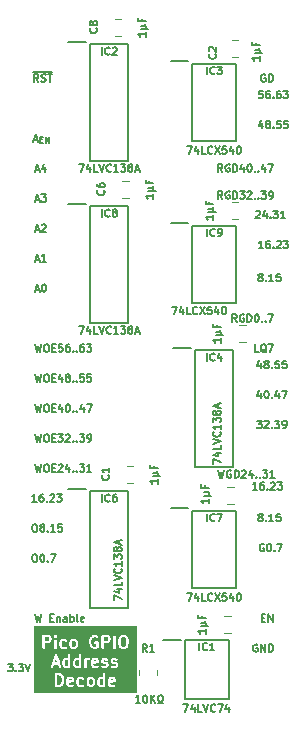
<source format=gto>
%TF.GenerationSoftware,KiCad,Pcbnew,7.0.5*%
%TF.CreationDate,2024-02-09T16:39:31+02:00*%
%TF.ProjectId,GPIO Address Decode,4750494f-2041-4646-9472-657373204465,rev?*%
%TF.SameCoordinates,Original*%
%TF.FileFunction,Legend,Top*%
%TF.FilePolarity,Positive*%
%FSLAX46Y46*%
G04 Gerber Fmt 4.6, Leading zero omitted, Abs format (unit mm)*
G04 Created by KiCad (PCBNEW 7.0.5) date 2024-02-09 16:39:31*
%MOMM*%
%LPD*%
G01*
G04 APERTURE LIST*
%ADD10C,0.150000*%
%ADD11C,0.200000*%
%ADD12C,0.120000*%
G04 APERTURE END LIST*
D10*
X131116506Y-86518963D02*
X131267696Y-87153963D01*
X131267696Y-87153963D02*
X131388649Y-86700391D01*
X131388649Y-86700391D02*
X131509601Y-87153963D01*
X131509601Y-87153963D02*
X131660792Y-86518963D01*
X132235315Y-86549201D02*
X132174839Y-86518963D01*
X132174839Y-86518963D02*
X132084125Y-86518963D01*
X132084125Y-86518963D02*
X131993410Y-86549201D01*
X131993410Y-86549201D02*
X131932934Y-86609677D01*
X131932934Y-86609677D02*
X131902696Y-86670153D01*
X131902696Y-86670153D02*
X131872458Y-86791105D01*
X131872458Y-86791105D02*
X131872458Y-86881820D01*
X131872458Y-86881820D02*
X131902696Y-87002772D01*
X131902696Y-87002772D02*
X131932934Y-87063248D01*
X131932934Y-87063248D02*
X131993410Y-87123725D01*
X131993410Y-87123725D02*
X132084125Y-87153963D01*
X132084125Y-87153963D02*
X132144601Y-87153963D01*
X132144601Y-87153963D02*
X132235315Y-87123725D01*
X132235315Y-87123725D02*
X132265553Y-87093486D01*
X132265553Y-87093486D02*
X132265553Y-86881820D01*
X132265553Y-86881820D02*
X132144601Y-86881820D01*
X132537696Y-87153963D02*
X132537696Y-86518963D01*
X132537696Y-86518963D02*
X132688886Y-86518963D01*
X132688886Y-86518963D02*
X132779601Y-86549201D01*
X132779601Y-86549201D02*
X132840077Y-86609677D01*
X132840077Y-86609677D02*
X132870315Y-86670153D01*
X132870315Y-86670153D02*
X132900553Y-86791105D01*
X132900553Y-86791105D02*
X132900553Y-86881820D01*
X132900553Y-86881820D02*
X132870315Y-87002772D01*
X132870315Y-87002772D02*
X132840077Y-87063248D01*
X132840077Y-87063248D02*
X132779601Y-87123725D01*
X132779601Y-87123725D02*
X132688886Y-87153963D01*
X132688886Y-87153963D02*
X132537696Y-87153963D01*
X133142458Y-86579439D02*
X133172696Y-86549201D01*
X133172696Y-86549201D02*
X133233172Y-86518963D01*
X133233172Y-86518963D02*
X133384363Y-86518963D01*
X133384363Y-86518963D02*
X133444839Y-86549201D01*
X133444839Y-86549201D02*
X133475077Y-86579439D01*
X133475077Y-86579439D02*
X133505315Y-86639915D01*
X133505315Y-86639915D02*
X133505315Y-86700391D01*
X133505315Y-86700391D02*
X133475077Y-86791105D01*
X133475077Y-86791105D02*
X133112220Y-87153963D01*
X133112220Y-87153963D02*
X133505315Y-87153963D01*
X134049601Y-86730629D02*
X134049601Y-87153963D01*
X133898410Y-86488725D02*
X133747220Y-86942296D01*
X133747220Y-86942296D02*
X134140315Y-86942296D01*
X134382220Y-87093486D02*
X134412458Y-87123725D01*
X134412458Y-87123725D02*
X134382220Y-87153963D01*
X134382220Y-87153963D02*
X134351982Y-87123725D01*
X134351982Y-87123725D02*
X134382220Y-87093486D01*
X134382220Y-87093486D02*
X134382220Y-87153963D01*
X134684601Y-87093486D02*
X134714839Y-87123725D01*
X134714839Y-87123725D02*
X134684601Y-87153963D01*
X134684601Y-87153963D02*
X134654363Y-87123725D01*
X134654363Y-87123725D02*
X134684601Y-87093486D01*
X134684601Y-87093486D02*
X134684601Y-87153963D01*
X134926506Y-86518963D02*
X135319601Y-86518963D01*
X135319601Y-86518963D02*
X135107934Y-86760867D01*
X135107934Y-86760867D02*
X135198649Y-86760867D01*
X135198649Y-86760867D02*
X135259125Y-86791105D01*
X135259125Y-86791105D02*
X135289363Y-86821344D01*
X135289363Y-86821344D02*
X135319601Y-86881820D01*
X135319601Y-86881820D02*
X135319601Y-87033010D01*
X135319601Y-87033010D02*
X135289363Y-87093486D01*
X135289363Y-87093486D02*
X135259125Y-87123725D01*
X135259125Y-87123725D02*
X135198649Y-87153963D01*
X135198649Y-87153963D02*
X135017220Y-87153963D01*
X135017220Y-87153963D02*
X134956744Y-87123725D01*
X134956744Y-87123725D02*
X134926506Y-87093486D01*
X135924363Y-87153963D02*
X135561506Y-87153963D01*
X135742934Y-87153963D02*
X135742934Y-86518963D01*
X135742934Y-86518963D02*
X135682458Y-86609677D01*
X135682458Y-86609677D02*
X135621982Y-86670153D01*
X135621982Y-86670153D02*
X135561506Y-86700391D01*
X134587839Y-76485963D02*
X134285458Y-76485963D01*
X134285458Y-76485963D02*
X134285458Y-75850963D01*
X135222839Y-76546439D02*
X135162363Y-76516201D01*
X135162363Y-76516201D02*
X135101887Y-76455725D01*
X135101887Y-76455725D02*
X135011173Y-76365010D01*
X135011173Y-76365010D02*
X134950696Y-76334772D01*
X134950696Y-76334772D02*
X134890220Y-76334772D01*
X134920458Y-76485963D02*
X134859982Y-76455725D01*
X134859982Y-76455725D02*
X134799506Y-76395248D01*
X134799506Y-76395248D02*
X134769268Y-76274296D01*
X134769268Y-76274296D02*
X134769268Y-76062629D01*
X134769268Y-76062629D02*
X134799506Y-75941677D01*
X134799506Y-75941677D02*
X134859982Y-75881201D01*
X134859982Y-75881201D02*
X134920458Y-75850963D01*
X134920458Y-75850963D02*
X135041411Y-75850963D01*
X135041411Y-75850963D02*
X135101887Y-75881201D01*
X135101887Y-75881201D02*
X135162363Y-75941677D01*
X135162363Y-75941677D02*
X135192601Y-76062629D01*
X135192601Y-76062629D02*
X135192601Y-76274296D01*
X135192601Y-76274296D02*
X135162363Y-76395248D01*
X135162363Y-76395248D02*
X135101887Y-76455725D01*
X135101887Y-76455725D02*
X135041411Y-76485963D01*
X135041411Y-76485963D02*
X134920458Y-76485963D01*
X135404268Y-75850963D02*
X135827601Y-75850963D01*
X135827601Y-75850963D02*
X135555458Y-76485963D01*
X134763220Y-79999629D02*
X134763220Y-80422963D01*
X134612029Y-79757725D02*
X134460839Y-80211296D01*
X134460839Y-80211296D02*
X134853934Y-80211296D01*
X135216791Y-79787963D02*
X135277268Y-79787963D01*
X135277268Y-79787963D02*
X135337744Y-79818201D01*
X135337744Y-79818201D02*
X135367982Y-79848439D01*
X135367982Y-79848439D02*
X135398220Y-79908915D01*
X135398220Y-79908915D02*
X135428458Y-80029867D01*
X135428458Y-80029867D02*
X135428458Y-80181058D01*
X135428458Y-80181058D02*
X135398220Y-80302010D01*
X135398220Y-80302010D02*
X135367982Y-80362486D01*
X135367982Y-80362486D02*
X135337744Y-80392725D01*
X135337744Y-80392725D02*
X135277268Y-80422963D01*
X135277268Y-80422963D02*
X135216791Y-80422963D01*
X135216791Y-80422963D02*
X135156315Y-80392725D01*
X135156315Y-80392725D02*
X135126077Y-80362486D01*
X135126077Y-80362486D02*
X135095839Y-80302010D01*
X135095839Y-80302010D02*
X135065601Y-80181058D01*
X135065601Y-80181058D02*
X135065601Y-80029867D01*
X135065601Y-80029867D02*
X135095839Y-79908915D01*
X135095839Y-79908915D02*
X135126077Y-79848439D01*
X135126077Y-79848439D02*
X135156315Y-79818201D01*
X135156315Y-79818201D02*
X135216791Y-79787963D01*
X135700601Y-80362486D02*
X135730839Y-80392725D01*
X135730839Y-80392725D02*
X135700601Y-80422963D01*
X135700601Y-80422963D02*
X135670363Y-80392725D01*
X135670363Y-80392725D02*
X135700601Y-80362486D01*
X135700601Y-80362486D02*
X135700601Y-80422963D01*
X136275125Y-79999629D02*
X136275125Y-80422963D01*
X136123934Y-79757725D02*
X135972744Y-80211296D01*
X135972744Y-80211296D02*
X136365839Y-80211296D01*
X136547268Y-79787963D02*
X136970601Y-79787963D01*
X136970601Y-79787963D02*
X136698458Y-80422963D01*
X134890220Y-57139629D02*
X134890220Y-57562963D01*
X134739029Y-56897725D02*
X134587839Y-57351296D01*
X134587839Y-57351296D02*
X134980934Y-57351296D01*
X135313553Y-57200105D02*
X135253077Y-57169867D01*
X135253077Y-57169867D02*
X135222839Y-57139629D01*
X135222839Y-57139629D02*
X135192601Y-57079153D01*
X135192601Y-57079153D02*
X135192601Y-57048915D01*
X135192601Y-57048915D02*
X135222839Y-56988439D01*
X135222839Y-56988439D02*
X135253077Y-56958201D01*
X135253077Y-56958201D02*
X135313553Y-56927963D01*
X135313553Y-56927963D02*
X135434506Y-56927963D01*
X135434506Y-56927963D02*
X135494982Y-56958201D01*
X135494982Y-56958201D02*
X135525220Y-56988439D01*
X135525220Y-56988439D02*
X135555458Y-57048915D01*
X135555458Y-57048915D02*
X135555458Y-57079153D01*
X135555458Y-57079153D02*
X135525220Y-57139629D01*
X135525220Y-57139629D02*
X135494982Y-57169867D01*
X135494982Y-57169867D02*
X135434506Y-57200105D01*
X135434506Y-57200105D02*
X135313553Y-57200105D01*
X135313553Y-57200105D02*
X135253077Y-57230344D01*
X135253077Y-57230344D02*
X135222839Y-57260582D01*
X135222839Y-57260582D02*
X135192601Y-57321058D01*
X135192601Y-57321058D02*
X135192601Y-57442010D01*
X135192601Y-57442010D02*
X135222839Y-57502486D01*
X135222839Y-57502486D02*
X135253077Y-57532725D01*
X135253077Y-57532725D02*
X135313553Y-57562963D01*
X135313553Y-57562963D02*
X135434506Y-57562963D01*
X135434506Y-57562963D02*
X135494982Y-57532725D01*
X135494982Y-57532725D02*
X135525220Y-57502486D01*
X135525220Y-57502486D02*
X135555458Y-57442010D01*
X135555458Y-57442010D02*
X135555458Y-57321058D01*
X135555458Y-57321058D02*
X135525220Y-57260582D01*
X135525220Y-57260582D02*
X135494982Y-57230344D01*
X135494982Y-57230344D02*
X135434506Y-57200105D01*
X135827601Y-57502486D02*
X135857839Y-57532725D01*
X135857839Y-57532725D02*
X135827601Y-57562963D01*
X135827601Y-57562963D02*
X135797363Y-57532725D01*
X135797363Y-57532725D02*
X135827601Y-57502486D01*
X135827601Y-57502486D02*
X135827601Y-57562963D01*
X136432363Y-56927963D02*
X136129982Y-56927963D01*
X136129982Y-56927963D02*
X136099744Y-57230344D01*
X136099744Y-57230344D02*
X136129982Y-57200105D01*
X136129982Y-57200105D02*
X136190458Y-57169867D01*
X136190458Y-57169867D02*
X136341649Y-57169867D01*
X136341649Y-57169867D02*
X136402125Y-57200105D01*
X136402125Y-57200105D02*
X136432363Y-57230344D01*
X136432363Y-57230344D02*
X136462601Y-57290820D01*
X136462601Y-57290820D02*
X136462601Y-57442010D01*
X136462601Y-57442010D02*
X136432363Y-57502486D01*
X136432363Y-57502486D02*
X136402125Y-57532725D01*
X136402125Y-57532725D02*
X136341649Y-57562963D01*
X136341649Y-57562963D02*
X136190458Y-57562963D01*
X136190458Y-57562963D02*
X136129982Y-57532725D01*
X136129982Y-57532725D02*
X136099744Y-57502486D01*
X137037125Y-56927963D02*
X136734744Y-56927963D01*
X136734744Y-56927963D02*
X136704506Y-57230344D01*
X136704506Y-57230344D02*
X136734744Y-57200105D01*
X136734744Y-57200105D02*
X136795220Y-57169867D01*
X136795220Y-57169867D02*
X136946411Y-57169867D01*
X136946411Y-57169867D02*
X137006887Y-57200105D01*
X137006887Y-57200105D02*
X137037125Y-57230344D01*
X137037125Y-57230344D02*
X137067363Y-57290820D01*
X137067363Y-57290820D02*
X137067363Y-57442010D01*
X137067363Y-57442010D02*
X137037125Y-57502486D01*
X137037125Y-57502486D02*
X137006887Y-57532725D01*
X137006887Y-57532725D02*
X136946411Y-57562963D01*
X136946411Y-57562963D02*
X136795220Y-57562963D01*
X136795220Y-57562963D02*
X136734744Y-57532725D01*
X136734744Y-57532725D02*
X136704506Y-57502486D01*
X134678553Y-70154105D02*
X134618077Y-70123867D01*
X134618077Y-70123867D02*
X134587839Y-70093629D01*
X134587839Y-70093629D02*
X134557601Y-70033153D01*
X134557601Y-70033153D02*
X134557601Y-70002915D01*
X134557601Y-70002915D02*
X134587839Y-69942439D01*
X134587839Y-69942439D02*
X134618077Y-69912201D01*
X134618077Y-69912201D02*
X134678553Y-69881963D01*
X134678553Y-69881963D02*
X134799506Y-69881963D01*
X134799506Y-69881963D02*
X134859982Y-69912201D01*
X134859982Y-69912201D02*
X134890220Y-69942439D01*
X134890220Y-69942439D02*
X134920458Y-70002915D01*
X134920458Y-70002915D02*
X134920458Y-70033153D01*
X134920458Y-70033153D02*
X134890220Y-70093629D01*
X134890220Y-70093629D02*
X134859982Y-70123867D01*
X134859982Y-70123867D02*
X134799506Y-70154105D01*
X134799506Y-70154105D02*
X134678553Y-70154105D01*
X134678553Y-70154105D02*
X134618077Y-70184344D01*
X134618077Y-70184344D02*
X134587839Y-70214582D01*
X134587839Y-70214582D02*
X134557601Y-70275058D01*
X134557601Y-70275058D02*
X134557601Y-70396010D01*
X134557601Y-70396010D02*
X134587839Y-70456486D01*
X134587839Y-70456486D02*
X134618077Y-70486725D01*
X134618077Y-70486725D02*
X134678553Y-70516963D01*
X134678553Y-70516963D02*
X134799506Y-70516963D01*
X134799506Y-70516963D02*
X134859982Y-70486725D01*
X134859982Y-70486725D02*
X134890220Y-70456486D01*
X134890220Y-70456486D02*
X134920458Y-70396010D01*
X134920458Y-70396010D02*
X134920458Y-70275058D01*
X134920458Y-70275058D02*
X134890220Y-70214582D01*
X134890220Y-70214582D02*
X134859982Y-70184344D01*
X134859982Y-70184344D02*
X134799506Y-70154105D01*
X135192601Y-70456486D02*
X135222839Y-70486725D01*
X135222839Y-70486725D02*
X135192601Y-70516963D01*
X135192601Y-70516963D02*
X135162363Y-70486725D01*
X135162363Y-70486725D02*
X135192601Y-70456486D01*
X135192601Y-70456486D02*
X135192601Y-70516963D01*
X135827601Y-70516963D02*
X135464744Y-70516963D01*
X135646172Y-70516963D02*
X135646172Y-69881963D01*
X135646172Y-69881963D02*
X135585696Y-69972677D01*
X135585696Y-69972677D02*
X135525220Y-70033153D01*
X135525220Y-70033153D02*
X135464744Y-70063391D01*
X136402125Y-69881963D02*
X136099744Y-69881963D01*
X136099744Y-69881963D02*
X136069506Y-70184344D01*
X136069506Y-70184344D02*
X136099744Y-70154105D01*
X136099744Y-70154105D02*
X136160220Y-70123867D01*
X136160220Y-70123867D02*
X136311411Y-70123867D01*
X136311411Y-70123867D02*
X136371887Y-70154105D01*
X136371887Y-70154105D02*
X136402125Y-70184344D01*
X136402125Y-70184344D02*
X136432363Y-70244820D01*
X136432363Y-70244820D02*
X136432363Y-70396010D01*
X136432363Y-70396010D02*
X136402125Y-70456486D01*
X136402125Y-70456486D02*
X136371887Y-70486725D01*
X136371887Y-70486725D02*
X136311411Y-70516963D01*
X136311411Y-70516963D02*
X136160220Y-70516963D01*
X136160220Y-70516963D02*
X136099744Y-70486725D01*
X136099744Y-70486725D02*
X136069506Y-70456486D01*
X134950696Y-67722963D02*
X134587839Y-67722963D01*
X134769267Y-67722963D02*
X134769267Y-67087963D01*
X134769267Y-67087963D02*
X134708791Y-67178677D01*
X134708791Y-67178677D02*
X134648315Y-67239153D01*
X134648315Y-67239153D02*
X134587839Y-67269391D01*
X135494982Y-67087963D02*
X135374029Y-67087963D01*
X135374029Y-67087963D02*
X135313553Y-67118201D01*
X135313553Y-67118201D02*
X135283315Y-67148439D01*
X135283315Y-67148439D02*
X135222839Y-67239153D01*
X135222839Y-67239153D02*
X135192601Y-67360105D01*
X135192601Y-67360105D02*
X135192601Y-67602010D01*
X135192601Y-67602010D02*
X135222839Y-67662486D01*
X135222839Y-67662486D02*
X135253077Y-67692725D01*
X135253077Y-67692725D02*
X135313553Y-67722963D01*
X135313553Y-67722963D02*
X135434506Y-67722963D01*
X135434506Y-67722963D02*
X135494982Y-67692725D01*
X135494982Y-67692725D02*
X135525220Y-67662486D01*
X135525220Y-67662486D02*
X135555458Y-67602010D01*
X135555458Y-67602010D02*
X135555458Y-67450820D01*
X135555458Y-67450820D02*
X135525220Y-67390344D01*
X135525220Y-67390344D02*
X135494982Y-67360105D01*
X135494982Y-67360105D02*
X135434506Y-67329867D01*
X135434506Y-67329867D02*
X135313553Y-67329867D01*
X135313553Y-67329867D02*
X135253077Y-67360105D01*
X135253077Y-67360105D02*
X135222839Y-67390344D01*
X135222839Y-67390344D02*
X135192601Y-67450820D01*
X135827601Y-67662486D02*
X135857839Y-67692725D01*
X135857839Y-67692725D02*
X135827601Y-67722963D01*
X135827601Y-67722963D02*
X135797363Y-67692725D01*
X135797363Y-67692725D02*
X135827601Y-67662486D01*
X135827601Y-67662486D02*
X135827601Y-67722963D01*
X136099744Y-67148439D02*
X136129982Y-67118201D01*
X136129982Y-67118201D02*
X136190458Y-67087963D01*
X136190458Y-67087963D02*
X136341649Y-67087963D01*
X136341649Y-67087963D02*
X136402125Y-67118201D01*
X136402125Y-67118201D02*
X136432363Y-67148439D01*
X136432363Y-67148439D02*
X136462601Y-67208915D01*
X136462601Y-67208915D02*
X136462601Y-67269391D01*
X136462601Y-67269391D02*
X136432363Y-67360105D01*
X136432363Y-67360105D02*
X136069506Y-67722963D01*
X136069506Y-67722963D02*
X136462601Y-67722963D01*
X136674268Y-67087963D02*
X137067363Y-67087963D01*
X137067363Y-67087963D02*
X136855696Y-67329867D01*
X136855696Y-67329867D02*
X136946411Y-67329867D01*
X136946411Y-67329867D02*
X137006887Y-67360105D01*
X137006887Y-67360105D02*
X137037125Y-67390344D01*
X137037125Y-67390344D02*
X137067363Y-67450820D01*
X137067363Y-67450820D02*
X137067363Y-67602010D01*
X137067363Y-67602010D02*
X137037125Y-67662486D01*
X137037125Y-67662486D02*
X137006887Y-67692725D01*
X137006887Y-67692725D02*
X136946411Y-67722963D01*
X136946411Y-67722963D02*
X136764982Y-67722963D01*
X136764982Y-67722963D02*
X136704506Y-67692725D01*
X136704506Y-67692725D02*
X136674268Y-67662486D01*
X115662636Y-66144534D02*
X115965017Y-66144534D01*
X115602160Y-66325963D02*
X115813826Y-65690963D01*
X115813826Y-65690963D02*
X116025493Y-66325963D01*
X116206922Y-65751439D02*
X116237160Y-65721201D01*
X116237160Y-65721201D02*
X116297636Y-65690963D01*
X116297636Y-65690963D02*
X116448827Y-65690963D01*
X116448827Y-65690963D02*
X116509303Y-65721201D01*
X116509303Y-65721201D02*
X116539541Y-65751439D01*
X116539541Y-65751439D02*
X116569779Y-65811915D01*
X116569779Y-65811915D02*
X116569779Y-65872391D01*
X116569779Y-65872391D02*
X116539541Y-65963105D01*
X116539541Y-65963105D02*
X116176684Y-66325963D01*
X116176684Y-66325963D02*
X116569779Y-66325963D01*
X115662636Y-71224534D02*
X115965017Y-71224534D01*
X115602160Y-71405963D02*
X115813826Y-70770963D01*
X115813826Y-70770963D02*
X116025493Y-71405963D01*
X116358112Y-70770963D02*
X116418589Y-70770963D01*
X116418589Y-70770963D02*
X116479065Y-70801201D01*
X116479065Y-70801201D02*
X116509303Y-70831439D01*
X116509303Y-70831439D02*
X116539541Y-70891915D01*
X116539541Y-70891915D02*
X116569779Y-71012867D01*
X116569779Y-71012867D02*
X116569779Y-71164058D01*
X116569779Y-71164058D02*
X116539541Y-71285010D01*
X116539541Y-71285010D02*
X116509303Y-71345486D01*
X116509303Y-71345486D02*
X116479065Y-71375725D01*
X116479065Y-71375725D02*
X116418589Y-71405963D01*
X116418589Y-71405963D02*
X116358112Y-71405963D01*
X116358112Y-71405963D02*
X116297636Y-71375725D01*
X116297636Y-71375725D02*
X116267398Y-71345486D01*
X116267398Y-71345486D02*
X116237160Y-71285010D01*
X116237160Y-71285010D02*
X116206922Y-71164058D01*
X116206922Y-71164058D02*
X116206922Y-71012867D01*
X116206922Y-71012867D02*
X116237160Y-70891915D01*
X116237160Y-70891915D02*
X116267398Y-70831439D01*
X116267398Y-70831439D02*
X116297636Y-70801201D01*
X116297636Y-70801201D02*
X116358112Y-70770963D01*
X115632398Y-78390963D02*
X115783588Y-79025963D01*
X115783588Y-79025963D02*
X115904541Y-78572391D01*
X115904541Y-78572391D02*
X116025493Y-79025963D01*
X116025493Y-79025963D02*
X116176684Y-78390963D01*
X116539540Y-78390963D02*
X116660493Y-78390963D01*
X116660493Y-78390963D02*
X116720969Y-78421201D01*
X116720969Y-78421201D02*
X116781445Y-78481677D01*
X116781445Y-78481677D02*
X116811683Y-78602629D01*
X116811683Y-78602629D02*
X116811683Y-78814296D01*
X116811683Y-78814296D02*
X116781445Y-78935248D01*
X116781445Y-78935248D02*
X116720969Y-78995725D01*
X116720969Y-78995725D02*
X116660493Y-79025963D01*
X116660493Y-79025963D02*
X116539540Y-79025963D01*
X116539540Y-79025963D02*
X116479064Y-78995725D01*
X116479064Y-78995725D02*
X116418588Y-78935248D01*
X116418588Y-78935248D02*
X116388350Y-78814296D01*
X116388350Y-78814296D02*
X116388350Y-78602629D01*
X116388350Y-78602629D02*
X116418588Y-78481677D01*
X116418588Y-78481677D02*
X116479064Y-78421201D01*
X116479064Y-78421201D02*
X116539540Y-78390963D01*
X117083826Y-78693344D02*
X117295493Y-78693344D01*
X117386207Y-79025963D02*
X117083826Y-79025963D01*
X117083826Y-79025963D02*
X117083826Y-78390963D01*
X117083826Y-78390963D02*
X117386207Y-78390963D01*
X117930493Y-78602629D02*
X117930493Y-79025963D01*
X117779302Y-78360725D02*
X117628112Y-78814296D01*
X117628112Y-78814296D02*
X118021207Y-78814296D01*
X118353826Y-78663105D02*
X118293350Y-78632867D01*
X118293350Y-78632867D02*
X118263112Y-78602629D01*
X118263112Y-78602629D02*
X118232874Y-78542153D01*
X118232874Y-78542153D02*
X118232874Y-78511915D01*
X118232874Y-78511915D02*
X118263112Y-78451439D01*
X118263112Y-78451439D02*
X118293350Y-78421201D01*
X118293350Y-78421201D02*
X118353826Y-78390963D01*
X118353826Y-78390963D02*
X118474779Y-78390963D01*
X118474779Y-78390963D02*
X118535255Y-78421201D01*
X118535255Y-78421201D02*
X118565493Y-78451439D01*
X118565493Y-78451439D02*
X118595731Y-78511915D01*
X118595731Y-78511915D02*
X118595731Y-78542153D01*
X118595731Y-78542153D02*
X118565493Y-78602629D01*
X118565493Y-78602629D02*
X118535255Y-78632867D01*
X118535255Y-78632867D02*
X118474779Y-78663105D01*
X118474779Y-78663105D02*
X118353826Y-78663105D01*
X118353826Y-78663105D02*
X118293350Y-78693344D01*
X118293350Y-78693344D02*
X118263112Y-78723582D01*
X118263112Y-78723582D02*
X118232874Y-78784058D01*
X118232874Y-78784058D02*
X118232874Y-78905010D01*
X118232874Y-78905010D02*
X118263112Y-78965486D01*
X118263112Y-78965486D02*
X118293350Y-78995725D01*
X118293350Y-78995725D02*
X118353826Y-79025963D01*
X118353826Y-79025963D02*
X118474779Y-79025963D01*
X118474779Y-79025963D02*
X118535255Y-78995725D01*
X118535255Y-78995725D02*
X118565493Y-78965486D01*
X118565493Y-78965486D02*
X118595731Y-78905010D01*
X118595731Y-78905010D02*
X118595731Y-78784058D01*
X118595731Y-78784058D02*
X118565493Y-78723582D01*
X118565493Y-78723582D02*
X118535255Y-78693344D01*
X118535255Y-78693344D02*
X118474779Y-78663105D01*
X118867874Y-78965486D02*
X118898112Y-78995725D01*
X118898112Y-78995725D02*
X118867874Y-79025963D01*
X118867874Y-79025963D02*
X118837636Y-78995725D01*
X118837636Y-78995725D02*
X118867874Y-78965486D01*
X118867874Y-78965486D02*
X118867874Y-79025963D01*
X119170255Y-78965486D02*
X119200493Y-78995725D01*
X119200493Y-78995725D02*
X119170255Y-79025963D01*
X119170255Y-79025963D02*
X119140017Y-78995725D01*
X119140017Y-78995725D02*
X119170255Y-78965486D01*
X119170255Y-78965486D02*
X119170255Y-79025963D01*
X119775017Y-78390963D02*
X119472636Y-78390963D01*
X119472636Y-78390963D02*
X119442398Y-78693344D01*
X119442398Y-78693344D02*
X119472636Y-78663105D01*
X119472636Y-78663105D02*
X119533112Y-78632867D01*
X119533112Y-78632867D02*
X119684303Y-78632867D01*
X119684303Y-78632867D02*
X119744779Y-78663105D01*
X119744779Y-78663105D02*
X119775017Y-78693344D01*
X119775017Y-78693344D02*
X119805255Y-78753820D01*
X119805255Y-78753820D02*
X119805255Y-78905010D01*
X119805255Y-78905010D02*
X119775017Y-78965486D01*
X119775017Y-78965486D02*
X119744779Y-78995725D01*
X119744779Y-78995725D02*
X119684303Y-79025963D01*
X119684303Y-79025963D02*
X119533112Y-79025963D01*
X119533112Y-79025963D02*
X119472636Y-78995725D01*
X119472636Y-78995725D02*
X119442398Y-78965486D01*
X120379779Y-78390963D02*
X120077398Y-78390963D01*
X120077398Y-78390963D02*
X120047160Y-78693344D01*
X120047160Y-78693344D02*
X120077398Y-78663105D01*
X120077398Y-78663105D02*
X120137874Y-78632867D01*
X120137874Y-78632867D02*
X120289065Y-78632867D01*
X120289065Y-78632867D02*
X120349541Y-78663105D01*
X120349541Y-78663105D02*
X120379779Y-78693344D01*
X120379779Y-78693344D02*
X120410017Y-78753820D01*
X120410017Y-78753820D02*
X120410017Y-78905010D01*
X120410017Y-78905010D02*
X120379779Y-78965486D01*
X120379779Y-78965486D02*
X120349541Y-78995725D01*
X120349541Y-78995725D02*
X120289065Y-79025963D01*
X120289065Y-79025963D02*
X120137874Y-79025963D01*
X120137874Y-79025963D02*
X120077398Y-78995725D01*
X120077398Y-78995725D02*
X120047160Y-78965486D01*
X115662636Y-61064534D02*
X115965017Y-61064534D01*
X115602160Y-61245963D02*
X115813826Y-60610963D01*
X115813826Y-60610963D02*
X116025493Y-61245963D01*
X116509303Y-60822629D02*
X116509303Y-61245963D01*
X116358112Y-60580725D02*
X116206922Y-61034296D01*
X116206922Y-61034296D02*
X116600017Y-61034296D01*
X115632398Y-83470963D02*
X115783588Y-84105963D01*
X115783588Y-84105963D02*
X115904541Y-83652391D01*
X115904541Y-83652391D02*
X116025493Y-84105963D01*
X116025493Y-84105963D02*
X116176684Y-83470963D01*
X116539540Y-83470963D02*
X116660493Y-83470963D01*
X116660493Y-83470963D02*
X116720969Y-83501201D01*
X116720969Y-83501201D02*
X116781445Y-83561677D01*
X116781445Y-83561677D02*
X116811683Y-83682629D01*
X116811683Y-83682629D02*
X116811683Y-83894296D01*
X116811683Y-83894296D02*
X116781445Y-84015248D01*
X116781445Y-84015248D02*
X116720969Y-84075725D01*
X116720969Y-84075725D02*
X116660493Y-84105963D01*
X116660493Y-84105963D02*
X116539540Y-84105963D01*
X116539540Y-84105963D02*
X116479064Y-84075725D01*
X116479064Y-84075725D02*
X116418588Y-84015248D01*
X116418588Y-84015248D02*
X116388350Y-83894296D01*
X116388350Y-83894296D02*
X116388350Y-83682629D01*
X116388350Y-83682629D02*
X116418588Y-83561677D01*
X116418588Y-83561677D02*
X116479064Y-83501201D01*
X116479064Y-83501201D02*
X116539540Y-83470963D01*
X117083826Y-83773344D02*
X117295493Y-83773344D01*
X117386207Y-84105963D02*
X117083826Y-84105963D01*
X117083826Y-84105963D02*
X117083826Y-83470963D01*
X117083826Y-83470963D02*
X117386207Y-83470963D01*
X117597874Y-83470963D02*
X117990969Y-83470963D01*
X117990969Y-83470963D02*
X117779302Y-83712867D01*
X117779302Y-83712867D02*
X117870017Y-83712867D01*
X117870017Y-83712867D02*
X117930493Y-83743105D01*
X117930493Y-83743105D02*
X117960731Y-83773344D01*
X117960731Y-83773344D02*
X117990969Y-83833820D01*
X117990969Y-83833820D02*
X117990969Y-83985010D01*
X117990969Y-83985010D02*
X117960731Y-84045486D01*
X117960731Y-84045486D02*
X117930493Y-84075725D01*
X117930493Y-84075725D02*
X117870017Y-84105963D01*
X117870017Y-84105963D02*
X117688588Y-84105963D01*
X117688588Y-84105963D02*
X117628112Y-84075725D01*
X117628112Y-84075725D02*
X117597874Y-84045486D01*
X118232874Y-83531439D02*
X118263112Y-83501201D01*
X118263112Y-83501201D02*
X118323588Y-83470963D01*
X118323588Y-83470963D02*
X118474779Y-83470963D01*
X118474779Y-83470963D02*
X118535255Y-83501201D01*
X118535255Y-83501201D02*
X118565493Y-83531439D01*
X118565493Y-83531439D02*
X118595731Y-83591915D01*
X118595731Y-83591915D02*
X118595731Y-83652391D01*
X118595731Y-83652391D02*
X118565493Y-83743105D01*
X118565493Y-83743105D02*
X118202636Y-84105963D01*
X118202636Y-84105963D02*
X118595731Y-84105963D01*
X118867874Y-84045486D02*
X118898112Y-84075725D01*
X118898112Y-84075725D02*
X118867874Y-84105963D01*
X118867874Y-84105963D02*
X118837636Y-84075725D01*
X118837636Y-84075725D02*
X118867874Y-84045486D01*
X118867874Y-84045486D02*
X118867874Y-84105963D01*
X119170255Y-84045486D02*
X119200493Y-84075725D01*
X119200493Y-84075725D02*
X119170255Y-84105963D01*
X119170255Y-84105963D02*
X119140017Y-84075725D01*
X119140017Y-84075725D02*
X119170255Y-84045486D01*
X119170255Y-84045486D02*
X119170255Y-84105963D01*
X119412160Y-83470963D02*
X119805255Y-83470963D01*
X119805255Y-83470963D02*
X119593588Y-83712867D01*
X119593588Y-83712867D02*
X119684303Y-83712867D01*
X119684303Y-83712867D02*
X119744779Y-83743105D01*
X119744779Y-83743105D02*
X119775017Y-83773344D01*
X119775017Y-83773344D02*
X119805255Y-83833820D01*
X119805255Y-83833820D02*
X119805255Y-83985010D01*
X119805255Y-83985010D02*
X119775017Y-84045486D01*
X119775017Y-84045486D02*
X119744779Y-84075725D01*
X119744779Y-84075725D02*
X119684303Y-84105963D01*
X119684303Y-84105963D02*
X119502874Y-84105963D01*
X119502874Y-84105963D02*
X119442398Y-84075725D01*
X119442398Y-84075725D02*
X119412160Y-84045486D01*
X120107636Y-84105963D02*
X120228588Y-84105963D01*
X120228588Y-84105963D02*
X120289065Y-84075725D01*
X120289065Y-84075725D02*
X120319303Y-84045486D01*
X120319303Y-84045486D02*
X120379779Y-83954772D01*
X120379779Y-83954772D02*
X120410017Y-83833820D01*
X120410017Y-83833820D02*
X120410017Y-83591915D01*
X120410017Y-83591915D02*
X120379779Y-83531439D01*
X120379779Y-83531439D02*
X120349541Y-83501201D01*
X120349541Y-83501201D02*
X120289065Y-83470963D01*
X120289065Y-83470963D02*
X120168112Y-83470963D01*
X120168112Y-83470963D02*
X120107636Y-83501201D01*
X120107636Y-83501201D02*
X120077398Y-83531439D01*
X120077398Y-83531439D02*
X120047160Y-83591915D01*
X120047160Y-83591915D02*
X120047160Y-83743105D01*
X120047160Y-83743105D02*
X120077398Y-83803582D01*
X120077398Y-83803582D02*
X120107636Y-83833820D01*
X120107636Y-83833820D02*
X120168112Y-83864058D01*
X120168112Y-83864058D02*
X120289065Y-83864058D01*
X120289065Y-83864058D02*
X120349541Y-83833820D01*
X120349541Y-83833820D02*
X120379779Y-83803582D01*
X120379779Y-83803582D02*
X120410017Y-83743105D01*
D11*
G36*
X117762553Y-103904241D02*
G01*
X117829623Y-103971312D01*
X117865075Y-104042214D01*
X117907047Y-104210100D01*
X117907047Y-104328335D01*
X117865075Y-104496223D01*
X117829623Y-104567125D01*
X117762553Y-104634196D01*
X117657487Y-104669219D01*
X117535619Y-104669219D01*
X117535619Y-103869219D01*
X117657486Y-103869219D01*
X117762553Y-103904241D01*
G37*
G36*
X118742035Y-104224706D02*
G01*
X118759486Y-104259607D01*
X118488000Y-104313904D01*
X118488000Y-104269015D01*
X118510154Y-104224706D01*
X118554463Y-104202552D01*
X118697727Y-104202552D01*
X118742035Y-104224706D01*
G37*
G36*
X120471621Y-104232356D02*
G01*
X120496290Y-104257026D01*
X120526094Y-104316633D01*
X120526094Y-104555136D01*
X120496291Y-104614743D01*
X120471620Y-104639414D01*
X120412013Y-104669219D01*
X120316368Y-104669219D01*
X120256761Y-104639415D01*
X120232090Y-104614743D01*
X120202286Y-104555135D01*
X120202286Y-104316634D01*
X120232090Y-104257025D01*
X120256760Y-104232355D01*
X120316368Y-104202552D01*
X120412013Y-104202552D01*
X120471621Y-104232356D01*
G37*
G36*
X121383238Y-104211974D02*
G01*
X121383238Y-104659796D01*
X121364394Y-104669219D01*
X121221130Y-104669219D01*
X121161523Y-104639415D01*
X121136852Y-104614743D01*
X121107048Y-104555135D01*
X121107048Y-104316634D01*
X121136852Y-104257025D01*
X121161522Y-104232355D01*
X121221130Y-104202552D01*
X121364394Y-104202552D01*
X121383238Y-104211974D01*
G37*
G36*
X122265845Y-104224706D02*
G01*
X122283296Y-104259607D01*
X122011810Y-104313904D01*
X122011810Y-104269015D01*
X122033964Y-104224706D01*
X122078273Y-104202552D01*
X122221537Y-104202552D01*
X122265845Y-104224706D01*
G37*
G36*
X117534970Y-102773504D02*
G01*
X117336266Y-102773504D01*
X117435617Y-102475446D01*
X117534970Y-102773504D01*
G37*
G36*
X118430856Y-102601974D02*
G01*
X118430856Y-103049796D01*
X118412012Y-103059219D01*
X118268748Y-103059219D01*
X118209141Y-103029415D01*
X118184470Y-103004743D01*
X118154666Y-102945135D01*
X118154666Y-102706634D01*
X118184470Y-102647025D01*
X118209140Y-102622355D01*
X118268748Y-102592552D01*
X118412012Y-102592552D01*
X118430856Y-102601974D01*
G37*
G36*
X119335618Y-102601974D02*
G01*
X119335618Y-103049796D01*
X119316774Y-103059219D01*
X119173510Y-103059219D01*
X119113903Y-103029415D01*
X119089232Y-103004743D01*
X119059427Y-102945135D01*
X119059427Y-102706634D01*
X119089232Y-102647025D01*
X119113902Y-102622355D01*
X119173510Y-102592552D01*
X119316774Y-102592552D01*
X119335618Y-102601974D01*
G37*
G36*
X120837273Y-102614706D02*
G01*
X120854724Y-102649607D01*
X120583238Y-102703904D01*
X120583238Y-102659015D01*
X120605392Y-102614706D01*
X120649701Y-102592552D01*
X120792965Y-102592552D01*
X120837273Y-102614706D01*
G37*
G36*
X119019240Y-101012356D02*
G01*
X119043910Y-101037026D01*
X119073714Y-101096634D01*
X119073714Y-101335135D01*
X119043910Y-101394743D01*
X119019239Y-101419414D01*
X118959632Y-101449219D01*
X118863987Y-101449219D01*
X118804380Y-101419415D01*
X118779709Y-101394743D01*
X118749905Y-101335135D01*
X118749905Y-101096634D01*
X118779709Y-101037025D01*
X118804378Y-101012356D01*
X118863987Y-100982552D01*
X118959632Y-100982552D01*
X119019240Y-101012356D01*
G37*
G36*
X123257335Y-100679023D02*
G01*
X123321512Y-100743200D01*
X123359428Y-100894863D01*
X123359428Y-101203573D01*
X123321511Y-101355237D01*
X123257335Y-101419414D01*
X123197727Y-101449219D01*
X123054463Y-101449219D01*
X122994856Y-101419415D01*
X122930677Y-101355235D01*
X122892762Y-101203574D01*
X122892762Y-100894864D01*
X122930678Y-100743200D01*
X122994854Y-100679023D01*
X123054463Y-100649219D01*
X123197727Y-100649219D01*
X123257335Y-100679023D01*
G37*
G36*
X116781145Y-100679023D02*
G01*
X116805815Y-100703693D01*
X116835618Y-100763300D01*
X116835618Y-100858946D01*
X116805815Y-100918554D01*
X116781145Y-100943223D01*
X116721537Y-100973028D01*
X116464191Y-100973028D01*
X116464191Y-100649219D01*
X116721537Y-100649219D01*
X116781145Y-100679023D01*
G37*
G36*
X121781145Y-100679023D02*
G01*
X121805815Y-100703693D01*
X121835619Y-100763300D01*
X121835619Y-100858946D01*
X121805815Y-100918554D01*
X121781145Y-100943223D01*
X121721537Y-100973028D01*
X121464191Y-100973028D01*
X121464191Y-100649219D01*
X121721537Y-100649219D01*
X121781145Y-100679023D01*
G37*
G36*
X124242762Y-105344857D02*
G01*
X115533239Y-105344857D01*
X115533239Y-104784051D01*
X117332458Y-104784051D01*
X117341684Y-104804254D01*
X117347942Y-104825566D01*
X117353692Y-104830548D01*
X117356853Y-104837470D01*
X117375538Y-104849478D01*
X117392324Y-104864023D01*
X117399855Y-104865105D01*
X117406256Y-104869219D01*
X117428465Y-104869219D01*
X117450451Y-104872380D01*
X117457373Y-104869219D01*
X117661174Y-104869219D01*
X117677481Y-104873373D01*
X117703620Y-104864659D01*
X117730061Y-104856896D01*
X117731340Y-104855419D01*
X117843081Y-104818172D01*
X117866519Y-104813073D01*
X117880969Y-104798622D01*
X117897752Y-104786959D01*
X117901364Y-104778227D01*
X117973654Y-104705936D01*
X117988120Y-104697345D01*
X118000433Y-104672718D01*
X118013650Y-104648514D01*
X118013510Y-104646564D01*
X118040904Y-104591776D01*
X118049321Y-104583863D01*
X118053780Y-104566024D01*
X118055301Y-104562984D01*
X118057254Y-104552129D01*
X118100070Y-104380866D01*
X118107047Y-104370010D01*
X118107047Y-104352959D01*
X118107549Y-104350951D01*
X118107047Y-104338604D01*
X118107047Y-104256597D01*
X118284380Y-104256597D01*
X118288000Y-104265325D01*
X118288000Y-104409463D01*
X118286546Y-104412023D01*
X118288000Y-104438625D01*
X118288000Y-104620975D01*
X118285426Y-104644819D01*
X118294564Y-104663096D01*
X118300323Y-104682708D01*
X118307463Y-104688895D01*
X118334783Y-104743535D01*
X118334646Y-104747420D01*
X118347790Y-104769550D01*
X118352606Y-104779182D01*
X118355109Y-104781873D01*
X118364635Y-104797911D01*
X118374717Y-104802952D01*
X118382397Y-104811208D01*
X118400473Y-104815830D01*
X118481318Y-104856253D01*
X118501494Y-104869219D01*
X118521929Y-104869219D01*
X118542045Y-104872839D01*
X118550773Y-104869219D01*
X118715948Y-104869219D01*
X118739791Y-104871793D01*
X118758067Y-104862654D01*
X118777680Y-104856896D01*
X118783868Y-104849754D01*
X118874153Y-104804612D01*
X118906179Y-104774822D01*
X118920728Y-104717927D01*
X118902208Y-104662199D01*
X118856498Y-104625329D01*
X118798112Y-104619026D01*
X118697727Y-104669219D01*
X118554463Y-104669219D01*
X118510154Y-104647064D01*
X118488000Y-104602755D01*
X118488000Y-104517865D01*
X118866958Y-104442073D01*
X118879022Y-104443808D01*
X118895179Y-104436429D01*
X118897901Y-104435885D01*
X118908211Y-104430477D01*
X118932441Y-104419413D01*
X118934032Y-104416937D01*
X118936637Y-104415571D01*
X118949787Y-104392421D01*
X118964190Y-104370010D01*
X118964190Y-104367066D01*
X118965643Y-104364509D01*
X118964190Y-104337925D01*
X118964190Y-104304216D01*
X119141523Y-104304216D01*
X119145143Y-104312944D01*
X119145143Y-104573356D01*
X119142569Y-104597200D01*
X119151707Y-104615476D01*
X119157466Y-104635089D01*
X119164607Y-104641277D01*
X119197711Y-104707484D01*
X119201288Y-104723927D01*
X119220771Y-104743410D01*
X119239540Y-104763588D01*
X119241432Y-104764071D01*
X119260804Y-104783444D01*
X119269397Y-104797911D01*
X119294035Y-104810230D01*
X119318226Y-104823440D01*
X119320175Y-104823300D01*
X119386080Y-104856253D01*
X119406256Y-104869219D01*
X119426691Y-104869219D01*
X119446807Y-104872839D01*
X119455535Y-104869219D01*
X119620710Y-104869219D01*
X119644553Y-104871793D01*
X119662829Y-104862654D01*
X119682442Y-104856896D01*
X119688630Y-104849754D01*
X119778915Y-104804612D01*
X119810941Y-104774822D01*
X119825490Y-104717927D01*
X119806970Y-104662199D01*
X119761260Y-104625329D01*
X119702874Y-104619026D01*
X119602489Y-104669219D01*
X119459225Y-104669219D01*
X119399618Y-104639415D01*
X119374947Y-104614743D01*
X119345143Y-104555135D01*
X119345143Y-104316634D01*
X119351352Y-104304216D01*
X119998666Y-104304216D01*
X120002285Y-104312944D01*
X120002286Y-104573356D01*
X119999712Y-104597200D01*
X120008850Y-104615476D01*
X120014609Y-104635089D01*
X120021750Y-104641277D01*
X120054854Y-104707484D01*
X120058431Y-104723927D01*
X120077914Y-104743410D01*
X120096683Y-104763588D01*
X120098575Y-104764071D01*
X120117947Y-104783444D01*
X120126540Y-104797911D01*
X120151178Y-104810230D01*
X120175369Y-104823440D01*
X120177318Y-104823300D01*
X120243223Y-104856253D01*
X120263399Y-104869219D01*
X120283834Y-104869219D01*
X120303950Y-104872839D01*
X120312678Y-104869219D01*
X120430234Y-104869219D01*
X120454077Y-104871793D01*
X120472353Y-104862654D01*
X120491966Y-104856896D01*
X120498154Y-104849754D01*
X120564362Y-104816650D01*
X120580806Y-104813073D01*
X120600291Y-104793587D01*
X120620465Y-104774822D01*
X120620949Y-104772928D01*
X120640322Y-104753555D01*
X120654787Y-104744964D01*
X120667104Y-104720329D01*
X120680316Y-104696133D01*
X120680176Y-104694185D01*
X120713129Y-104628280D01*
X120726095Y-104608105D01*
X120726095Y-104587669D01*
X120729715Y-104567554D01*
X120726095Y-104558825D01*
X120726095Y-104304216D01*
X120903428Y-104304216D01*
X120907048Y-104312944D01*
X120907048Y-104573356D01*
X120904474Y-104597200D01*
X120913612Y-104615476D01*
X120919371Y-104635089D01*
X120926512Y-104641277D01*
X120959616Y-104707484D01*
X120963193Y-104723927D01*
X120982676Y-104743410D01*
X121001445Y-104763588D01*
X121003337Y-104764071D01*
X121022709Y-104783444D01*
X121031302Y-104797911D01*
X121055940Y-104810230D01*
X121080131Y-104823440D01*
X121082080Y-104823300D01*
X121147985Y-104856253D01*
X121168161Y-104869219D01*
X121188596Y-104869219D01*
X121208712Y-104872839D01*
X121217440Y-104869219D01*
X121382615Y-104869219D01*
X121406458Y-104871793D01*
X121424734Y-104862654D01*
X121434914Y-104859665D01*
X121439943Y-104864023D01*
X121498070Y-104872380D01*
X121551489Y-104847985D01*
X121583238Y-104798582D01*
X121583238Y-104734183D01*
X121587395Y-104717927D01*
X121583238Y-104705418D01*
X121583238Y-104256597D01*
X121808190Y-104256597D01*
X121811810Y-104265325D01*
X121811809Y-104409463D01*
X121810356Y-104412023D01*
X121811810Y-104438625D01*
X121811809Y-104620975D01*
X121809236Y-104644819D01*
X121818374Y-104663096D01*
X121824133Y-104682708D01*
X121831273Y-104688895D01*
X121858593Y-104743535D01*
X121858456Y-104747420D01*
X121871600Y-104769550D01*
X121876416Y-104779182D01*
X121878919Y-104781873D01*
X121888445Y-104797911D01*
X121898527Y-104802952D01*
X121906207Y-104811208D01*
X121924283Y-104815830D01*
X122005128Y-104856253D01*
X122025304Y-104869219D01*
X122045739Y-104869219D01*
X122065855Y-104872839D01*
X122074583Y-104869219D01*
X122239758Y-104869219D01*
X122263601Y-104871793D01*
X122281877Y-104862654D01*
X122301490Y-104856896D01*
X122307678Y-104849754D01*
X122397963Y-104804612D01*
X122429989Y-104774822D01*
X122444538Y-104717927D01*
X122426018Y-104662199D01*
X122380308Y-104625329D01*
X122321922Y-104619026D01*
X122221537Y-104669219D01*
X122078273Y-104669219D01*
X122033964Y-104647064D01*
X122011810Y-104602755D01*
X122011810Y-104517865D01*
X122390768Y-104442073D01*
X122402832Y-104443808D01*
X122418989Y-104436429D01*
X122421711Y-104435885D01*
X122432021Y-104430477D01*
X122456251Y-104419413D01*
X122457842Y-104416937D01*
X122460447Y-104415571D01*
X122473597Y-104392421D01*
X122488000Y-104370010D01*
X122488000Y-104367066D01*
X122489453Y-104364509D01*
X122488000Y-104337925D01*
X122488000Y-104250793D01*
X122490574Y-104226950D01*
X122481435Y-104208672D01*
X122475677Y-104189062D01*
X122468535Y-104182874D01*
X122441216Y-104128236D01*
X122441354Y-104124351D01*
X122428204Y-104102211D01*
X122423393Y-104092589D01*
X122420892Y-104089900D01*
X122411365Y-104073860D01*
X122401283Y-104068819D01*
X122393603Y-104060562D01*
X122375522Y-104055938D01*
X122294684Y-104015519D01*
X122274506Y-104002552D01*
X122254070Y-104002552D01*
X122233955Y-103998932D01*
X122225227Y-104002552D01*
X122060051Y-104002552D01*
X122036208Y-103999978D01*
X122017930Y-104009116D01*
X121998320Y-104014875D01*
X121992132Y-104022016D01*
X121937494Y-104049335D01*
X121933609Y-104049198D01*
X121911469Y-104062347D01*
X121901847Y-104067159D01*
X121899158Y-104069659D01*
X121883118Y-104079187D01*
X121878077Y-104089268D01*
X121869820Y-104096949D01*
X121865196Y-104115029D01*
X121824777Y-104195867D01*
X121811810Y-104216046D01*
X121811810Y-104236481D01*
X121808190Y-104256597D01*
X121583238Y-104256597D01*
X121583238Y-104151937D01*
X121584211Y-104124351D01*
X121583238Y-104122712D01*
X121583238Y-103754840D01*
X121570915Y-103712872D01*
X121526533Y-103674415D01*
X121468406Y-103666058D01*
X121414987Y-103690453D01*
X121383238Y-103739856D01*
X121383238Y-104000088D01*
X121376812Y-103998932D01*
X121368084Y-104002552D01*
X121202908Y-104002552D01*
X121179065Y-103999978D01*
X121160787Y-104009116D01*
X121141177Y-104014875D01*
X121134989Y-104022016D01*
X121068778Y-104055121D01*
X121052338Y-104058698D01*
X121032863Y-104078172D01*
X121012677Y-104096949D01*
X121012192Y-104098843D01*
X120992822Y-104118213D01*
X120978356Y-104126806D01*
X120966038Y-104151440D01*
X120952827Y-104175636D01*
X120952966Y-104177585D01*
X120920015Y-104243486D01*
X120907048Y-104263665D01*
X120907048Y-104284100D01*
X120903428Y-104304216D01*
X120726095Y-104304216D01*
X120726095Y-104298412D01*
X120728669Y-104274569D01*
X120719530Y-104256291D01*
X120713772Y-104236681D01*
X120706630Y-104230493D01*
X120673525Y-104164282D01*
X120669949Y-104147842D01*
X120650474Y-104128367D01*
X120631698Y-104108181D01*
X120629803Y-104107696D01*
X120610433Y-104088326D01*
X120601841Y-104073860D01*
X120577206Y-104061542D01*
X120553011Y-104048331D01*
X120551061Y-104048470D01*
X120485160Y-104015519D01*
X120464982Y-104002552D01*
X120444546Y-104002552D01*
X120424431Y-103998932D01*
X120415703Y-104002552D01*
X120298146Y-104002552D01*
X120274303Y-103999978D01*
X120256025Y-104009116D01*
X120236415Y-104014875D01*
X120230227Y-104022016D01*
X120164016Y-104055121D01*
X120147576Y-104058698D01*
X120128101Y-104078172D01*
X120107915Y-104096949D01*
X120107430Y-104098843D01*
X120088060Y-104118213D01*
X120073594Y-104126806D01*
X120061276Y-104151440D01*
X120048065Y-104175636D01*
X120048204Y-104177585D01*
X120015253Y-104243486D01*
X120002286Y-104263665D01*
X120002286Y-104284100D01*
X119998666Y-104304216D01*
X119351352Y-104304216D01*
X119374947Y-104257025D01*
X119399617Y-104232355D01*
X119459225Y-104202552D01*
X119602489Y-104202552D01*
X119689472Y-104246044D01*
X119732521Y-104253791D01*
X119786766Y-104231293D01*
X119820236Y-104183040D01*
X119822306Y-104124351D01*
X119792317Y-104073860D01*
X119675636Y-104015519D01*
X119655458Y-104002552D01*
X119635022Y-104002552D01*
X119614907Y-103998932D01*
X119606179Y-104002552D01*
X119441003Y-104002552D01*
X119417160Y-103999978D01*
X119398882Y-104009116D01*
X119379272Y-104014875D01*
X119373084Y-104022016D01*
X119306873Y-104055121D01*
X119290433Y-104058698D01*
X119270958Y-104078172D01*
X119250772Y-104096949D01*
X119250287Y-104098843D01*
X119230917Y-104118213D01*
X119216451Y-104126806D01*
X119204133Y-104151440D01*
X119190922Y-104175636D01*
X119191061Y-104177585D01*
X119158110Y-104243486D01*
X119145143Y-104263665D01*
X119145143Y-104284100D01*
X119141523Y-104304216D01*
X118964190Y-104304216D01*
X118964189Y-104250793D01*
X118966764Y-104226950D01*
X118957625Y-104208672D01*
X118951867Y-104189062D01*
X118944725Y-104182874D01*
X118917406Y-104128236D01*
X118917544Y-104124351D01*
X118904394Y-104102211D01*
X118899583Y-104092589D01*
X118897082Y-104089900D01*
X118887555Y-104073860D01*
X118877473Y-104068819D01*
X118869793Y-104060562D01*
X118851712Y-104055938D01*
X118770874Y-104015519D01*
X118750696Y-104002552D01*
X118730260Y-104002552D01*
X118710145Y-103998932D01*
X118701417Y-104002552D01*
X118536241Y-104002552D01*
X118512398Y-103999978D01*
X118494120Y-104009116D01*
X118474510Y-104014875D01*
X118468322Y-104022016D01*
X118413684Y-104049335D01*
X118409799Y-104049198D01*
X118387659Y-104062347D01*
X118378037Y-104067159D01*
X118375348Y-104069659D01*
X118359308Y-104079187D01*
X118354267Y-104089268D01*
X118346010Y-104096949D01*
X118341386Y-104115029D01*
X118300967Y-104195867D01*
X118288000Y-104216046D01*
X118288000Y-104236481D01*
X118284380Y-104256597D01*
X118107047Y-104256597D01*
X118107047Y-104214248D01*
X118111183Y-104202023D01*
X118107047Y-104185478D01*
X118107047Y-104183411D01*
X118103567Y-104171560D01*
X118060762Y-104000339D01*
X118062002Y-103988855D01*
X118053780Y-103972411D01*
X118052955Y-103969111D01*
X118047371Y-103959594D01*
X118006860Y-103878572D01*
X118003283Y-103862128D01*
X117983796Y-103842641D01*
X117965031Y-103822467D01*
X117963137Y-103821982D01*
X117891087Y-103749933D01*
X117876049Y-103731255D01*
X117856663Y-103724793D01*
X117838725Y-103714998D01*
X117829300Y-103715672D01*
X117717232Y-103678316D01*
X117703077Y-103669219D01*
X117675522Y-103669219D01*
X117647984Y-103668223D01*
X117646304Y-103669219D01*
X117442773Y-103669219D01*
X117420787Y-103666058D01*
X117400583Y-103675284D01*
X117379272Y-103681542D01*
X117374289Y-103687292D01*
X117367368Y-103690453D01*
X117355359Y-103709138D01*
X117340815Y-103725924D01*
X117339732Y-103733455D01*
X117335619Y-103739856D01*
X117335619Y-103762064D01*
X117332458Y-103784051D01*
X117335619Y-103790972D01*
X117335619Y-104762064D01*
X117332458Y-104784051D01*
X115533239Y-104784051D01*
X115533239Y-103184949D01*
X117001289Y-103184949D01*
X117031232Y-103235467D01*
X117083734Y-103261776D01*
X117142126Y-103255526D01*
X117187868Y-103218698D01*
X117269599Y-102973504D01*
X117601637Y-102973504D01*
X117678630Y-103204482D01*
X117703592Y-103240400D01*
X117757857Y-103262849D01*
X117815644Y-103252395D01*
X117858607Y-103212360D01*
X117873105Y-103155452D01*
X117776061Y-102864322D01*
X117776874Y-102858672D01*
X117766892Y-102836815D01*
X117719359Y-102694216D01*
X117951046Y-102694216D01*
X117954666Y-102702944D01*
X117954666Y-102963356D01*
X117952092Y-102987200D01*
X117961230Y-103005476D01*
X117966989Y-103025089D01*
X117974130Y-103031277D01*
X118007234Y-103097484D01*
X118010811Y-103113927D01*
X118030294Y-103133410D01*
X118049063Y-103153588D01*
X118050955Y-103154071D01*
X118070327Y-103173444D01*
X118078920Y-103187911D01*
X118103558Y-103200230D01*
X118127749Y-103213440D01*
X118129698Y-103213300D01*
X118195603Y-103246253D01*
X118215779Y-103259219D01*
X118236214Y-103259219D01*
X118256330Y-103262839D01*
X118265058Y-103259219D01*
X118430233Y-103259219D01*
X118454076Y-103261793D01*
X118472352Y-103252654D01*
X118482532Y-103249665D01*
X118487561Y-103254023D01*
X118545688Y-103262380D01*
X118599107Y-103237985D01*
X118630856Y-103188582D01*
X118630856Y-103124183D01*
X118635013Y-103107927D01*
X118630856Y-103095418D01*
X118630856Y-102694216D01*
X118855808Y-102694216D01*
X118859428Y-102702944D01*
X118859428Y-102963356D01*
X118856854Y-102987200D01*
X118865992Y-103005476D01*
X118871751Y-103025089D01*
X118878892Y-103031277D01*
X118911996Y-103097484D01*
X118915573Y-103113927D01*
X118935056Y-103133410D01*
X118953825Y-103153588D01*
X118955717Y-103154071D01*
X118975089Y-103173444D01*
X118983682Y-103187911D01*
X119008320Y-103200230D01*
X119032511Y-103213440D01*
X119034460Y-103213300D01*
X119100365Y-103246253D01*
X119120541Y-103259219D01*
X119140976Y-103259219D01*
X119161092Y-103262839D01*
X119169820Y-103259219D01*
X119334995Y-103259219D01*
X119358838Y-103261793D01*
X119377114Y-103252654D01*
X119387294Y-103249665D01*
X119392323Y-103254023D01*
X119450450Y-103262380D01*
X119503869Y-103237985D01*
X119535618Y-103188582D01*
X119535618Y-103124183D01*
X119539775Y-103107927D01*
X119535617Y-103095418D01*
X119535618Y-102694216D01*
X119808189Y-102694216D01*
X119811809Y-102702944D01*
X119811809Y-103173598D01*
X119824132Y-103215566D01*
X119868514Y-103254023D01*
X119926641Y-103262380D01*
X119980060Y-103237985D01*
X120011809Y-103188582D01*
X120011809Y-102706634D01*
X120041613Y-102647025D01*
X120042041Y-102646597D01*
X120379618Y-102646597D01*
X120383238Y-102655325D01*
X120383238Y-102799463D01*
X120381784Y-102802023D01*
X120383238Y-102828625D01*
X120383238Y-103010975D01*
X120380664Y-103034819D01*
X120389802Y-103053096D01*
X120395561Y-103072708D01*
X120402701Y-103078895D01*
X120430021Y-103133535D01*
X120429884Y-103137420D01*
X120443028Y-103159550D01*
X120447844Y-103169182D01*
X120450347Y-103171873D01*
X120459873Y-103187911D01*
X120469955Y-103192952D01*
X120477635Y-103201208D01*
X120495711Y-103205830D01*
X120576556Y-103246253D01*
X120596732Y-103259219D01*
X120617167Y-103259219D01*
X120637283Y-103262839D01*
X120646011Y-103259219D01*
X120811186Y-103259219D01*
X120835029Y-103261793D01*
X120853305Y-103252654D01*
X120872918Y-103246896D01*
X120879106Y-103239754D01*
X120969391Y-103194612D01*
X121001417Y-103164822D01*
X121015966Y-103107927D01*
X120997446Y-103052199D01*
X120951736Y-103015329D01*
X120893350Y-103009026D01*
X120792965Y-103059219D01*
X120649701Y-103059219D01*
X120605392Y-103037064D01*
X120583238Y-102992755D01*
X120583238Y-102907865D01*
X120962196Y-102832073D01*
X120974260Y-102833808D01*
X120990417Y-102826429D01*
X120993139Y-102825885D01*
X121003449Y-102820477D01*
X121027679Y-102809413D01*
X121029270Y-102806937D01*
X121031875Y-102805571D01*
X121045025Y-102782421D01*
X121059428Y-102760010D01*
X121059428Y-102757066D01*
X121060881Y-102754509D01*
X121059428Y-102727925D01*
X121059428Y-102646597D01*
X121236761Y-102646597D01*
X121240381Y-102655325D01*
X121240381Y-102677642D01*
X121237807Y-102701486D01*
X121246945Y-102719762D01*
X121252704Y-102739375D01*
X121259845Y-102745563D01*
X121287164Y-102800200D01*
X121287027Y-102804086D01*
X121300177Y-102826226D01*
X121304988Y-102835848D01*
X121307488Y-102838536D01*
X121317016Y-102854577D01*
X121327098Y-102859618D01*
X121334778Y-102867874D01*
X121352854Y-102872496D01*
X121433699Y-102912919D01*
X121453875Y-102925885D01*
X121474310Y-102925885D01*
X121494426Y-102929505D01*
X121503154Y-102925885D01*
X121602489Y-102925885D01*
X121646797Y-102948039D01*
X121668952Y-102992348D01*
X121668952Y-102992754D01*
X121646797Y-103037064D01*
X121602489Y-103059219D01*
X121459225Y-103059219D01*
X121372241Y-103015727D01*
X121329193Y-103007980D01*
X121274948Y-103030478D01*
X121241478Y-103078731D01*
X121239408Y-103137420D01*
X121269397Y-103187911D01*
X121386080Y-103246253D01*
X121406256Y-103259219D01*
X121426691Y-103259219D01*
X121446807Y-103262839D01*
X121455535Y-103259219D01*
X121620710Y-103259219D01*
X121644553Y-103261793D01*
X121662829Y-103252654D01*
X121682442Y-103246896D01*
X121688630Y-103239754D01*
X121743267Y-103212435D01*
X121747154Y-103212573D01*
X121769296Y-103199421D01*
X121778915Y-103194612D01*
X121781602Y-103192111D01*
X121797644Y-103182584D01*
X121802685Y-103172501D01*
X121810941Y-103164822D01*
X121815563Y-103146744D01*
X121855984Y-103065901D01*
X121868952Y-103045724D01*
X121868951Y-103025288D01*
X121872572Y-103005173D01*
X121868952Y-102996445D01*
X121868952Y-102974126D01*
X121871526Y-102950283D01*
X121862387Y-102932005D01*
X121856629Y-102912395D01*
X121849487Y-102906207D01*
X121822168Y-102851569D01*
X121822306Y-102847684D01*
X121809156Y-102825544D01*
X121804345Y-102815922D01*
X121801844Y-102813233D01*
X121792317Y-102797193D01*
X121782235Y-102792152D01*
X121774555Y-102783895D01*
X121756474Y-102779271D01*
X121675636Y-102738852D01*
X121655458Y-102725885D01*
X121635022Y-102725885D01*
X121614907Y-102722265D01*
X121606179Y-102725885D01*
X121506844Y-102725885D01*
X121462535Y-102703730D01*
X121440381Y-102659421D01*
X121440381Y-102659015D01*
X121446590Y-102646597D01*
X122046285Y-102646597D01*
X122049905Y-102655325D01*
X122049905Y-102677642D01*
X122047331Y-102701486D01*
X122056469Y-102719762D01*
X122062228Y-102739375D01*
X122069369Y-102745563D01*
X122096688Y-102800200D01*
X122096551Y-102804086D01*
X122109701Y-102826226D01*
X122114512Y-102835848D01*
X122117012Y-102838536D01*
X122126540Y-102854577D01*
X122136622Y-102859618D01*
X122144302Y-102867874D01*
X122162378Y-102872496D01*
X122243223Y-102912919D01*
X122263399Y-102925885D01*
X122283834Y-102925885D01*
X122303950Y-102929505D01*
X122312678Y-102925885D01*
X122412013Y-102925885D01*
X122456321Y-102948039D01*
X122478476Y-102992348D01*
X122478476Y-102992754D01*
X122456321Y-103037064D01*
X122412013Y-103059219D01*
X122268749Y-103059219D01*
X122181765Y-103015727D01*
X122138717Y-103007980D01*
X122084472Y-103030478D01*
X122051002Y-103078731D01*
X122048932Y-103137420D01*
X122078921Y-103187911D01*
X122195604Y-103246253D01*
X122215780Y-103259219D01*
X122236215Y-103259219D01*
X122256331Y-103262839D01*
X122265059Y-103259219D01*
X122430234Y-103259219D01*
X122454077Y-103261793D01*
X122472353Y-103252654D01*
X122491966Y-103246896D01*
X122498154Y-103239754D01*
X122552791Y-103212435D01*
X122556678Y-103212573D01*
X122578820Y-103199421D01*
X122588439Y-103194612D01*
X122591126Y-103192111D01*
X122607168Y-103182584D01*
X122612209Y-103172501D01*
X122620465Y-103164822D01*
X122625087Y-103146744D01*
X122665508Y-103065901D01*
X122678476Y-103045724D01*
X122678476Y-103025288D01*
X122682096Y-103005173D01*
X122678476Y-102996445D01*
X122678476Y-102974126D01*
X122681050Y-102950283D01*
X122671911Y-102932005D01*
X122666153Y-102912395D01*
X122659011Y-102906207D01*
X122631692Y-102851569D01*
X122631830Y-102847684D01*
X122618680Y-102825544D01*
X122613869Y-102815922D01*
X122611368Y-102813233D01*
X122601841Y-102797193D01*
X122591759Y-102792152D01*
X122584079Y-102783895D01*
X122565998Y-102779271D01*
X122485160Y-102738852D01*
X122464982Y-102725885D01*
X122444546Y-102725885D01*
X122424431Y-102722265D01*
X122415703Y-102725885D01*
X122316368Y-102725885D01*
X122272059Y-102703730D01*
X122249904Y-102659421D01*
X122249904Y-102659015D01*
X122272059Y-102614706D01*
X122316368Y-102592552D01*
X122412013Y-102592552D01*
X122498996Y-102636044D01*
X122542045Y-102643791D01*
X122596290Y-102621293D01*
X122629760Y-102573040D01*
X122631830Y-102514351D01*
X122601841Y-102463860D01*
X122485160Y-102405519D01*
X122464982Y-102392552D01*
X122444546Y-102392552D01*
X122424431Y-102388932D01*
X122415703Y-102392552D01*
X122298146Y-102392552D01*
X122274303Y-102389978D01*
X122256025Y-102399116D01*
X122236415Y-102404875D01*
X122230227Y-102412016D01*
X122175589Y-102439335D01*
X122171704Y-102439198D01*
X122149564Y-102452347D01*
X122139942Y-102457159D01*
X122137253Y-102459659D01*
X122121213Y-102469187D01*
X122116172Y-102479268D01*
X122107915Y-102486949D01*
X122103291Y-102505029D01*
X122062872Y-102585867D01*
X122049905Y-102606046D01*
X122049905Y-102626481D01*
X122046285Y-102646597D01*
X121446590Y-102646597D01*
X121462535Y-102614706D01*
X121506844Y-102592552D01*
X121602489Y-102592552D01*
X121689472Y-102636044D01*
X121732521Y-102643791D01*
X121786766Y-102621293D01*
X121820236Y-102573040D01*
X121822306Y-102514351D01*
X121792317Y-102463860D01*
X121675636Y-102405519D01*
X121655458Y-102392552D01*
X121635022Y-102392552D01*
X121614907Y-102388932D01*
X121606179Y-102392552D01*
X121488622Y-102392552D01*
X121464779Y-102389978D01*
X121446501Y-102399116D01*
X121426891Y-102404875D01*
X121420703Y-102412016D01*
X121366065Y-102439335D01*
X121362180Y-102439198D01*
X121340040Y-102452347D01*
X121330418Y-102457159D01*
X121327729Y-102459659D01*
X121311689Y-102469187D01*
X121306648Y-102479268D01*
X121298391Y-102486949D01*
X121293767Y-102505029D01*
X121253348Y-102585867D01*
X121240381Y-102606046D01*
X121240380Y-102626481D01*
X121236761Y-102646597D01*
X121059428Y-102646597D01*
X121059428Y-102640793D01*
X121062002Y-102616950D01*
X121052863Y-102598672D01*
X121047105Y-102579062D01*
X121039963Y-102572874D01*
X121012644Y-102518236D01*
X121012782Y-102514351D01*
X120999632Y-102492211D01*
X120994821Y-102482589D01*
X120992320Y-102479900D01*
X120982793Y-102463860D01*
X120972711Y-102458819D01*
X120965031Y-102450562D01*
X120946950Y-102445938D01*
X120866112Y-102405519D01*
X120845934Y-102392552D01*
X120825498Y-102392552D01*
X120805383Y-102388932D01*
X120796655Y-102392552D01*
X120631479Y-102392552D01*
X120607636Y-102389978D01*
X120589358Y-102399116D01*
X120569748Y-102404875D01*
X120563560Y-102412016D01*
X120508922Y-102439335D01*
X120505037Y-102439198D01*
X120482897Y-102452347D01*
X120473275Y-102457159D01*
X120470586Y-102459659D01*
X120454546Y-102469187D01*
X120449505Y-102479268D01*
X120441248Y-102486949D01*
X120436624Y-102505029D01*
X120396205Y-102585867D01*
X120383238Y-102606046D01*
X120383238Y-102626481D01*
X120379618Y-102646597D01*
X120042041Y-102646597D01*
X120066283Y-102622355D01*
X120125891Y-102592552D01*
X120211902Y-102592552D01*
X120253870Y-102580229D01*
X120292327Y-102535847D01*
X120300684Y-102477720D01*
X120276289Y-102424301D01*
X120226886Y-102392552D01*
X120107669Y-102392552D01*
X120083826Y-102389978D01*
X120065548Y-102399116D01*
X120045938Y-102404875D01*
X120039750Y-102412016D01*
X119996517Y-102433632D01*
X119955104Y-102397748D01*
X119896977Y-102389391D01*
X119843558Y-102413786D01*
X119811809Y-102463189D01*
X119811809Y-102674100D01*
X119808189Y-102694216D01*
X119535618Y-102694216D01*
X119535618Y-102541937D01*
X119536591Y-102514351D01*
X119535618Y-102512712D01*
X119535618Y-102144840D01*
X119523295Y-102102872D01*
X119478913Y-102064415D01*
X119420786Y-102056058D01*
X119367367Y-102080453D01*
X119335618Y-102129856D01*
X119335617Y-102390088D01*
X119329192Y-102388932D01*
X119320464Y-102392552D01*
X119155288Y-102392552D01*
X119131445Y-102389978D01*
X119113167Y-102399116D01*
X119093557Y-102404875D01*
X119087369Y-102412016D01*
X119021158Y-102445121D01*
X119004718Y-102448698D01*
X118985243Y-102468172D01*
X118965057Y-102486949D01*
X118964572Y-102488843D01*
X118945202Y-102508213D01*
X118930736Y-102516806D01*
X118918418Y-102541440D01*
X118905207Y-102565636D01*
X118905346Y-102567585D01*
X118872395Y-102633486D01*
X118859428Y-102653665D01*
X118859428Y-102674100D01*
X118855808Y-102694216D01*
X118630856Y-102694216D01*
X118630856Y-102541937D01*
X118631829Y-102514351D01*
X118630856Y-102512712D01*
X118630856Y-102144840D01*
X118618533Y-102102872D01*
X118574151Y-102064415D01*
X118516024Y-102056058D01*
X118462605Y-102080453D01*
X118430856Y-102129856D01*
X118430855Y-102390088D01*
X118424430Y-102388932D01*
X118415702Y-102392552D01*
X118250526Y-102392552D01*
X118226683Y-102389978D01*
X118208405Y-102399116D01*
X118188795Y-102404875D01*
X118182607Y-102412016D01*
X118116396Y-102445121D01*
X118099956Y-102448698D01*
X118080481Y-102468172D01*
X118060295Y-102486949D01*
X118059810Y-102488843D01*
X118040440Y-102508213D01*
X118025974Y-102516806D01*
X118013656Y-102541440D01*
X118000445Y-102565636D01*
X118000584Y-102567585D01*
X117967633Y-102633486D01*
X117954666Y-102653665D01*
X117954665Y-102674100D01*
X117951046Y-102694216D01*
X117719359Y-102694216D01*
X117536206Y-102144757D01*
X117536614Y-102133490D01*
X117527100Y-102117439D01*
X117525939Y-102113955D01*
X117519797Y-102105118D01*
X117506671Y-102082972D01*
X117503195Y-102081230D01*
X117500977Y-102078038D01*
X117477180Y-102068193D01*
X117454169Y-102056662D01*
X117450305Y-102057075D01*
X117446712Y-102055589D01*
X117421368Y-102060173D01*
X117395777Y-102062913D01*
X117392749Y-102065350D01*
X117388925Y-102066042D01*
X117370087Y-102083595D01*
X117350035Y-102099740D01*
X117348806Y-102103426D01*
X117345961Y-102106078D01*
X117339603Y-102131035D01*
X117108938Y-102823031D01*
X117102719Y-102830209D01*
X117099816Y-102850396D01*
X117002870Y-103141237D01*
X117001289Y-103184949D01*
X115533239Y-103184949D01*
X115533239Y-101087860D01*
X116261030Y-101087860D01*
X116264191Y-101094781D01*
X116264191Y-101563598D01*
X116276514Y-101605566D01*
X116320896Y-101644023D01*
X116379023Y-101652380D01*
X116432442Y-101627985D01*
X116464191Y-101578582D01*
X116464191Y-101563598D01*
X117264191Y-101563598D01*
X117276514Y-101605566D01*
X117320896Y-101644023D01*
X117379023Y-101652380D01*
X117432442Y-101627985D01*
X117464191Y-101578582D01*
X117464191Y-101084216D01*
X117689142Y-101084216D01*
X117692762Y-101092944D01*
X117692762Y-101353356D01*
X117690188Y-101377200D01*
X117699326Y-101395476D01*
X117705085Y-101415089D01*
X117712226Y-101421277D01*
X117745330Y-101487484D01*
X117748907Y-101503927D01*
X117768390Y-101523410D01*
X117787159Y-101543588D01*
X117789051Y-101544071D01*
X117808423Y-101563444D01*
X117817016Y-101577911D01*
X117841654Y-101590230D01*
X117865845Y-101603440D01*
X117867794Y-101603300D01*
X117933699Y-101636253D01*
X117953875Y-101649219D01*
X117974310Y-101649219D01*
X117994426Y-101652839D01*
X118003154Y-101649219D01*
X118168329Y-101649219D01*
X118192172Y-101651793D01*
X118210448Y-101642654D01*
X118230061Y-101636896D01*
X118236249Y-101629754D01*
X118326534Y-101584612D01*
X118358560Y-101554822D01*
X118373109Y-101497927D01*
X118354589Y-101442199D01*
X118308879Y-101405329D01*
X118250493Y-101399026D01*
X118150108Y-101449219D01*
X118006844Y-101449219D01*
X117947237Y-101419415D01*
X117922566Y-101394743D01*
X117892761Y-101335135D01*
X117892761Y-101096634D01*
X117898970Y-101084216D01*
X118546285Y-101084216D01*
X118549905Y-101092944D01*
X118549904Y-101353356D01*
X118547331Y-101377200D01*
X118556469Y-101395476D01*
X118562228Y-101415089D01*
X118569369Y-101421277D01*
X118602473Y-101487484D01*
X118606050Y-101503927D01*
X118625533Y-101523410D01*
X118644302Y-101543588D01*
X118646194Y-101544071D01*
X118665566Y-101563444D01*
X118674159Y-101577911D01*
X118698797Y-101590230D01*
X118722988Y-101603440D01*
X118724937Y-101603300D01*
X118790842Y-101636253D01*
X118811018Y-101649219D01*
X118831453Y-101649219D01*
X118851569Y-101652839D01*
X118860297Y-101649219D01*
X118977853Y-101649219D01*
X119001696Y-101651793D01*
X119019972Y-101642654D01*
X119039585Y-101636896D01*
X119045773Y-101629754D01*
X119111981Y-101596650D01*
X119128425Y-101593073D01*
X119147910Y-101573587D01*
X119168084Y-101554822D01*
X119168568Y-101552928D01*
X119187941Y-101533555D01*
X119202406Y-101524964D01*
X119214723Y-101500329D01*
X119227935Y-101476133D01*
X119227795Y-101474185D01*
X119260748Y-101408280D01*
X119273714Y-101388105D01*
X119273713Y-101367669D01*
X119277334Y-101347554D01*
X119273714Y-101338825D01*
X119273714Y-101116414D01*
X120212436Y-101116414D01*
X120216572Y-101132957D01*
X120216572Y-101135026D01*
X120220051Y-101146876D01*
X120262856Y-101318096D01*
X120261617Y-101329581D01*
X120269838Y-101346023D01*
X120270664Y-101349326D01*
X120276249Y-101358846D01*
X120316759Y-101439865D01*
X120320336Y-101456308D01*
X120339818Y-101475790D01*
X120358588Y-101495969D01*
X120360480Y-101496452D01*
X120432525Y-101568498D01*
X120447569Y-101587183D01*
X120466954Y-101593644D01*
X120484894Y-101603441D01*
X120494320Y-101602766D01*
X120606386Y-101640121D01*
X120620542Y-101649219D01*
X120648097Y-101649219D01*
X120675634Y-101650215D01*
X120677314Y-101649219D01*
X120732603Y-101649219D01*
X120748910Y-101653373D01*
X120775049Y-101644659D01*
X120801490Y-101636896D01*
X120802769Y-101635419D01*
X120914508Y-101598172D01*
X120937949Y-101593073D01*
X120952401Y-101578620D01*
X120969181Y-101566959D01*
X120972792Y-101558228D01*
X120993571Y-101537449D01*
X121003870Y-101532746D01*
X121013933Y-101517086D01*
X121016498Y-101514522D01*
X121021675Y-101505040D01*
X121035619Y-101483343D01*
X121035619Y-101479502D01*
X121037459Y-101476133D01*
X121035618Y-101450409D01*
X121035619Y-101127801D01*
X121038780Y-101105815D01*
X121030580Y-101087860D01*
X121261030Y-101087860D01*
X121264191Y-101094781D01*
X121264191Y-101563598D01*
X121276514Y-101605566D01*
X121320896Y-101644023D01*
X121379023Y-101652380D01*
X121432442Y-101627985D01*
X121464191Y-101578582D01*
X121464191Y-101563598D01*
X122264191Y-101563598D01*
X122276514Y-101605566D01*
X122320896Y-101644023D01*
X122379023Y-101652380D01*
X122432442Y-101627985D01*
X122464191Y-101578582D01*
X122464191Y-101211652D01*
X122688626Y-101211652D01*
X122692761Y-101228195D01*
X122692762Y-101230264D01*
X122696241Y-101242114D01*
X122742989Y-101429106D01*
X122748907Y-101456308D01*
X122760611Y-101468012D01*
X122768988Y-101482290D01*
X122780950Y-101488351D01*
X122856042Y-101563444D01*
X122864635Y-101577911D01*
X122889263Y-101590225D01*
X122913465Y-101603441D01*
X122915415Y-101603301D01*
X122981318Y-101636253D01*
X123001494Y-101649219D01*
X123021929Y-101649219D01*
X123042045Y-101652839D01*
X123050773Y-101649219D01*
X123215948Y-101649219D01*
X123239791Y-101651793D01*
X123258067Y-101642654D01*
X123277680Y-101636896D01*
X123283868Y-101629754D01*
X123350076Y-101596650D01*
X123366519Y-101593073D01*
X123385995Y-101573596D01*
X123406179Y-101554822D01*
X123406663Y-101552928D01*
X123481408Y-101478182D01*
X123501702Y-101459101D01*
X123505716Y-101443043D01*
X123513650Y-101428514D01*
X123512693Y-101415136D01*
X123552451Y-101256104D01*
X123559428Y-101245248D01*
X123559428Y-101228197D01*
X123559930Y-101226189D01*
X123559428Y-101213842D01*
X123559428Y-100899010D01*
X123563564Y-100886785D01*
X123559428Y-100870240D01*
X123559428Y-100868173D01*
X123555948Y-100856322D01*
X123509201Y-100669336D01*
X123503283Y-100642128D01*
X123491577Y-100630422D01*
X123483202Y-100616147D01*
X123471240Y-100610085D01*
X123396146Y-100534992D01*
X123387555Y-100520527D01*
X123362920Y-100508209D01*
X123338725Y-100494998D01*
X123336775Y-100495137D01*
X123270874Y-100462186D01*
X123250696Y-100449219D01*
X123230260Y-100449219D01*
X123210145Y-100445599D01*
X123201417Y-100449219D01*
X123036241Y-100449219D01*
X123012398Y-100446645D01*
X122994120Y-100455783D01*
X122974510Y-100461542D01*
X122968322Y-100468683D01*
X122902115Y-100501786D01*
X122885671Y-100505364D01*
X122866184Y-100524850D01*
X122846010Y-100543616D01*
X122845525Y-100545509D01*
X122770773Y-100620262D01*
X122750488Y-100639336D01*
X122746473Y-100655395D01*
X122738541Y-100669922D01*
X122739497Y-100683297D01*
X122699738Y-100842332D01*
X122692762Y-100853189D01*
X122692761Y-100870240D01*
X122692260Y-100872248D01*
X122692762Y-100884594D01*
X122692762Y-101199426D01*
X122688626Y-101211652D01*
X122464191Y-101211652D01*
X122464191Y-100534840D01*
X122451868Y-100492872D01*
X122407486Y-100454415D01*
X122349359Y-100446058D01*
X122295940Y-100470453D01*
X122264191Y-100519856D01*
X122264191Y-101563598D01*
X121464191Y-101563598D01*
X121464191Y-101173028D01*
X121739758Y-101173028D01*
X121763601Y-101175602D01*
X121781877Y-101166463D01*
X121801490Y-101160705D01*
X121807678Y-101153563D01*
X121873886Y-101120459D01*
X121890329Y-101116882D01*
X121909808Y-101097402D01*
X121929989Y-101078631D01*
X121930473Y-101076737D01*
X121949844Y-101057366D01*
X121964311Y-101048774D01*
X121976629Y-101024137D01*
X121989840Y-100999944D01*
X121989700Y-100997995D01*
X122022653Y-100932090D01*
X122035619Y-100911915D01*
X122035619Y-100891479D01*
X122039239Y-100871364D01*
X122035619Y-100862635D01*
X122035619Y-100745079D01*
X122038193Y-100721236D01*
X122029054Y-100702958D01*
X122023296Y-100683348D01*
X122016154Y-100677160D01*
X121983049Y-100610949D01*
X121979473Y-100594509D01*
X121959998Y-100575034D01*
X121941222Y-100554848D01*
X121939327Y-100554363D01*
X121919957Y-100534993D01*
X121911365Y-100520527D01*
X121886730Y-100508209D01*
X121862535Y-100494998D01*
X121860585Y-100495137D01*
X121794684Y-100462186D01*
X121774506Y-100449219D01*
X121754070Y-100449219D01*
X121733955Y-100445599D01*
X121725227Y-100449219D01*
X121371345Y-100449219D01*
X121349359Y-100446058D01*
X121329155Y-100455284D01*
X121307844Y-100461542D01*
X121302861Y-100467292D01*
X121295940Y-100470453D01*
X121283931Y-100489138D01*
X121269387Y-100505924D01*
X121268304Y-100513455D01*
X121264191Y-100519856D01*
X121264191Y-100542064D01*
X121261030Y-100564051D01*
X121264191Y-100570972D01*
X121264191Y-101065873D01*
X121261030Y-101087860D01*
X121030580Y-101087860D01*
X121029553Y-101085611D01*
X121023296Y-101064300D01*
X121017545Y-101059317D01*
X121014385Y-101052396D01*
X120995699Y-101040387D01*
X120978914Y-101025843D01*
X120971382Y-101024760D01*
X120964982Y-101020647D01*
X120942773Y-101020647D01*
X120920787Y-101017486D01*
X120913865Y-101020647D01*
X120730764Y-101020647D01*
X120688796Y-101032970D01*
X120650339Y-101077352D01*
X120641982Y-101135479D01*
X120666377Y-101188898D01*
X120715780Y-101220647D01*
X120835619Y-101220647D01*
X120835619Y-101412559D01*
X120833981Y-101414196D01*
X120728916Y-101449219D01*
X120666132Y-101449219D01*
X120561066Y-101414197D01*
X120493995Y-101347124D01*
X120458543Y-101276221D01*
X120416572Y-101108335D01*
X120416572Y-100990102D01*
X120458543Y-100822214D01*
X120493995Y-100751311D01*
X120561065Y-100684241D01*
X120666131Y-100649219D01*
X120769156Y-100649219D01*
X120856139Y-100692711D01*
X120899188Y-100700458D01*
X120953433Y-100677960D01*
X120986903Y-100629707D01*
X120988973Y-100571018D01*
X120958984Y-100520527D01*
X120842303Y-100462186D01*
X120822125Y-100449219D01*
X120801689Y-100449219D01*
X120781574Y-100445599D01*
X120772846Y-100449219D01*
X120662443Y-100449219D01*
X120646138Y-100445065D01*
X120619997Y-100453778D01*
X120593558Y-100461542D01*
X120592278Y-100463018D01*
X120480540Y-100500264D01*
X120457100Y-100505364D01*
X120442647Y-100519816D01*
X120425867Y-100531479D01*
X120422255Y-100540208D01*
X120349964Y-100612500D01*
X120335499Y-100621092D01*
X120323181Y-100645726D01*
X120309970Y-100669922D01*
X120310109Y-100671871D01*
X120282715Y-100726659D01*
X120274298Y-100734574D01*
X120269838Y-100752414D01*
X120268318Y-100755454D01*
X120266365Y-100766305D01*
X120223548Y-100937570D01*
X120216572Y-100948427D01*
X120216572Y-100965478D01*
X120216070Y-100967486D01*
X120216571Y-100979832D01*
X120216572Y-101104188D01*
X120212436Y-101116414D01*
X119273714Y-101116414D01*
X119273714Y-101078412D01*
X119276288Y-101054569D01*
X119267149Y-101036291D01*
X119261391Y-101016681D01*
X119254249Y-101010493D01*
X119221144Y-100944282D01*
X119217568Y-100927842D01*
X119198093Y-100908367D01*
X119179317Y-100888181D01*
X119177422Y-100887696D01*
X119158052Y-100868326D01*
X119149460Y-100853860D01*
X119124825Y-100841542D01*
X119100630Y-100828331D01*
X119098680Y-100828470D01*
X119032779Y-100795519D01*
X119012601Y-100782552D01*
X118992165Y-100782552D01*
X118972050Y-100778932D01*
X118963322Y-100782552D01*
X118845765Y-100782552D01*
X118821922Y-100779978D01*
X118803644Y-100789116D01*
X118784034Y-100794875D01*
X118777846Y-100802016D01*
X118711635Y-100835121D01*
X118695195Y-100838698D01*
X118675720Y-100858172D01*
X118655534Y-100876949D01*
X118655049Y-100878843D01*
X118635679Y-100898213D01*
X118621213Y-100906806D01*
X118608895Y-100931440D01*
X118595684Y-100955636D01*
X118595823Y-100957585D01*
X118562872Y-101023486D01*
X118549905Y-101043665D01*
X118549905Y-101064100D01*
X118546285Y-101084216D01*
X117898970Y-101084216D01*
X117922566Y-101037025D01*
X117947235Y-101012356D01*
X118006844Y-100982552D01*
X118150108Y-100982552D01*
X118237091Y-101026044D01*
X118280140Y-101033791D01*
X118334385Y-101011293D01*
X118367855Y-100963040D01*
X118369925Y-100904351D01*
X118339936Y-100853860D01*
X118223255Y-100795519D01*
X118203077Y-100782552D01*
X118182641Y-100782552D01*
X118162526Y-100778932D01*
X118153798Y-100782552D01*
X117988622Y-100782552D01*
X117964779Y-100779978D01*
X117946501Y-100789116D01*
X117926891Y-100794875D01*
X117920703Y-100802016D01*
X117854492Y-100835121D01*
X117838052Y-100838698D01*
X117818577Y-100858172D01*
X117798391Y-100876949D01*
X117797906Y-100878843D01*
X117778536Y-100898213D01*
X117764070Y-100906806D01*
X117751752Y-100931440D01*
X117738541Y-100955636D01*
X117738680Y-100957585D01*
X117705729Y-101023486D01*
X117692762Y-101043665D01*
X117692761Y-101064100D01*
X117689142Y-101084216D01*
X117464191Y-101084216D01*
X117464191Y-100868173D01*
X117451868Y-100826205D01*
X117407486Y-100787748D01*
X117349359Y-100779391D01*
X117295940Y-100803786D01*
X117264191Y-100853189D01*
X117264191Y-101563598D01*
X116464191Y-101563598D01*
X116464191Y-101173028D01*
X116739758Y-101173028D01*
X116763601Y-101175602D01*
X116781877Y-101166463D01*
X116801490Y-101160705D01*
X116807678Y-101153563D01*
X116873886Y-101120459D01*
X116890329Y-101116882D01*
X116909808Y-101097402D01*
X116929989Y-101078631D01*
X116930473Y-101076737D01*
X116949844Y-101057366D01*
X116964311Y-101048774D01*
X116976629Y-101024137D01*
X116989840Y-100999944D01*
X116989700Y-100997995D01*
X117022653Y-100932090D01*
X117035619Y-100911915D01*
X117035619Y-100891479D01*
X117039239Y-100871364D01*
X117035619Y-100862635D01*
X117035619Y-100745079D01*
X117038193Y-100721236D01*
X117029054Y-100702958D01*
X117023296Y-100683348D01*
X117016154Y-100677160D01*
X116983049Y-100610949D01*
X116979473Y-100594509D01*
X116974367Y-100589403D01*
X117212615Y-100589403D01*
X117217336Y-100611106D01*
X117218921Y-100633260D01*
X117223481Y-100639352D01*
X117225099Y-100646786D01*
X117240800Y-100662487D01*
X117254114Y-100680272D01*
X117261244Y-100682931D01*
X117275431Y-100697118D01*
X117276514Y-100700804D01*
X117290579Y-100712991D01*
X117301733Y-100727891D01*
X117312340Y-100731847D01*
X117320896Y-100739261D01*
X117332102Y-100740872D01*
X117342037Y-100746297D01*
X117349625Y-100745754D01*
X117356756Y-100748414D01*
X117367818Y-100746007D01*
X117379023Y-100747618D01*
X117389322Y-100742914D01*
X117400613Y-100742107D01*
X117406703Y-100737547D01*
X117414139Y-100735930D01*
X117422142Y-100727926D01*
X117432442Y-100723223D01*
X117438563Y-100713697D01*
X117447624Y-100706915D01*
X117450283Y-100699785D01*
X117477463Y-100672605D01*
X117495243Y-100659296D01*
X117503003Y-100638489D01*
X117513650Y-100618992D01*
X117513107Y-100611401D01*
X117515766Y-100604273D01*
X117511044Y-100582569D01*
X117509460Y-100560416D01*
X117504900Y-100554325D01*
X117503283Y-100546890D01*
X117487577Y-100531184D01*
X117474268Y-100513405D01*
X117467138Y-100510745D01*
X117452950Y-100496557D01*
X117451868Y-100492872D01*
X117437800Y-100480682D01*
X117426649Y-100465786D01*
X117416043Y-100461830D01*
X117407486Y-100454415D01*
X117396279Y-100452803D01*
X117386345Y-100447379D01*
X117378754Y-100447921D01*
X117371626Y-100445263D01*
X117360565Y-100447669D01*
X117349359Y-100446058D01*
X117339061Y-100450760D01*
X117327769Y-100451568D01*
X117321676Y-100456128D01*
X117314243Y-100457746D01*
X117306239Y-100465749D01*
X117295940Y-100470453D01*
X117289819Y-100479976D01*
X117280757Y-100486761D01*
X117278097Y-100493891D01*
X117250922Y-100521066D01*
X117233138Y-100534380D01*
X117225375Y-100555192D01*
X117214732Y-100574684D01*
X117215274Y-100582272D01*
X117212615Y-100589403D01*
X116974367Y-100589403D01*
X116959998Y-100575034D01*
X116941222Y-100554848D01*
X116939327Y-100554363D01*
X116919957Y-100534993D01*
X116911365Y-100520527D01*
X116886730Y-100508209D01*
X116862535Y-100494998D01*
X116860585Y-100495137D01*
X116794684Y-100462186D01*
X116774506Y-100449219D01*
X116754070Y-100449219D01*
X116733955Y-100445599D01*
X116725227Y-100449219D01*
X116371345Y-100449219D01*
X116349359Y-100446058D01*
X116329155Y-100455284D01*
X116307844Y-100461542D01*
X116302861Y-100467292D01*
X116295940Y-100470453D01*
X116283931Y-100489138D01*
X116269387Y-100505924D01*
X116268304Y-100513455D01*
X116264191Y-100519856D01*
X116264191Y-100542064D01*
X116261030Y-100564051D01*
X116264191Y-100570972D01*
X116264191Y-101065873D01*
X116261030Y-101087860D01*
X115533239Y-101087860D01*
X115533239Y-99739143D01*
X124242762Y-99739143D01*
X124242762Y-105344857D01*
G37*
D10*
X131503553Y-61245963D02*
X131291886Y-60943582D01*
X131140696Y-61245963D02*
X131140696Y-60610963D01*
X131140696Y-60610963D02*
X131382601Y-60610963D01*
X131382601Y-60610963D02*
X131443077Y-60641201D01*
X131443077Y-60641201D02*
X131473315Y-60671439D01*
X131473315Y-60671439D02*
X131503553Y-60731915D01*
X131503553Y-60731915D02*
X131503553Y-60822629D01*
X131503553Y-60822629D02*
X131473315Y-60883105D01*
X131473315Y-60883105D02*
X131443077Y-60913344D01*
X131443077Y-60913344D02*
X131382601Y-60943582D01*
X131382601Y-60943582D02*
X131140696Y-60943582D01*
X132108315Y-60641201D02*
X132047839Y-60610963D01*
X132047839Y-60610963D02*
X131957125Y-60610963D01*
X131957125Y-60610963D02*
X131866410Y-60641201D01*
X131866410Y-60641201D02*
X131805934Y-60701677D01*
X131805934Y-60701677D02*
X131775696Y-60762153D01*
X131775696Y-60762153D02*
X131745458Y-60883105D01*
X131745458Y-60883105D02*
X131745458Y-60973820D01*
X131745458Y-60973820D02*
X131775696Y-61094772D01*
X131775696Y-61094772D02*
X131805934Y-61155248D01*
X131805934Y-61155248D02*
X131866410Y-61215725D01*
X131866410Y-61215725D02*
X131957125Y-61245963D01*
X131957125Y-61245963D02*
X132017601Y-61245963D01*
X132017601Y-61245963D02*
X132108315Y-61215725D01*
X132108315Y-61215725D02*
X132138553Y-61185486D01*
X132138553Y-61185486D02*
X132138553Y-60973820D01*
X132138553Y-60973820D02*
X132017601Y-60973820D01*
X132410696Y-61245963D02*
X132410696Y-60610963D01*
X132410696Y-60610963D02*
X132561886Y-60610963D01*
X132561886Y-60610963D02*
X132652601Y-60641201D01*
X132652601Y-60641201D02*
X132713077Y-60701677D01*
X132713077Y-60701677D02*
X132743315Y-60762153D01*
X132743315Y-60762153D02*
X132773553Y-60883105D01*
X132773553Y-60883105D02*
X132773553Y-60973820D01*
X132773553Y-60973820D02*
X132743315Y-61094772D01*
X132743315Y-61094772D02*
X132713077Y-61155248D01*
X132713077Y-61155248D02*
X132652601Y-61215725D01*
X132652601Y-61215725D02*
X132561886Y-61245963D01*
X132561886Y-61245963D02*
X132410696Y-61245963D01*
X133317839Y-60822629D02*
X133317839Y-61245963D01*
X133166648Y-60580725D02*
X133015458Y-61034296D01*
X133015458Y-61034296D02*
X133408553Y-61034296D01*
X133771410Y-60610963D02*
X133831887Y-60610963D01*
X133831887Y-60610963D02*
X133892363Y-60641201D01*
X133892363Y-60641201D02*
X133922601Y-60671439D01*
X133922601Y-60671439D02*
X133952839Y-60731915D01*
X133952839Y-60731915D02*
X133983077Y-60852867D01*
X133983077Y-60852867D02*
X133983077Y-61004058D01*
X133983077Y-61004058D02*
X133952839Y-61125010D01*
X133952839Y-61125010D02*
X133922601Y-61185486D01*
X133922601Y-61185486D02*
X133892363Y-61215725D01*
X133892363Y-61215725D02*
X133831887Y-61245963D01*
X133831887Y-61245963D02*
X133771410Y-61245963D01*
X133771410Y-61245963D02*
X133710934Y-61215725D01*
X133710934Y-61215725D02*
X133680696Y-61185486D01*
X133680696Y-61185486D02*
X133650458Y-61125010D01*
X133650458Y-61125010D02*
X133620220Y-61004058D01*
X133620220Y-61004058D02*
X133620220Y-60852867D01*
X133620220Y-60852867D02*
X133650458Y-60731915D01*
X133650458Y-60731915D02*
X133680696Y-60671439D01*
X133680696Y-60671439D02*
X133710934Y-60641201D01*
X133710934Y-60641201D02*
X133771410Y-60610963D01*
X134255220Y-61185486D02*
X134285458Y-61215725D01*
X134285458Y-61215725D02*
X134255220Y-61245963D01*
X134255220Y-61245963D02*
X134224982Y-61215725D01*
X134224982Y-61215725D02*
X134255220Y-61185486D01*
X134255220Y-61185486D02*
X134255220Y-61245963D01*
X134557601Y-61185486D02*
X134587839Y-61215725D01*
X134587839Y-61215725D02*
X134557601Y-61245963D01*
X134557601Y-61245963D02*
X134527363Y-61215725D01*
X134527363Y-61215725D02*
X134557601Y-61185486D01*
X134557601Y-61185486D02*
X134557601Y-61245963D01*
X135132125Y-60822629D02*
X135132125Y-61245963D01*
X134980934Y-60580725D02*
X134829744Y-61034296D01*
X134829744Y-61034296D02*
X135222839Y-61034296D01*
X135404268Y-60610963D02*
X135827601Y-60610963D01*
X135827601Y-60610963D02*
X135555458Y-61245963D01*
X134430601Y-82327963D02*
X134823696Y-82327963D01*
X134823696Y-82327963D02*
X134612029Y-82569867D01*
X134612029Y-82569867D02*
X134702744Y-82569867D01*
X134702744Y-82569867D02*
X134763220Y-82600105D01*
X134763220Y-82600105D02*
X134793458Y-82630344D01*
X134793458Y-82630344D02*
X134823696Y-82690820D01*
X134823696Y-82690820D02*
X134823696Y-82842010D01*
X134823696Y-82842010D02*
X134793458Y-82902486D01*
X134793458Y-82902486D02*
X134763220Y-82932725D01*
X134763220Y-82932725D02*
X134702744Y-82962963D01*
X134702744Y-82962963D02*
X134521315Y-82962963D01*
X134521315Y-82962963D02*
X134460839Y-82932725D01*
X134460839Y-82932725D02*
X134430601Y-82902486D01*
X135065601Y-82388439D02*
X135095839Y-82358201D01*
X135095839Y-82358201D02*
X135156315Y-82327963D01*
X135156315Y-82327963D02*
X135307506Y-82327963D01*
X135307506Y-82327963D02*
X135367982Y-82358201D01*
X135367982Y-82358201D02*
X135398220Y-82388439D01*
X135398220Y-82388439D02*
X135428458Y-82448915D01*
X135428458Y-82448915D02*
X135428458Y-82509391D01*
X135428458Y-82509391D02*
X135398220Y-82600105D01*
X135398220Y-82600105D02*
X135035363Y-82962963D01*
X135035363Y-82962963D02*
X135428458Y-82962963D01*
X135700601Y-82902486D02*
X135730839Y-82932725D01*
X135730839Y-82932725D02*
X135700601Y-82962963D01*
X135700601Y-82962963D02*
X135670363Y-82932725D01*
X135670363Y-82932725D02*
X135700601Y-82902486D01*
X135700601Y-82902486D02*
X135700601Y-82962963D01*
X135942506Y-82327963D02*
X136335601Y-82327963D01*
X136335601Y-82327963D02*
X136123934Y-82569867D01*
X136123934Y-82569867D02*
X136214649Y-82569867D01*
X136214649Y-82569867D02*
X136275125Y-82600105D01*
X136275125Y-82600105D02*
X136305363Y-82630344D01*
X136305363Y-82630344D02*
X136335601Y-82690820D01*
X136335601Y-82690820D02*
X136335601Y-82842010D01*
X136335601Y-82842010D02*
X136305363Y-82902486D01*
X136305363Y-82902486D02*
X136275125Y-82932725D01*
X136275125Y-82932725D02*
X136214649Y-82962963D01*
X136214649Y-82962963D02*
X136033220Y-82962963D01*
X136033220Y-82962963D02*
X135972744Y-82932725D01*
X135972744Y-82932725D02*
X135942506Y-82902486D01*
X136637982Y-82962963D02*
X136758934Y-82962963D01*
X136758934Y-82962963D02*
X136819411Y-82932725D01*
X136819411Y-82932725D02*
X136849649Y-82902486D01*
X136849649Y-82902486D02*
X136910125Y-82811772D01*
X136910125Y-82811772D02*
X136940363Y-82690820D01*
X136940363Y-82690820D02*
X136940363Y-82448915D01*
X136940363Y-82448915D02*
X136910125Y-82388439D01*
X136910125Y-82388439D02*
X136879887Y-82358201D01*
X136879887Y-82358201D02*
X136819411Y-82327963D01*
X136819411Y-82327963D02*
X136698458Y-82327963D01*
X136698458Y-82327963D02*
X136637982Y-82358201D01*
X136637982Y-82358201D02*
X136607744Y-82388439D01*
X136607744Y-82388439D02*
X136577506Y-82448915D01*
X136577506Y-82448915D02*
X136577506Y-82600105D01*
X136577506Y-82600105D02*
X136607744Y-82660582D01*
X136607744Y-82660582D02*
X136637982Y-82690820D01*
X136637982Y-82690820D02*
X136698458Y-82721058D01*
X136698458Y-82721058D02*
X136819411Y-82721058D01*
X136819411Y-82721058D02*
X136879887Y-82690820D01*
X136879887Y-82690820D02*
X136910125Y-82660582D01*
X136910125Y-82660582D02*
X136940363Y-82600105D01*
X115559826Y-91090963D02*
X115680779Y-91090963D01*
X115680779Y-91090963D02*
X115741255Y-91121201D01*
X115741255Y-91121201D02*
X115801731Y-91181677D01*
X115801731Y-91181677D02*
X115831969Y-91302629D01*
X115831969Y-91302629D02*
X115831969Y-91514296D01*
X115831969Y-91514296D02*
X115801731Y-91635248D01*
X115801731Y-91635248D02*
X115741255Y-91695725D01*
X115741255Y-91695725D02*
X115680779Y-91725963D01*
X115680779Y-91725963D02*
X115559826Y-91725963D01*
X115559826Y-91725963D02*
X115499350Y-91695725D01*
X115499350Y-91695725D02*
X115438874Y-91635248D01*
X115438874Y-91635248D02*
X115408636Y-91514296D01*
X115408636Y-91514296D02*
X115408636Y-91302629D01*
X115408636Y-91302629D02*
X115438874Y-91181677D01*
X115438874Y-91181677D02*
X115499350Y-91121201D01*
X115499350Y-91121201D02*
X115559826Y-91090963D01*
X116194826Y-91363105D02*
X116134350Y-91332867D01*
X116134350Y-91332867D02*
X116104112Y-91302629D01*
X116104112Y-91302629D02*
X116073874Y-91242153D01*
X116073874Y-91242153D02*
X116073874Y-91211915D01*
X116073874Y-91211915D02*
X116104112Y-91151439D01*
X116104112Y-91151439D02*
X116134350Y-91121201D01*
X116134350Y-91121201D02*
X116194826Y-91090963D01*
X116194826Y-91090963D02*
X116315779Y-91090963D01*
X116315779Y-91090963D02*
X116376255Y-91121201D01*
X116376255Y-91121201D02*
X116406493Y-91151439D01*
X116406493Y-91151439D02*
X116436731Y-91211915D01*
X116436731Y-91211915D02*
X116436731Y-91242153D01*
X116436731Y-91242153D02*
X116406493Y-91302629D01*
X116406493Y-91302629D02*
X116376255Y-91332867D01*
X116376255Y-91332867D02*
X116315779Y-91363105D01*
X116315779Y-91363105D02*
X116194826Y-91363105D01*
X116194826Y-91363105D02*
X116134350Y-91393344D01*
X116134350Y-91393344D02*
X116104112Y-91423582D01*
X116104112Y-91423582D02*
X116073874Y-91484058D01*
X116073874Y-91484058D02*
X116073874Y-91605010D01*
X116073874Y-91605010D02*
X116104112Y-91665486D01*
X116104112Y-91665486D02*
X116134350Y-91695725D01*
X116134350Y-91695725D02*
X116194826Y-91725963D01*
X116194826Y-91725963D02*
X116315779Y-91725963D01*
X116315779Y-91725963D02*
X116376255Y-91695725D01*
X116376255Y-91695725D02*
X116406493Y-91665486D01*
X116406493Y-91665486D02*
X116436731Y-91605010D01*
X116436731Y-91605010D02*
X116436731Y-91484058D01*
X116436731Y-91484058D02*
X116406493Y-91423582D01*
X116406493Y-91423582D02*
X116376255Y-91393344D01*
X116376255Y-91393344D02*
X116315779Y-91363105D01*
X116708874Y-91665486D02*
X116739112Y-91695725D01*
X116739112Y-91695725D02*
X116708874Y-91725963D01*
X116708874Y-91725963D02*
X116678636Y-91695725D01*
X116678636Y-91695725D02*
X116708874Y-91665486D01*
X116708874Y-91665486D02*
X116708874Y-91725963D01*
X117343874Y-91725963D02*
X116981017Y-91725963D01*
X117162445Y-91725963D02*
X117162445Y-91090963D01*
X117162445Y-91090963D02*
X117101969Y-91181677D01*
X117101969Y-91181677D02*
X117041493Y-91242153D01*
X117041493Y-91242153D02*
X116981017Y-91272391D01*
X117918398Y-91090963D02*
X117616017Y-91090963D01*
X117616017Y-91090963D02*
X117585779Y-91393344D01*
X117585779Y-91393344D02*
X117616017Y-91363105D01*
X117616017Y-91363105D02*
X117676493Y-91332867D01*
X117676493Y-91332867D02*
X117827684Y-91332867D01*
X117827684Y-91332867D02*
X117888160Y-91363105D01*
X117888160Y-91363105D02*
X117918398Y-91393344D01*
X117918398Y-91393344D02*
X117948636Y-91453820D01*
X117948636Y-91453820D02*
X117948636Y-91605010D01*
X117948636Y-91605010D02*
X117918398Y-91665486D01*
X117918398Y-91665486D02*
X117888160Y-91695725D01*
X117888160Y-91695725D02*
X117827684Y-91725963D01*
X117827684Y-91725963D02*
X117676493Y-91725963D01*
X117676493Y-91725963D02*
X117616017Y-91695725D01*
X117616017Y-91695725D02*
X117585779Y-91665486D01*
X115632398Y-98710963D02*
X115783588Y-99345963D01*
X115783588Y-99345963D02*
X115904541Y-98892391D01*
X115904541Y-98892391D02*
X116025493Y-99345963D01*
X116025493Y-99345963D02*
X116176684Y-98710963D01*
X116902398Y-99013344D02*
X117114065Y-99013344D01*
X117204779Y-99345963D02*
X116902398Y-99345963D01*
X116902398Y-99345963D02*
X116902398Y-98710963D01*
X116902398Y-98710963D02*
X117204779Y-98710963D01*
X117476922Y-98922629D02*
X117476922Y-99345963D01*
X117476922Y-98983105D02*
X117507160Y-98952867D01*
X117507160Y-98952867D02*
X117567636Y-98922629D01*
X117567636Y-98922629D02*
X117658351Y-98922629D01*
X117658351Y-98922629D02*
X117718827Y-98952867D01*
X117718827Y-98952867D02*
X117749065Y-99013344D01*
X117749065Y-99013344D02*
X117749065Y-99345963D01*
X118323589Y-99345963D02*
X118323589Y-99013344D01*
X118323589Y-99013344D02*
X118293351Y-98952867D01*
X118293351Y-98952867D02*
X118232875Y-98922629D01*
X118232875Y-98922629D02*
X118111922Y-98922629D01*
X118111922Y-98922629D02*
X118051446Y-98952867D01*
X118323589Y-99315725D02*
X118263113Y-99345963D01*
X118263113Y-99345963D02*
X118111922Y-99345963D01*
X118111922Y-99345963D02*
X118051446Y-99315725D01*
X118051446Y-99315725D02*
X118021208Y-99255248D01*
X118021208Y-99255248D02*
X118021208Y-99194772D01*
X118021208Y-99194772D02*
X118051446Y-99134296D01*
X118051446Y-99134296D02*
X118111922Y-99104058D01*
X118111922Y-99104058D02*
X118263113Y-99104058D01*
X118263113Y-99104058D02*
X118323589Y-99073820D01*
X118625970Y-99345963D02*
X118625970Y-98710963D01*
X118625970Y-98952867D02*
X118686446Y-98922629D01*
X118686446Y-98922629D02*
X118807399Y-98922629D01*
X118807399Y-98922629D02*
X118867875Y-98952867D01*
X118867875Y-98952867D02*
X118898113Y-98983105D01*
X118898113Y-98983105D02*
X118928351Y-99043582D01*
X118928351Y-99043582D02*
X118928351Y-99225010D01*
X118928351Y-99225010D02*
X118898113Y-99285486D01*
X118898113Y-99285486D02*
X118867875Y-99315725D01*
X118867875Y-99315725D02*
X118807399Y-99345963D01*
X118807399Y-99345963D02*
X118686446Y-99345963D01*
X118686446Y-99345963D02*
X118625970Y-99315725D01*
X119291208Y-99345963D02*
X119230732Y-99315725D01*
X119230732Y-99315725D02*
X119200494Y-99255248D01*
X119200494Y-99255248D02*
X119200494Y-98710963D01*
X119775018Y-99315725D02*
X119714542Y-99345963D01*
X119714542Y-99345963D02*
X119593589Y-99345963D01*
X119593589Y-99345963D02*
X119533113Y-99315725D01*
X119533113Y-99315725D02*
X119502875Y-99255248D01*
X119502875Y-99255248D02*
X119502875Y-99013344D01*
X119502875Y-99013344D02*
X119533113Y-98952867D01*
X119533113Y-98952867D02*
X119593589Y-98922629D01*
X119593589Y-98922629D02*
X119714542Y-98922629D01*
X119714542Y-98922629D02*
X119775018Y-98952867D01*
X119775018Y-98952867D02*
X119805256Y-99013344D01*
X119805256Y-99013344D02*
X119805256Y-99073820D01*
X119805256Y-99073820D02*
X119502875Y-99134296D01*
X134763220Y-77459629D02*
X134763220Y-77882963D01*
X134612029Y-77217725D02*
X134460839Y-77671296D01*
X134460839Y-77671296D02*
X134853934Y-77671296D01*
X135186553Y-77520105D02*
X135126077Y-77489867D01*
X135126077Y-77489867D02*
X135095839Y-77459629D01*
X135095839Y-77459629D02*
X135065601Y-77399153D01*
X135065601Y-77399153D02*
X135065601Y-77368915D01*
X135065601Y-77368915D02*
X135095839Y-77308439D01*
X135095839Y-77308439D02*
X135126077Y-77278201D01*
X135126077Y-77278201D02*
X135186553Y-77247963D01*
X135186553Y-77247963D02*
X135307506Y-77247963D01*
X135307506Y-77247963D02*
X135367982Y-77278201D01*
X135367982Y-77278201D02*
X135398220Y-77308439D01*
X135398220Y-77308439D02*
X135428458Y-77368915D01*
X135428458Y-77368915D02*
X135428458Y-77399153D01*
X135428458Y-77399153D02*
X135398220Y-77459629D01*
X135398220Y-77459629D02*
X135367982Y-77489867D01*
X135367982Y-77489867D02*
X135307506Y-77520105D01*
X135307506Y-77520105D02*
X135186553Y-77520105D01*
X135186553Y-77520105D02*
X135126077Y-77550344D01*
X135126077Y-77550344D02*
X135095839Y-77580582D01*
X135095839Y-77580582D02*
X135065601Y-77641058D01*
X135065601Y-77641058D02*
X135065601Y-77762010D01*
X135065601Y-77762010D02*
X135095839Y-77822486D01*
X135095839Y-77822486D02*
X135126077Y-77852725D01*
X135126077Y-77852725D02*
X135186553Y-77882963D01*
X135186553Y-77882963D02*
X135307506Y-77882963D01*
X135307506Y-77882963D02*
X135367982Y-77852725D01*
X135367982Y-77852725D02*
X135398220Y-77822486D01*
X135398220Y-77822486D02*
X135428458Y-77762010D01*
X135428458Y-77762010D02*
X135428458Y-77641058D01*
X135428458Y-77641058D02*
X135398220Y-77580582D01*
X135398220Y-77580582D02*
X135367982Y-77550344D01*
X135367982Y-77550344D02*
X135307506Y-77520105D01*
X135700601Y-77822486D02*
X135730839Y-77852725D01*
X135730839Y-77852725D02*
X135700601Y-77882963D01*
X135700601Y-77882963D02*
X135670363Y-77852725D01*
X135670363Y-77852725D02*
X135700601Y-77822486D01*
X135700601Y-77822486D02*
X135700601Y-77882963D01*
X136305363Y-77247963D02*
X136002982Y-77247963D01*
X136002982Y-77247963D02*
X135972744Y-77550344D01*
X135972744Y-77550344D02*
X136002982Y-77520105D01*
X136002982Y-77520105D02*
X136063458Y-77489867D01*
X136063458Y-77489867D02*
X136214649Y-77489867D01*
X136214649Y-77489867D02*
X136275125Y-77520105D01*
X136275125Y-77520105D02*
X136305363Y-77550344D01*
X136305363Y-77550344D02*
X136335601Y-77610820D01*
X136335601Y-77610820D02*
X136335601Y-77762010D01*
X136335601Y-77762010D02*
X136305363Y-77822486D01*
X136305363Y-77822486D02*
X136275125Y-77852725D01*
X136275125Y-77852725D02*
X136214649Y-77882963D01*
X136214649Y-77882963D02*
X136063458Y-77882963D01*
X136063458Y-77882963D02*
X136002982Y-77852725D01*
X136002982Y-77852725D02*
X135972744Y-77822486D01*
X136910125Y-77247963D02*
X136607744Y-77247963D01*
X136607744Y-77247963D02*
X136577506Y-77550344D01*
X136577506Y-77550344D02*
X136607744Y-77520105D01*
X136607744Y-77520105D02*
X136668220Y-77489867D01*
X136668220Y-77489867D02*
X136819411Y-77489867D01*
X136819411Y-77489867D02*
X136879887Y-77520105D01*
X136879887Y-77520105D02*
X136910125Y-77550344D01*
X136910125Y-77550344D02*
X136940363Y-77610820D01*
X136940363Y-77610820D02*
X136940363Y-77762010D01*
X136940363Y-77762010D02*
X136910125Y-77822486D01*
X136910125Y-77822486D02*
X136879887Y-77852725D01*
X136879887Y-77852725D02*
X136819411Y-77882963D01*
X136819411Y-77882963D02*
X136668220Y-77882963D01*
X136668220Y-77882963D02*
X136607744Y-77852725D01*
X136607744Y-77852725D02*
X136577506Y-77822486D01*
X132713077Y-73945963D02*
X132501410Y-73643582D01*
X132350220Y-73945963D02*
X132350220Y-73310963D01*
X132350220Y-73310963D02*
X132592125Y-73310963D01*
X132592125Y-73310963D02*
X132652601Y-73341201D01*
X132652601Y-73341201D02*
X132682839Y-73371439D01*
X132682839Y-73371439D02*
X132713077Y-73431915D01*
X132713077Y-73431915D02*
X132713077Y-73522629D01*
X132713077Y-73522629D02*
X132682839Y-73583105D01*
X132682839Y-73583105D02*
X132652601Y-73613344D01*
X132652601Y-73613344D02*
X132592125Y-73643582D01*
X132592125Y-73643582D02*
X132350220Y-73643582D01*
X133317839Y-73341201D02*
X133257363Y-73310963D01*
X133257363Y-73310963D02*
X133166649Y-73310963D01*
X133166649Y-73310963D02*
X133075934Y-73341201D01*
X133075934Y-73341201D02*
X133015458Y-73401677D01*
X133015458Y-73401677D02*
X132985220Y-73462153D01*
X132985220Y-73462153D02*
X132954982Y-73583105D01*
X132954982Y-73583105D02*
X132954982Y-73673820D01*
X132954982Y-73673820D02*
X132985220Y-73794772D01*
X132985220Y-73794772D02*
X133015458Y-73855248D01*
X133015458Y-73855248D02*
X133075934Y-73915725D01*
X133075934Y-73915725D02*
X133166649Y-73945963D01*
X133166649Y-73945963D02*
X133227125Y-73945963D01*
X133227125Y-73945963D02*
X133317839Y-73915725D01*
X133317839Y-73915725D02*
X133348077Y-73885486D01*
X133348077Y-73885486D02*
X133348077Y-73673820D01*
X133348077Y-73673820D02*
X133227125Y-73673820D01*
X133620220Y-73945963D02*
X133620220Y-73310963D01*
X133620220Y-73310963D02*
X133771410Y-73310963D01*
X133771410Y-73310963D02*
X133862125Y-73341201D01*
X133862125Y-73341201D02*
X133922601Y-73401677D01*
X133922601Y-73401677D02*
X133952839Y-73462153D01*
X133952839Y-73462153D02*
X133983077Y-73583105D01*
X133983077Y-73583105D02*
X133983077Y-73673820D01*
X133983077Y-73673820D02*
X133952839Y-73794772D01*
X133952839Y-73794772D02*
X133922601Y-73855248D01*
X133922601Y-73855248D02*
X133862125Y-73915725D01*
X133862125Y-73915725D02*
X133771410Y-73945963D01*
X133771410Y-73945963D02*
X133620220Y-73945963D01*
X134376172Y-73310963D02*
X134436649Y-73310963D01*
X134436649Y-73310963D02*
X134497125Y-73341201D01*
X134497125Y-73341201D02*
X134527363Y-73371439D01*
X134527363Y-73371439D02*
X134557601Y-73431915D01*
X134557601Y-73431915D02*
X134587839Y-73552867D01*
X134587839Y-73552867D02*
X134587839Y-73704058D01*
X134587839Y-73704058D02*
X134557601Y-73825010D01*
X134557601Y-73825010D02*
X134527363Y-73885486D01*
X134527363Y-73885486D02*
X134497125Y-73915725D01*
X134497125Y-73915725D02*
X134436649Y-73945963D01*
X134436649Y-73945963D02*
X134376172Y-73945963D01*
X134376172Y-73945963D02*
X134315696Y-73915725D01*
X134315696Y-73915725D02*
X134285458Y-73885486D01*
X134285458Y-73885486D02*
X134255220Y-73825010D01*
X134255220Y-73825010D02*
X134224982Y-73704058D01*
X134224982Y-73704058D02*
X134224982Y-73552867D01*
X134224982Y-73552867D02*
X134255220Y-73431915D01*
X134255220Y-73431915D02*
X134285458Y-73371439D01*
X134285458Y-73371439D02*
X134315696Y-73341201D01*
X134315696Y-73341201D02*
X134376172Y-73310963D01*
X134859982Y-73885486D02*
X134890220Y-73915725D01*
X134890220Y-73915725D02*
X134859982Y-73945963D01*
X134859982Y-73945963D02*
X134829744Y-73915725D01*
X134829744Y-73915725D02*
X134859982Y-73885486D01*
X134859982Y-73885486D02*
X134859982Y-73945963D01*
X135162363Y-73885486D02*
X135192601Y-73915725D01*
X135192601Y-73915725D02*
X135162363Y-73945963D01*
X135162363Y-73945963D02*
X135132125Y-73915725D01*
X135132125Y-73915725D02*
X135162363Y-73885486D01*
X135162363Y-73885486D02*
X135162363Y-73945963D01*
X135404268Y-73310963D02*
X135827601Y-73310963D01*
X135827601Y-73310963D02*
X135555458Y-73945963D01*
X135017220Y-92772201D02*
X134956744Y-92741963D01*
X134956744Y-92741963D02*
X134866030Y-92741963D01*
X134866030Y-92741963D02*
X134775315Y-92772201D01*
X134775315Y-92772201D02*
X134714839Y-92832677D01*
X134714839Y-92832677D02*
X134684601Y-92893153D01*
X134684601Y-92893153D02*
X134654363Y-93014105D01*
X134654363Y-93014105D02*
X134654363Y-93104820D01*
X134654363Y-93104820D02*
X134684601Y-93225772D01*
X134684601Y-93225772D02*
X134714839Y-93286248D01*
X134714839Y-93286248D02*
X134775315Y-93346725D01*
X134775315Y-93346725D02*
X134866030Y-93376963D01*
X134866030Y-93376963D02*
X134926506Y-93376963D01*
X134926506Y-93376963D02*
X135017220Y-93346725D01*
X135017220Y-93346725D02*
X135047458Y-93316486D01*
X135047458Y-93316486D02*
X135047458Y-93104820D01*
X135047458Y-93104820D02*
X134926506Y-93104820D01*
X135440553Y-92741963D02*
X135501030Y-92741963D01*
X135501030Y-92741963D02*
X135561506Y-92772201D01*
X135561506Y-92772201D02*
X135591744Y-92802439D01*
X135591744Y-92802439D02*
X135621982Y-92862915D01*
X135621982Y-92862915D02*
X135652220Y-92983867D01*
X135652220Y-92983867D02*
X135652220Y-93135058D01*
X135652220Y-93135058D02*
X135621982Y-93256010D01*
X135621982Y-93256010D02*
X135591744Y-93316486D01*
X135591744Y-93316486D02*
X135561506Y-93346725D01*
X135561506Y-93346725D02*
X135501030Y-93376963D01*
X135501030Y-93376963D02*
X135440553Y-93376963D01*
X135440553Y-93376963D02*
X135380077Y-93346725D01*
X135380077Y-93346725D02*
X135349839Y-93316486D01*
X135349839Y-93316486D02*
X135319601Y-93256010D01*
X135319601Y-93256010D02*
X135289363Y-93135058D01*
X135289363Y-93135058D02*
X135289363Y-92983867D01*
X135289363Y-92983867D02*
X135319601Y-92862915D01*
X135319601Y-92862915D02*
X135349839Y-92802439D01*
X135349839Y-92802439D02*
X135380077Y-92772201D01*
X135380077Y-92772201D02*
X135440553Y-92741963D01*
X135924363Y-93316486D02*
X135954601Y-93346725D01*
X135954601Y-93346725D02*
X135924363Y-93376963D01*
X135924363Y-93376963D02*
X135894125Y-93346725D01*
X135894125Y-93346725D02*
X135924363Y-93316486D01*
X135924363Y-93316486D02*
X135924363Y-93376963D01*
X136166268Y-92741963D02*
X136589601Y-92741963D01*
X136589601Y-92741963D02*
X136317458Y-93376963D01*
X115535636Y-58524534D02*
X115838017Y-58524534D01*
X115475160Y-58705963D02*
X115686826Y-58070963D01*
X115686826Y-58070963D02*
X115898493Y-58705963D01*
X116079922Y-58510020D02*
X116249255Y-58510020D01*
X116321827Y-58776115D02*
X116079922Y-58776115D01*
X116079922Y-58776115D02*
X116079922Y-58268115D01*
X116079922Y-58268115D02*
X116321827Y-58268115D01*
X116539541Y-58776115D02*
X116539541Y-58268115D01*
X116539541Y-58268115D02*
X116829827Y-58776115D01*
X116829827Y-58776115D02*
X116829827Y-58268115D01*
X115632398Y-80930963D02*
X115783588Y-81565963D01*
X115783588Y-81565963D02*
X115904541Y-81112391D01*
X115904541Y-81112391D02*
X116025493Y-81565963D01*
X116025493Y-81565963D02*
X116176684Y-80930963D01*
X116539540Y-80930963D02*
X116660493Y-80930963D01*
X116660493Y-80930963D02*
X116720969Y-80961201D01*
X116720969Y-80961201D02*
X116781445Y-81021677D01*
X116781445Y-81021677D02*
X116811683Y-81142629D01*
X116811683Y-81142629D02*
X116811683Y-81354296D01*
X116811683Y-81354296D02*
X116781445Y-81475248D01*
X116781445Y-81475248D02*
X116720969Y-81535725D01*
X116720969Y-81535725D02*
X116660493Y-81565963D01*
X116660493Y-81565963D02*
X116539540Y-81565963D01*
X116539540Y-81565963D02*
X116479064Y-81535725D01*
X116479064Y-81535725D02*
X116418588Y-81475248D01*
X116418588Y-81475248D02*
X116388350Y-81354296D01*
X116388350Y-81354296D02*
X116388350Y-81142629D01*
X116388350Y-81142629D02*
X116418588Y-81021677D01*
X116418588Y-81021677D02*
X116479064Y-80961201D01*
X116479064Y-80961201D02*
X116539540Y-80930963D01*
X117083826Y-81233344D02*
X117295493Y-81233344D01*
X117386207Y-81565963D02*
X117083826Y-81565963D01*
X117083826Y-81565963D02*
X117083826Y-80930963D01*
X117083826Y-80930963D02*
X117386207Y-80930963D01*
X117930493Y-81142629D02*
X117930493Y-81565963D01*
X117779302Y-80900725D02*
X117628112Y-81354296D01*
X117628112Y-81354296D02*
X118021207Y-81354296D01*
X118384064Y-80930963D02*
X118444541Y-80930963D01*
X118444541Y-80930963D02*
X118505017Y-80961201D01*
X118505017Y-80961201D02*
X118535255Y-80991439D01*
X118535255Y-80991439D02*
X118565493Y-81051915D01*
X118565493Y-81051915D02*
X118595731Y-81172867D01*
X118595731Y-81172867D02*
X118595731Y-81324058D01*
X118595731Y-81324058D02*
X118565493Y-81445010D01*
X118565493Y-81445010D02*
X118535255Y-81505486D01*
X118535255Y-81505486D02*
X118505017Y-81535725D01*
X118505017Y-81535725D02*
X118444541Y-81565963D01*
X118444541Y-81565963D02*
X118384064Y-81565963D01*
X118384064Y-81565963D02*
X118323588Y-81535725D01*
X118323588Y-81535725D02*
X118293350Y-81505486D01*
X118293350Y-81505486D02*
X118263112Y-81445010D01*
X118263112Y-81445010D02*
X118232874Y-81324058D01*
X118232874Y-81324058D02*
X118232874Y-81172867D01*
X118232874Y-81172867D02*
X118263112Y-81051915D01*
X118263112Y-81051915D02*
X118293350Y-80991439D01*
X118293350Y-80991439D02*
X118323588Y-80961201D01*
X118323588Y-80961201D02*
X118384064Y-80930963D01*
X118867874Y-81505486D02*
X118898112Y-81535725D01*
X118898112Y-81535725D02*
X118867874Y-81565963D01*
X118867874Y-81565963D02*
X118837636Y-81535725D01*
X118837636Y-81535725D02*
X118867874Y-81505486D01*
X118867874Y-81505486D02*
X118867874Y-81565963D01*
X119170255Y-81505486D02*
X119200493Y-81535725D01*
X119200493Y-81535725D02*
X119170255Y-81565963D01*
X119170255Y-81565963D02*
X119140017Y-81535725D01*
X119140017Y-81535725D02*
X119170255Y-81505486D01*
X119170255Y-81505486D02*
X119170255Y-81565963D01*
X119744779Y-81142629D02*
X119744779Y-81565963D01*
X119593588Y-80900725D02*
X119442398Y-81354296D01*
X119442398Y-81354296D02*
X119835493Y-81354296D01*
X120016922Y-80930963D02*
X120440255Y-80930963D01*
X120440255Y-80930963D02*
X120168112Y-81565963D01*
X135132125Y-53021201D02*
X135071649Y-52990963D01*
X135071649Y-52990963D02*
X134980935Y-52990963D01*
X134980935Y-52990963D02*
X134890220Y-53021201D01*
X134890220Y-53021201D02*
X134829744Y-53081677D01*
X134829744Y-53081677D02*
X134799506Y-53142153D01*
X134799506Y-53142153D02*
X134769268Y-53263105D01*
X134769268Y-53263105D02*
X134769268Y-53353820D01*
X134769268Y-53353820D02*
X134799506Y-53474772D01*
X134799506Y-53474772D02*
X134829744Y-53535248D01*
X134829744Y-53535248D02*
X134890220Y-53595725D01*
X134890220Y-53595725D02*
X134980935Y-53625963D01*
X134980935Y-53625963D02*
X135041411Y-53625963D01*
X135041411Y-53625963D02*
X135132125Y-53595725D01*
X135132125Y-53595725D02*
X135162363Y-53565486D01*
X135162363Y-53565486D02*
X135162363Y-53353820D01*
X135162363Y-53353820D02*
X135041411Y-53353820D01*
X135434506Y-53625963D02*
X135434506Y-52990963D01*
X135434506Y-52990963D02*
X135585696Y-52990963D01*
X135585696Y-52990963D02*
X135676411Y-53021201D01*
X135676411Y-53021201D02*
X135736887Y-53081677D01*
X135736887Y-53081677D02*
X135767125Y-53142153D01*
X135767125Y-53142153D02*
X135797363Y-53263105D01*
X135797363Y-53263105D02*
X135797363Y-53353820D01*
X135797363Y-53353820D02*
X135767125Y-53474772D01*
X135767125Y-53474772D02*
X135736887Y-53535248D01*
X135736887Y-53535248D02*
X135676411Y-53595725D01*
X135676411Y-53595725D02*
X135585696Y-53625963D01*
X135585696Y-53625963D02*
X135434506Y-53625963D01*
X115662636Y-68684534D02*
X115965017Y-68684534D01*
X115602160Y-68865963D02*
X115813826Y-68230963D01*
X115813826Y-68230963D02*
X116025493Y-68865963D01*
X116569779Y-68865963D02*
X116206922Y-68865963D01*
X116388350Y-68865963D02*
X116388350Y-68230963D01*
X116388350Y-68230963D02*
X116327874Y-68321677D01*
X116327874Y-68321677D02*
X116267398Y-68382153D01*
X116267398Y-68382153D02*
X116206922Y-68412391D01*
X115632398Y-75850963D02*
X115783588Y-76485963D01*
X115783588Y-76485963D02*
X115904541Y-76032391D01*
X115904541Y-76032391D02*
X116025493Y-76485963D01*
X116025493Y-76485963D02*
X116176684Y-75850963D01*
X116539540Y-75850963D02*
X116660493Y-75850963D01*
X116660493Y-75850963D02*
X116720969Y-75881201D01*
X116720969Y-75881201D02*
X116781445Y-75941677D01*
X116781445Y-75941677D02*
X116811683Y-76062629D01*
X116811683Y-76062629D02*
X116811683Y-76274296D01*
X116811683Y-76274296D02*
X116781445Y-76395248D01*
X116781445Y-76395248D02*
X116720969Y-76455725D01*
X116720969Y-76455725D02*
X116660493Y-76485963D01*
X116660493Y-76485963D02*
X116539540Y-76485963D01*
X116539540Y-76485963D02*
X116479064Y-76455725D01*
X116479064Y-76455725D02*
X116418588Y-76395248D01*
X116418588Y-76395248D02*
X116388350Y-76274296D01*
X116388350Y-76274296D02*
X116388350Y-76062629D01*
X116388350Y-76062629D02*
X116418588Y-75941677D01*
X116418588Y-75941677D02*
X116479064Y-75881201D01*
X116479064Y-75881201D02*
X116539540Y-75850963D01*
X117083826Y-76153344D02*
X117295493Y-76153344D01*
X117386207Y-76485963D02*
X117083826Y-76485963D01*
X117083826Y-76485963D02*
X117083826Y-75850963D01*
X117083826Y-75850963D02*
X117386207Y-75850963D01*
X117960731Y-75850963D02*
X117658350Y-75850963D01*
X117658350Y-75850963D02*
X117628112Y-76153344D01*
X117628112Y-76153344D02*
X117658350Y-76123105D01*
X117658350Y-76123105D02*
X117718826Y-76092867D01*
X117718826Y-76092867D02*
X117870017Y-76092867D01*
X117870017Y-76092867D02*
X117930493Y-76123105D01*
X117930493Y-76123105D02*
X117960731Y-76153344D01*
X117960731Y-76153344D02*
X117990969Y-76213820D01*
X117990969Y-76213820D02*
X117990969Y-76365010D01*
X117990969Y-76365010D02*
X117960731Y-76425486D01*
X117960731Y-76425486D02*
X117930493Y-76455725D01*
X117930493Y-76455725D02*
X117870017Y-76485963D01*
X117870017Y-76485963D02*
X117718826Y-76485963D01*
X117718826Y-76485963D02*
X117658350Y-76455725D01*
X117658350Y-76455725D02*
X117628112Y-76425486D01*
X118535255Y-75850963D02*
X118414302Y-75850963D01*
X118414302Y-75850963D02*
X118353826Y-75881201D01*
X118353826Y-75881201D02*
X118323588Y-75911439D01*
X118323588Y-75911439D02*
X118263112Y-76002153D01*
X118263112Y-76002153D02*
X118232874Y-76123105D01*
X118232874Y-76123105D02*
X118232874Y-76365010D01*
X118232874Y-76365010D02*
X118263112Y-76425486D01*
X118263112Y-76425486D02*
X118293350Y-76455725D01*
X118293350Y-76455725D02*
X118353826Y-76485963D01*
X118353826Y-76485963D02*
X118474779Y-76485963D01*
X118474779Y-76485963D02*
X118535255Y-76455725D01*
X118535255Y-76455725D02*
X118565493Y-76425486D01*
X118565493Y-76425486D02*
X118595731Y-76365010D01*
X118595731Y-76365010D02*
X118595731Y-76213820D01*
X118595731Y-76213820D02*
X118565493Y-76153344D01*
X118565493Y-76153344D02*
X118535255Y-76123105D01*
X118535255Y-76123105D02*
X118474779Y-76092867D01*
X118474779Y-76092867D02*
X118353826Y-76092867D01*
X118353826Y-76092867D02*
X118293350Y-76123105D01*
X118293350Y-76123105D02*
X118263112Y-76153344D01*
X118263112Y-76153344D02*
X118232874Y-76213820D01*
X118867874Y-76425486D02*
X118898112Y-76455725D01*
X118898112Y-76455725D02*
X118867874Y-76485963D01*
X118867874Y-76485963D02*
X118837636Y-76455725D01*
X118837636Y-76455725D02*
X118867874Y-76425486D01*
X118867874Y-76425486D02*
X118867874Y-76485963D01*
X119170255Y-76425486D02*
X119200493Y-76455725D01*
X119200493Y-76455725D02*
X119170255Y-76485963D01*
X119170255Y-76485963D02*
X119140017Y-76455725D01*
X119140017Y-76455725D02*
X119170255Y-76425486D01*
X119170255Y-76425486D02*
X119170255Y-76485963D01*
X119744779Y-75850963D02*
X119623826Y-75850963D01*
X119623826Y-75850963D02*
X119563350Y-75881201D01*
X119563350Y-75881201D02*
X119533112Y-75911439D01*
X119533112Y-75911439D02*
X119472636Y-76002153D01*
X119472636Y-76002153D02*
X119442398Y-76123105D01*
X119442398Y-76123105D02*
X119442398Y-76365010D01*
X119442398Y-76365010D02*
X119472636Y-76425486D01*
X119472636Y-76425486D02*
X119502874Y-76455725D01*
X119502874Y-76455725D02*
X119563350Y-76485963D01*
X119563350Y-76485963D02*
X119684303Y-76485963D01*
X119684303Y-76485963D02*
X119744779Y-76455725D01*
X119744779Y-76455725D02*
X119775017Y-76425486D01*
X119775017Y-76425486D02*
X119805255Y-76365010D01*
X119805255Y-76365010D02*
X119805255Y-76213820D01*
X119805255Y-76213820D02*
X119775017Y-76153344D01*
X119775017Y-76153344D02*
X119744779Y-76123105D01*
X119744779Y-76123105D02*
X119684303Y-76092867D01*
X119684303Y-76092867D02*
X119563350Y-76092867D01*
X119563350Y-76092867D02*
X119502874Y-76123105D01*
X119502874Y-76123105D02*
X119472636Y-76153344D01*
X119472636Y-76153344D02*
X119442398Y-76213820D01*
X120016922Y-75850963D02*
X120410017Y-75850963D01*
X120410017Y-75850963D02*
X120198350Y-76092867D01*
X120198350Y-76092867D02*
X120289065Y-76092867D01*
X120289065Y-76092867D02*
X120349541Y-76123105D01*
X120349541Y-76123105D02*
X120379779Y-76153344D01*
X120379779Y-76153344D02*
X120410017Y-76213820D01*
X120410017Y-76213820D02*
X120410017Y-76365010D01*
X120410017Y-76365010D02*
X120379779Y-76425486D01*
X120379779Y-76425486D02*
X120349541Y-76455725D01*
X120349541Y-76455725D02*
X120289065Y-76485963D01*
X120289065Y-76485963D02*
X120107636Y-76485963D01*
X120107636Y-76485963D02*
X120047160Y-76455725D01*
X120047160Y-76455725D02*
X120016922Y-76425486D01*
X115928731Y-53625963D02*
X115717064Y-53323582D01*
X115565874Y-53625963D02*
X115565874Y-52990963D01*
X115565874Y-52990963D02*
X115807779Y-52990963D01*
X115807779Y-52990963D02*
X115868255Y-53021201D01*
X115868255Y-53021201D02*
X115898493Y-53051439D01*
X115898493Y-53051439D02*
X115928731Y-53111915D01*
X115928731Y-53111915D02*
X115928731Y-53202629D01*
X115928731Y-53202629D02*
X115898493Y-53263105D01*
X115898493Y-53263105D02*
X115868255Y-53293344D01*
X115868255Y-53293344D02*
X115807779Y-53323582D01*
X115807779Y-53323582D02*
X115565874Y-53323582D01*
X116170636Y-53595725D02*
X116261350Y-53625963D01*
X116261350Y-53625963D02*
X116412541Y-53625963D01*
X116412541Y-53625963D02*
X116473017Y-53595725D01*
X116473017Y-53595725D02*
X116503255Y-53565486D01*
X116503255Y-53565486D02*
X116533493Y-53505010D01*
X116533493Y-53505010D02*
X116533493Y-53444534D01*
X116533493Y-53444534D02*
X116503255Y-53384058D01*
X116503255Y-53384058D02*
X116473017Y-53353820D01*
X116473017Y-53353820D02*
X116412541Y-53323582D01*
X116412541Y-53323582D02*
X116291588Y-53293344D01*
X116291588Y-53293344D02*
X116231112Y-53263105D01*
X116231112Y-53263105D02*
X116200874Y-53232867D01*
X116200874Y-53232867D02*
X116170636Y-53172391D01*
X116170636Y-53172391D02*
X116170636Y-53111915D01*
X116170636Y-53111915D02*
X116200874Y-53051439D01*
X116200874Y-53051439D02*
X116231112Y-53021201D01*
X116231112Y-53021201D02*
X116291588Y-52990963D01*
X116291588Y-52990963D02*
X116442779Y-52990963D01*
X116442779Y-52990963D02*
X116533493Y-53021201D01*
X116714922Y-52990963D02*
X117077779Y-52990963D01*
X116896350Y-53625963D02*
X116896350Y-52990963D01*
X115478184Y-52814675D02*
X117074756Y-52814675D01*
X134829744Y-99013344D02*
X135041411Y-99013344D01*
X135132125Y-99345963D02*
X134829744Y-99345963D01*
X134829744Y-99345963D02*
X134829744Y-98710963D01*
X134829744Y-98710963D02*
X135132125Y-98710963D01*
X135404268Y-99345963D02*
X135404268Y-98710963D01*
X135404268Y-98710963D02*
X135767125Y-99345963D01*
X135767125Y-99345963D02*
X135767125Y-98710963D01*
X115662636Y-63604534D02*
X115965017Y-63604534D01*
X115602160Y-63785963D02*
X115813826Y-63150963D01*
X115813826Y-63150963D02*
X116025493Y-63785963D01*
X116176684Y-63150963D02*
X116569779Y-63150963D01*
X116569779Y-63150963D02*
X116358112Y-63392867D01*
X116358112Y-63392867D02*
X116448827Y-63392867D01*
X116448827Y-63392867D02*
X116509303Y-63423105D01*
X116509303Y-63423105D02*
X116539541Y-63453344D01*
X116539541Y-63453344D02*
X116569779Y-63513820D01*
X116569779Y-63513820D02*
X116569779Y-63665010D01*
X116569779Y-63665010D02*
X116539541Y-63725486D01*
X116539541Y-63725486D02*
X116509303Y-63755725D01*
X116509303Y-63755725D02*
X116448827Y-63785963D01*
X116448827Y-63785963D02*
X116267398Y-63785963D01*
X116267398Y-63785963D02*
X116206922Y-63755725D01*
X116206922Y-63755725D02*
X116176684Y-63725486D01*
X134333839Y-64608439D02*
X134364077Y-64578201D01*
X134364077Y-64578201D02*
X134424553Y-64547963D01*
X134424553Y-64547963D02*
X134575744Y-64547963D01*
X134575744Y-64547963D02*
X134636220Y-64578201D01*
X134636220Y-64578201D02*
X134666458Y-64608439D01*
X134666458Y-64608439D02*
X134696696Y-64668915D01*
X134696696Y-64668915D02*
X134696696Y-64729391D01*
X134696696Y-64729391D02*
X134666458Y-64820105D01*
X134666458Y-64820105D02*
X134303601Y-65182963D01*
X134303601Y-65182963D02*
X134696696Y-65182963D01*
X135240982Y-64759629D02*
X135240982Y-65182963D01*
X135089791Y-64517725D02*
X134938601Y-64971296D01*
X134938601Y-64971296D02*
X135331696Y-64971296D01*
X135573601Y-65122486D02*
X135603839Y-65152725D01*
X135603839Y-65152725D02*
X135573601Y-65182963D01*
X135573601Y-65182963D02*
X135543363Y-65152725D01*
X135543363Y-65152725D02*
X135573601Y-65122486D01*
X135573601Y-65122486D02*
X135573601Y-65182963D01*
X135815506Y-64547963D02*
X136208601Y-64547963D01*
X136208601Y-64547963D02*
X135996934Y-64789867D01*
X135996934Y-64789867D02*
X136087649Y-64789867D01*
X136087649Y-64789867D02*
X136148125Y-64820105D01*
X136148125Y-64820105D02*
X136178363Y-64850344D01*
X136178363Y-64850344D02*
X136208601Y-64910820D01*
X136208601Y-64910820D02*
X136208601Y-65062010D01*
X136208601Y-65062010D02*
X136178363Y-65122486D01*
X136178363Y-65122486D02*
X136148125Y-65152725D01*
X136148125Y-65152725D02*
X136087649Y-65182963D01*
X136087649Y-65182963D02*
X135906220Y-65182963D01*
X135906220Y-65182963D02*
X135845744Y-65152725D01*
X135845744Y-65152725D02*
X135815506Y-65122486D01*
X136813363Y-65182963D02*
X136450506Y-65182963D01*
X136631934Y-65182963D02*
X136631934Y-64547963D01*
X136631934Y-64547963D02*
X136571458Y-64638677D01*
X136571458Y-64638677D02*
X136510982Y-64699153D01*
X136510982Y-64699153D02*
X136450506Y-64729391D01*
X115632398Y-86010963D02*
X115783588Y-86645963D01*
X115783588Y-86645963D02*
X115904541Y-86192391D01*
X115904541Y-86192391D02*
X116025493Y-86645963D01*
X116025493Y-86645963D02*
X116176684Y-86010963D01*
X116539540Y-86010963D02*
X116660493Y-86010963D01*
X116660493Y-86010963D02*
X116720969Y-86041201D01*
X116720969Y-86041201D02*
X116781445Y-86101677D01*
X116781445Y-86101677D02*
X116811683Y-86222629D01*
X116811683Y-86222629D02*
X116811683Y-86434296D01*
X116811683Y-86434296D02*
X116781445Y-86555248D01*
X116781445Y-86555248D02*
X116720969Y-86615725D01*
X116720969Y-86615725D02*
X116660493Y-86645963D01*
X116660493Y-86645963D02*
X116539540Y-86645963D01*
X116539540Y-86645963D02*
X116479064Y-86615725D01*
X116479064Y-86615725D02*
X116418588Y-86555248D01*
X116418588Y-86555248D02*
X116388350Y-86434296D01*
X116388350Y-86434296D02*
X116388350Y-86222629D01*
X116388350Y-86222629D02*
X116418588Y-86101677D01*
X116418588Y-86101677D02*
X116479064Y-86041201D01*
X116479064Y-86041201D02*
X116539540Y-86010963D01*
X117083826Y-86313344D02*
X117295493Y-86313344D01*
X117386207Y-86645963D02*
X117083826Y-86645963D01*
X117083826Y-86645963D02*
X117083826Y-86010963D01*
X117083826Y-86010963D02*
X117386207Y-86010963D01*
X117628112Y-86071439D02*
X117658350Y-86041201D01*
X117658350Y-86041201D02*
X117718826Y-86010963D01*
X117718826Y-86010963D02*
X117870017Y-86010963D01*
X117870017Y-86010963D02*
X117930493Y-86041201D01*
X117930493Y-86041201D02*
X117960731Y-86071439D01*
X117960731Y-86071439D02*
X117990969Y-86131915D01*
X117990969Y-86131915D02*
X117990969Y-86192391D01*
X117990969Y-86192391D02*
X117960731Y-86283105D01*
X117960731Y-86283105D02*
X117597874Y-86645963D01*
X117597874Y-86645963D02*
X117990969Y-86645963D01*
X118535255Y-86222629D02*
X118535255Y-86645963D01*
X118384064Y-85980725D02*
X118232874Y-86434296D01*
X118232874Y-86434296D02*
X118625969Y-86434296D01*
X118867874Y-86585486D02*
X118898112Y-86615725D01*
X118898112Y-86615725D02*
X118867874Y-86645963D01*
X118867874Y-86645963D02*
X118837636Y-86615725D01*
X118837636Y-86615725D02*
X118867874Y-86585486D01*
X118867874Y-86585486D02*
X118867874Y-86645963D01*
X119170255Y-86585486D02*
X119200493Y-86615725D01*
X119200493Y-86615725D02*
X119170255Y-86645963D01*
X119170255Y-86645963D02*
X119140017Y-86615725D01*
X119140017Y-86615725D02*
X119170255Y-86585486D01*
X119170255Y-86585486D02*
X119170255Y-86645963D01*
X119412160Y-86010963D02*
X119805255Y-86010963D01*
X119805255Y-86010963D02*
X119593588Y-86252867D01*
X119593588Y-86252867D02*
X119684303Y-86252867D01*
X119684303Y-86252867D02*
X119744779Y-86283105D01*
X119744779Y-86283105D02*
X119775017Y-86313344D01*
X119775017Y-86313344D02*
X119805255Y-86373820D01*
X119805255Y-86373820D02*
X119805255Y-86525010D01*
X119805255Y-86525010D02*
X119775017Y-86585486D01*
X119775017Y-86585486D02*
X119744779Y-86615725D01*
X119744779Y-86615725D02*
X119684303Y-86645963D01*
X119684303Y-86645963D02*
X119502874Y-86645963D01*
X119502874Y-86645963D02*
X119442398Y-86615725D01*
X119442398Y-86615725D02*
X119412160Y-86585486D01*
X120410017Y-86645963D02*
X120047160Y-86645963D01*
X120228588Y-86645963D02*
X120228588Y-86010963D01*
X120228588Y-86010963D02*
X120168112Y-86101677D01*
X120168112Y-86101677D02*
X120107636Y-86162153D01*
X120107636Y-86162153D02*
X120047160Y-86192391D01*
X131503553Y-63531963D02*
X131291886Y-63229582D01*
X131140696Y-63531963D02*
X131140696Y-62896963D01*
X131140696Y-62896963D02*
X131382601Y-62896963D01*
X131382601Y-62896963D02*
X131443077Y-62927201D01*
X131443077Y-62927201D02*
X131473315Y-62957439D01*
X131473315Y-62957439D02*
X131503553Y-63017915D01*
X131503553Y-63017915D02*
X131503553Y-63108629D01*
X131503553Y-63108629D02*
X131473315Y-63169105D01*
X131473315Y-63169105D02*
X131443077Y-63199344D01*
X131443077Y-63199344D02*
X131382601Y-63229582D01*
X131382601Y-63229582D02*
X131140696Y-63229582D01*
X132108315Y-62927201D02*
X132047839Y-62896963D01*
X132047839Y-62896963D02*
X131957125Y-62896963D01*
X131957125Y-62896963D02*
X131866410Y-62927201D01*
X131866410Y-62927201D02*
X131805934Y-62987677D01*
X131805934Y-62987677D02*
X131775696Y-63048153D01*
X131775696Y-63048153D02*
X131745458Y-63169105D01*
X131745458Y-63169105D02*
X131745458Y-63259820D01*
X131745458Y-63259820D02*
X131775696Y-63380772D01*
X131775696Y-63380772D02*
X131805934Y-63441248D01*
X131805934Y-63441248D02*
X131866410Y-63501725D01*
X131866410Y-63501725D02*
X131957125Y-63531963D01*
X131957125Y-63531963D02*
X132017601Y-63531963D01*
X132017601Y-63531963D02*
X132108315Y-63501725D01*
X132108315Y-63501725D02*
X132138553Y-63471486D01*
X132138553Y-63471486D02*
X132138553Y-63259820D01*
X132138553Y-63259820D02*
X132017601Y-63259820D01*
X132410696Y-63531963D02*
X132410696Y-62896963D01*
X132410696Y-62896963D02*
X132561886Y-62896963D01*
X132561886Y-62896963D02*
X132652601Y-62927201D01*
X132652601Y-62927201D02*
X132713077Y-62987677D01*
X132713077Y-62987677D02*
X132743315Y-63048153D01*
X132743315Y-63048153D02*
X132773553Y-63169105D01*
X132773553Y-63169105D02*
X132773553Y-63259820D01*
X132773553Y-63259820D02*
X132743315Y-63380772D01*
X132743315Y-63380772D02*
X132713077Y-63441248D01*
X132713077Y-63441248D02*
X132652601Y-63501725D01*
X132652601Y-63501725D02*
X132561886Y-63531963D01*
X132561886Y-63531963D02*
X132410696Y-63531963D01*
X132985220Y-62896963D02*
X133378315Y-62896963D01*
X133378315Y-62896963D02*
X133166648Y-63138867D01*
X133166648Y-63138867D02*
X133257363Y-63138867D01*
X133257363Y-63138867D02*
X133317839Y-63169105D01*
X133317839Y-63169105D02*
X133348077Y-63199344D01*
X133348077Y-63199344D02*
X133378315Y-63259820D01*
X133378315Y-63259820D02*
X133378315Y-63411010D01*
X133378315Y-63411010D02*
X133348077Y-63471486D01*
X133348077Y-63471486D02*
X133317839Y-63501725D01*
X133317839Y-63501725D02*
X133257363Y-63531963D01*
X133257363Y-63531963D02*
X133075934Y-63531963D01*
X133075934Y-63531963D02*
X133015458Y-63501725D01*
X133015458Y-63501725D02*
X132985220Y-63471486D01*
X133620220Y-62957439D02*
X133650458Y-62927201D01*
X133650458Y-62927201D02*
X133710934Y-62896963D01*
X133710934Y-62896963D02*
X133862125Y-62896963D01*
X133862125Y-62896963D02*
X133922601Y-62927201D01*
X133922601Y-62927201D02*
X133952839Y-62957439D01*
X133952839Y-62957439D02*
X133983077Y-63017915D01*
X133983077Y-63017915D02*
X133983077Y-63078391D01*
X133983077Y-63078391D02*
X133952839Y-63169105D01*
X133952839Y-63169105D02*
X133589982Y-63531963D01*
X133589982Y-63531963D02*
X133983077Y-63531963D01*
X134255220Y-63471486D02*
X134285458Y-63501725D01*
X134285458Y-63501725D02*
X134255220Y-63531963D01*
X134255220Y-63531963D02*
X134224982Y-63501725D01*
X134224982Y-63501725D02*
X134255220Y-63471486D01*
X134255220Y-63471486D02*
X134255220Y-63531963D01*
X134557601Y-63471486D02*
X134587839Y-63501725D01*
X134587839Y-63501725D02*
X134557601Y-63531963D01*
X134557601Y-63531963D02*
X134527363Y-63501725D01*
X134527363Y-63501725D02*
X134557601Y-63471486D01*
X134557601Y-63471486D02*
X134557601Y-63531963D01*
X134799506Y-62896963D02*
X135192601Y-62896963D01*
X135192601Y-62896963D02*
X134980934Y-63138867D01*
X134980934Y-63138867D02*
X135071649Y-63138867D01*
X135071649Y-63138867D02*
X135132125Y-63169105D01*
X135132125Y-63169105D02*
X135162363Y-63199344D01*
X135162363Y-63199344D02*
X135192601Y-63259820D01*
X135192601Y-63259820D02*
X135192601Y-63411010D01*
X135192601Y-63411010D02*
X135162363Y-63471486D01*
X135162363Y-63471486D02*
X135132125Y-63501725D01*
X135132125Y-63501725D02*
X135071649Y-63531963D01*
X135071649Y-63531963D02*
X134890220Y-63531963D01*
X134890220Y-63531963D02*
X134829744Y-63501725D01*
X134829744Y-63501725D02*
X134799506Y-63471486D01*
X135494982Y-63531963D02*
X135615934Y-63531963D01*
X135615934Y-63531963D02*
X135676411Y-63501725D01*
X135676411Y-63501725D02*
X135706649Y-63471486D01*
X135706649Y-63471486D02*
X135767125Y-63380772D01*
X135767125Y-63380772D02*
X135797363Y-63259820D01*
X135797363Y-63259820D02*
X135797363Y-63017915D01*
X135797363Y-63017915D02*
X135767125Y-62957439D01*
X135767125Y-62957439D02*
X135736887Y-62927201D01*
X135736887Y-62927201D02*
X135676411Y-62896963D01*
X135676411Y-62896963D02*
X135555458Y-62896963D01*
X135555458Y-62896963D02*
X135494982Y-62927201D01*
X135494982Y-62927201D02*
X135464744Y-62957439D01*
X135464744Y-62957439D02*
X135434506Y-63017915D01*
X135434506Y-63017915D02*
X135434506Y-63169105D01*
X135434506Y-63169105D02*
X135464744Y-63229582D01*
X135464744Y-63229582D02*
X135494982Y-63259820D01*
X135494982Y-63259820D02*
X135555458Y-63290058D01*
X135555458Y-63290058D02*
X135676411Y-63290058D01*
X135676411Y-63290058D02*
X135736887Y-63259820D01*
X135736887Y-63259820D02*
X135767125Y-63229582D01*
X135767125Y-63229582D02*
X135797363Y-63169105D01*
X115771493Y-89185963D02*
X115408636Y-89185963D01*
X115590064Y-89185963D02*
X115590064Y-88550963D01*
X115590064Y-88550963D02*
X115529588Y-88641677D01*
X115529588Y-88641677D02*
X115469112Y-88702153D01*
X115469112Y-88702153D02*
X115408636Y-88732391D01*
X116315779Y-88550963D02*
X116194826Y-88550963D01*
X116194826Y-88550963D02*
X116134350Y-88581201D01*
X116134350Y-88581201D02*
X116104112Y-88611439D01*
X116104112Y-88611439D02*
X116043636Y-88702153D01*
X116043636Y-88702153D02*
X116013398Y-88823105D01*
X116013398Y-88823105D02*
X116013398Y-89065010D01*
X116013398Y-89065010D02*
X116043636Y-89125486D01*
X116043636Y-89125486D02*
X116073874Y-89155725D01*
X116073874Y-89155725D02*
X116134350Y-89185963D01*
X116134350Y-89185963D02*
X116255303Y-89185963D01*
X116255303Y-89185963D02*
X116315779Y-89155725D01*
X116315779Y-89155725D02*
X116346017Y-89125486D01*
X116346017Y-89125486D02*
X116376255Y-89065010D01*
X116376255Y-89065010D02*
X116376255Y-88913820D01*
X116376255Y-88913820D02*
X116346017Y-88853344D01*
X116346017Y-88853344D02*
X116315779Y-88823105D01*
X116315779Y-88823105D02*
X116255303Y-88792867D01*
X116255303Y-88792867D02*
X116134350Y-88792867D01*
X116134350Y-88792867D02*
X116073874Y-88823105D01*
X116073874Y-88823105D02*
X116043636Y-88853344D01*
X116043636Y-88853344D02*
X116013398Y-88913820D01*
X116648398Y-89125486D02*
X116678636Y-89155725D01*
X116678636Y-89155725D02*
X116648398Y-89185963D01*
X116648398Y-89185963D02*
X116618160Y-89155725D01*
X116618160Y-89155725D02*
X116648398Y-89125486D01*
X116648398Y-89125486D02*
X116648398Y-89185963D01*
X116920541Y-88611439D02*
X116950779Y-88581201D01*
X116950779Y-88581201D02*
X117011255Y-88550963D01*
X117011255Y-88550963D02*
X117162446Y-88550963D01*
X117162446Y-88550963D02*
X117222922Y-88581201D01*
X117222922Y-88581201D02*
X117253160Y-88611439D01*
X117253160Y-88611439D02*
X117283398Y-88671915D01*
X117283398Y-88671915D02*
X117283398Y-88732391D01*
X117283398Y-88732391D02*
X117253160Y-88823105D01*
X117253160Y-88823105D02*
X116890303Y-89185963D01*
X116890303Y-89185963D02*
X117283398Y-89185963D01*
X117495065Y-88550963D02*
X117888160Y-88550963D01*
X117888160Y-88550963D02*
X117676493Y-88792867D01*
X117676493Y-88792867D02*
X117767208Y-88792867D01*
X117767208Y-88792867D02*
X117827684Y-88823105D01*
X117827684Y-88823105D02*
X117857922Y-88853344D01*
X117857922Y-88853344D02*
X117888160Y-88913820D01*
X117888160Y-88913820D02*
X117888160Y-89065010D01*
X117888160Y-89065010D02*
X117857922Y-89125486D01*
X117857922Y-89125486D02*
X117827684Y-89155725D01*
X117827684Y-89155725D02*
X117767208Y-89185963D01*
X117767208Y-89185963D02*
X117585779Y-89185963D01*
X117585779Y-89185963D02*
X117525303Y-89155725D01*
X117525303Y-89155725D02*
X117495065Y-89125486D01*
X115559826Y-93630963D02*
X115680779Y-93630963D01*
X115680779Y-93630963D02*
X115741255Y-93661201D01*
X115741255Y-93661201D02*
X115801731Y-93721677D01*
X115801731Y-93721677D02*
X115831969Y-93842629D01*
X115831969Y-93842629D02*
X115831969Y-94054296D01*
X115831969Y-94054296D02*
X115801731Y-94175248D01*
X115801731Y-94175248D02*
X115741255Y-94235725D01*
X115741255Y-94235725D02*
X115680779Y-94265963D01*
X115680779Y-94265963D02*
X115559826Y-94265963D01*
X115559826Y-94265963D02*
X115499350Y-94235725D01*
X115499350Y-94235725D02*
X115438874Y-94175248D01*
X115438874Y-94175248D02*
X115408636Y-94054296D01*
X115408636Y-94054296D02*
X115408636Y-93842629D01*
X115408636Y-93842629D02*
X115438874Y-93721677D01*
X115438874Y-93721677D02*
X115499350Y-93661201D01*
X115499350Y-93661201D02*
X115559826Y-93630963D01*
X116225064Y-93630963D02*
X116285541Y-93630963D01*
X116285541Y-93630963D02*
X116346017Y-93661201D01*
X116346017Y-93661201D02*
X116376255Y-93691439D01*
X116376255Y-93691439D02*
X116406493Y-93751915D01*
X116406493Y-93751915D02*
X116436731Y-93872867D01*
X116436731Y-93872867D02*
X116436731Y-94024058D01*
X116436731Y-94024058D02*
X116406493Y-94145010D01*
X116406493Y-94145010D02*
X116376255Y-94205486D01*
X116376255Y-94205486D02*
X116346017Y-94235725D01*
X116346017Y-94235725D02*
X116285541Y-94265963D01*
X116285541Y-94265963D02*
X116225064Y-94265963D01*
X116225064Y-94265963D02*
X116164588Y-94235725D01*
X116164588Y-94235725D02*
X116134350Y-94205486D01*
X116134350Y-94205486D02*
X116104112Y-94145010D01*
X116104112Y-94145010D02*
X116073874Y-94024058D01*
X116073874Y-94024058D02*
X116073874Y-93872867D01*
X116073874Y-93872867D02*
X116104112Y-93751915D01*
X116104112Y-93751915D02*
X116134350Y-93691439D01*
X116134350Y-93691439D02*
X116164588Y-93661201D01*
X116164588Y-93661201D02*
X116225064Y-93630963D01*
X116708874Y-94205486D02*
X116739112Y-94235725D01*
X116739112Y-94235725D02*
X116708874Y-94265963D01*
X116708874Y-94265963D02*
X116678636Y-94235725D01*
X116678636Y-94235725D02*
X116708874Y-94205486D01*
X116708874Y-94205486D02*
X116708874Y-94265963D01*
X116950779Y-93630963D02*
X117374112Y-93630963D01*
X117374112Y-93630963D02*
X117101969Y-94265963D01*
X134678553Y-90474105D02*
X134618077Y-90443867D01*
X134618077Y-90443867D02*
X134587839Y-90413629D01*
X134587839Y-90413629D02*
X134557601Y-90353153D01*
X134557601Y-90353153D02*
X134557601Y-90322915D01*
X134557601Y-90322915D02*
X134587839Y-90262439D01*
X134587839Y-90262439D02*
X134618077Y-90232201D01*
X134618077Y-90232201D02*
X134678553Y-90201963D01*
X134678553Y-90201963D02*
X134799506Y-90201963D01*
X134799506Y-90201963D02*
X134859982Y-90232201D01*
X134859982Y-90232201D02*
X134890220Y-90262439D01*
X134890220Y-90262439D02*
X134920458Y-90322915D01*
X134920458Y-90322915D02*
X134920458Y-90353153D01*
X134920458Y-90353153D02*
X134890220Y-90413629D01*
X134890220Y-90413629D02*
X134859982Y-90443867D01*
X134859982Y-90443867D02*
X134799506Y-90474105D01*
X134799506Y-90474105D02*
X134678553Y-90474105D01*
X134678553Y-90474105D02*
X134618077Y-90504344D01*
X134618077Y-90504344D02*
X134587839Y-90534582D01*
X134587839Y-90534582D02*
X134557601Y-90595058D01*
X134557601Y-90595058D02*
X134557601Y-90716010D01*
X134557601Y-90716010D02*
X134587839Y-90776486D01*
X134587839Y-90776486D02*
X134618077Y-90806725D01*
X134618077Y-90806725D02*
X134678553Y-90836963D01*
X134678553Y-90836963D02*
X134799506Y-90836963D01*
X134799506Y-90836963D02*
X134859982Y-90806725D01*
X134859982Y-90806725D02*
X134890220Y-90776486D01*
X134890220Y-90776486D02*
X134920458Y-90716010D01*
X134920458Y-90716010D02*
X134920458Y-90595058D01*
X134920458Y-90595058D02*
X134890220Y-90534582D01*
X134890220Y-90534582D02*
X134859982Y-90504344D01*
X134859982Y-90504344D02*
X134799506Y-90474105D01*
X135192601Y-90776486D02*
X135222839Y-90806725D01*
X135222839Y-90806725D02*
X135192601Y-90836963D01*
X135192601Y-90836963D02*
X135162363Y-90806725D01*
X135162363Y-90806725D02*
X135192601Y-90776486D01*
X135192601Y-90776486D02*
X135192601Y-90836963D01*
X135827601Y-90836963D02*
X135464744Y-90836963D01*
X135646172Y-90836963D02*
X135646172Y-90201963D01*
X135646172Y-90201963D02*
X135585696Y-90292677D01*
X135585696Y-90292677D02*
X135525220Y-90353153D01*
X135525220Y-90353153D02*
X135464744Y-90383391D01*
X136402125Y-90201963D02*
X136099744Y-90201963D01*
X136099744Y-90201963D02*
X136069506Y-90504344D01*
X136069506Y-90504344D02*
X136099744Y-90474105D01*
X136099744Y-90474105D02*
X136160220Y-90443867D01*
X136160220Y-90443867D02*
X136311411Y-90443867D01*
X136311411Y-90443867D02*
X136371887Y-90474105D01*
X136371887Y-90474105D02*
X136402125Y-90504344D01*
X136402125Y-90504344D02*
X136432363Y-90564820D01*
X136432363Y-90564820D02*
X136432363Y-90716010D01*
X136432363Y-90716010D02*
X136402125Y-90776486D01*
X136402125Y-90776486D02*
X136371887Y-90806725D01*
X136371887Y-90806725D02*
X136311411Y-90836963D01*
X136311411Y-90836963D02*
X136160220Y-90836963D01*
X136160220Y-90836963D02*
X136099744Y-90806725D01*
X136099744Y-90806725D02*
X136069506Y-90776486D01*
X134920458Y-54387963D02*
X134618077Y-54387963D01*
X134618077Y-54387963D02*
X134587839Y-54690344D01*
X134587839Y-54690344D02*
X134618077Y-54660105D01*
X134618077Y-54660105D02*
X134678553Y-54629867D01*
X134678553Y-54629867D02*
X134829744Y-54629867D01*
X134829744Y-54629867D02*
X134890220Y-54660105D01*
X134890220Y-54660105D02*
X134920458Y-54690344D01*
X134920458Y-54690344D02*
X134950696Y-54750820D01*
X134950696Y-54750820D02*
X134950696Y-54902010D01*
X134950696Y-54902010D02*
X134920458Y-54962486D01*
X134920458Y-54962486D02*
X134890220Y-54992725D01*
X134890220Y-54992725D02*
X134829744Y-55022963D01*
X134829744Y-55022963D02*
X134678553Y-55022963D01*
X134678553Y-55022963D02*
X134618077Y-54992725D01*
X134618077Y-54992725D02*
X134587839Y-54962486D01*
X135494982Y-54387963D02*
X135374029Y-54387963D01*
X135374029Y-54387963D02*
X135313553Y-54418201D01*
X135313553Y-54418201D02*
X135283315Y-54448439D01*
X135283315Y-54448439D02*
X135222839Y-54539153D01*
X135222839Y-54539153D02*
X135192601Y-54660105D01*
X135192601Y-54660105D02*
X135192601Y-54902010D01*
X135192601Y-54902010D02*
X135222839Y-54962486D01*
X135222839Y-54962486D02*
X135253077Y-54992725D01*
X135253077Y-54992725D02*
X135313553Y-55022963D01*
X135313553Y-55022963D02*
X135434506Y-55022963D01*
X135434506Y-55022963D02*
X135494982Y-54992725D01*
X135494982Y-54992725D02*
X135525220Y-54962486D01*
X135525220Y-54962486D02*
X135555458Y-54902010D01*
X135555458Y-54902010D02*
X135555458Y-54750820D01*
X135555458Y-54750820D02*
X135525220Y-54690344D01*
X135525220Y-54690344D02*
X135494982Y-54660105D01*
X135494982Y-54660105D02*
X135434506Y-54629867D01*
X135434506Y-54629867D02*
X135313553Y-54629867D01*
X135313553Y-54629867D02*
X135253077Y-54660105D01*
X135253077Y-54660105D02*
X135222839Y-54690344D01*
X135222839Y-54690344D02*
X135192601Y-54750820D01*
X135827601Y-54962486D02*
X135857839Y-54992725D01*
X135857839Y-54992725D02*
X135827601Y-55022963D01*
X135827601Y-55022963D02*
X135797363Y-54992725D01*
X135797363Y-54992725D02*
X135827601Y-54962486D01*
X135827601Y-54962486D02*
X135827601Y-55022963D01*
X136402125Y-54387963D02*
X136281172Y-54387963D01*
X136281172Y-54387963D02*
X136220696Y-54418201D01*
X136220696Y-54418201D02*
X136190458Y-54448439D01*
X136190458Y-54448439D02*
X136129982Y-54539153D01*
X136129982Y-54539153D02*
X136099744Y-54660105D01*
X136099744Y-54660105D02*
X136099744Y-54902010D01*
X136099744Y-54902010D02*
X136129982Y-54962486D01*
X136129982Y-54962486D02*
X136160220Y-54992725D01*
X136160220Y-54992725D02*
X136220696Y-55022963D01*
X136220696Y-55022963D02*
X136341649Y-55022963D01*
X136341649Y-55022963D02*
X136402125Y-54992725D01*
X136402125Y-54992725D02*
X136432363Y-54962486D01*
X136432363Y-54962486D02*
X136462601Y-54902010D01*
X136462601Y-54902010D02*
X136462601Y-54750820D01*
X136462601Y-54750820D02*
X136432363Y-54690344D01*
X136432363Y-54690344D02*
X136402125Y-54660105D01*
X136402125Y-54660105D02*
X136341649Y-54629867D01*
X136341649Y-54629867D02*
X136220696Y-54629867D01*
X136220696Y-54629867D02*
X136160220Y-54660105D01*
X136160220Y-54660105D02*
X136129982Y-54690344D01*
X136129982Y-54690344D02*
X136099744Y-54750820D01*
X136674268Y-54387963D02*
X137067363Y-54387963D01*
X137067363Y-54387963D02*
X136855696Y-54629867D01*
X136855696Y-54629867D02*
X136946411Y-54629867D01*
X136946411Y-54629867D02*
X137006887Y-54660105D01*
X137006887Y-54660105D02*
X137037125Y-54690344D01*
X137037125Y-54690344D02*
X137067363Y-54750820D01*
X137067363Y-54750820D02*
X137067363Y-54902010D01*
X137067363Y-54902010D02*
X137037125Y-54962486D01*
X137037125Y-54962486D02*
X137006887Y-54992725D01*
X137006887Y-54992725D02*
X136946411Y-55022963D01*
X136946411Y-55022963D02*
X136764982Y-55022963D01*
X136764982Y-55022963D02*
X136704506Y-54992725D01*
X136704506Y-54992725D02*
X136674268Y-54962486D01*
X134442696Y-88169963D02*
X134079839Y-88169963D01*
X134261267Y-88169963D02*
X134261267Y-87534963D01*
X134261267Y-87534963D02*
X134200791Y-87625677D01*
X134200791Y-87625677D02*
X134140315Y-87686153D01*
X134140315Y-87686153D02*
X134079839Y-87716391D01*
X134986982Y-87534963D02*
X134866029Y-87534963D01*
X134866029Y-87534963D02*
X134805553Y-87565201D01*
X134805553Y-87565201D02*
X134775315Y-87595439D01*
X134775315Y-87595439D02*
X134714839Y-87686153D01*
X134714839Y-87686153D02*
X134684601Y-87807105D01*
X134684601Y-87807105D02*
X134684601Y-88049010D01*
X134684601Y-88049010D02*
X134714839Y-88109486D01*
X134714839Y-88109486D02*
X134745077Y-88139725D01*
X134745077Y-88139725D02*
X134805553Y-88169963D01*
X134805553Y-88169963D02*
X134926506Y-88169963D01*
X134926506Y-88169963D02*
X134986982Y-88139725D01*
X134986982Y-88139725D02*
X135017220Y-88109486D01*
X135017220Y-88109486D02*
X135047458Y-88049010D01*
X135047458Y-88049010D02*
X135047458Y-87897820D01*
X135047458Y-87897820D02*
X135017220Y-87837344D01*
X135017220Y-87837344D02*
X134986982Y-87807105D01*
X134986982Y-87807105D02*
X134926506Y-87776867D01*
X134926506Y-87776867D02*
X134805553Y-87776867D01*
X134805553Y-87776867D02*
X134745077Y-87807105D01*
X134745077Y-87807105D02*
X134714839Y-87837344D01*
X134714839Y-87837344D02*
X134684601Y-87897820D01*
X135319601Y-88109486D02*
X135349839Y-88139725D01*
X135349839Y-88139725D02*
X135319601Y-88169963D01*
X135319601Y-88169963D02*
X135289363Y-88139725D01*
X135289363Y-88139725D02*
X135319601Y-88109486D01*
X135319601Y-88109486D02*
X135319601Y-88169963D01*
X135591744Y-87595439D02*
X135621982Y-87565201D01*
X135621982Y-87565201D02*
X135682458Y-87534963D01*
X135682458Y-87534963D02*
X135833649Y-87534963D01*
X135833649Y-87534963D02*
X135894125Y-87565201D01*
X135894125Y-87565201D02*
X135924363Y-87595439D01*
X135924363Y-87595439D02*
X135954601Y-87655915D01*
X135954601Y-87655915D02*
X135954601Y-87716391D01*
X135954601Y-87716391D02*
X135924363Y-87807105D01*
X135924363Y-87807105D02*
X135561506Y-88169963D01*
X135561506Y-88169963D02*
X135954601Y-88169963D01*
X136166268Y-87534963D02*
X136559363Y-87534963D01*
X136559363Y-87534963D02*
X136347696Y-87776867D01*
X136347696Y-87776867D02*
X136438411Y-87776867D01*
X136438411Y-87776867D02*
X136498887Y-87807105D01*
X136498887Y-87807105D02*
X136529125Y-87837344D01*
X136529125Y-87837344D02*
X136559363Y-87897820D01*
X136559363Y-87897820D02*
X136559363Y-88049010D01*
X136559363Y-88049010D02*
X136529125Y-88109486D01*
X136529125Y-88109486D02*
X136498887Y-88139725D01*
X136498887Y-88139725D02*
X136438411Y-88169963D01*
X136438411Y-88169963D02*
X136256982Y-88169963D01*
X136256982Y-88169963D02*
X136196506Y-88139725D01*
X136196506Y-88139725D02*
X136166268Y-88109486D01*
X134466887Y-101281201D02*
X134406411Y-101250963D01*
X134406411Y-101250963D02*
X134315697Y-101250963D01*
X134315697Y-101250963D02*
X134224982Y-101281201D01*
X134224982Y-101281201D02*
X134164506Y-101341677D01*
X134164506Y-101341677D02*
X134134268Y-101402153D01*
X134134268Y-101402153D02*
X134104030Y-101523105D01*
X134104030Y-101523105D02*
X134104030Y-101613820D01*
X134104030Y-101613820D02*
X134134268Y-101734772D01*
X134134268Y-101734772D02*
X134164506Y-101795248D01*
X134164506Y-101795248D02*
X134224982Y-101855725D01*
X134224982Y-101855725D02*
X134315697Y-101885963D01*
X134315697Y-101885963D02*
X134376173Y-101885963D01*
X134376173Y-101885963D02*
X134466887Y-101855725D01*
X134466887Y-101855725D02*
X134497125Y-101825486D01*
X134497125Y-101825486D02*
X134497125Y-101613820D01*
X134497125Y-101613820D02*
X134376173Y-101613820D01*
X134769268Y-101885963D02*
X134769268Y-101250963D01*
X134769268Y-101250963D02*
X135132125Y-101885963D01*
X135132125Y-101885963D02*
X135132125Y-101250963D01*
X135434506Y-101885963D02*
X135434506Y-101250963D01*
X135434506Y-101250963D02*
X135585696Y-101250963D01*
X135585696Y-101250963D02*
X135676411Y-101281201D01*
X135676411Y-101281201D02*
X135736887Y-101341677D01*
X135736887Y-101341677D02*
X135767125Y-101402153D01*
X135767125Y-101402153D02*
X135797363Y-101523105D01*
X135797363Y-101523105D02*
X135797363Y-101613820D01*
X135797363Y-101613820D02*
X135767125Y-101734772D01*
X135767125Y-101734772D02*
X135736887Y-101795248D01*
X135736887Y-101795248D02*
X135676411Y-101855725D01*
X135676411Y-101855725D02*
X135585696Y-101885963D01*
X135585696Y-101885963D02*
X135434506Y-101885963D01*
X113346398Y-102901963D02*
X113739493Y-102901963D01*
X113739493Y-102901963D02*
X113527826Y-103143867D01*
X113527826Y-103143867D02*
X113618541Y-103143867D01*
X113618541Y-103143867D02*
X113679017Y-103174105D01*
X113679017Y-103174105D02*
X113709255Y-103204344D01*
X113709255Y-103204344D02*
X113739493Y-103264820D01*
X113739493Y-103264820D02*
X113739493Y-103416010D01*
X113739493Y-103416010D02*
X113709255Y-103476486D01*
X113709255Y-103476486D02*
X113679017Y-103506725D01*
X113679017Y-103506725D02*
X113618541Y-103536963D01*
X113618541Y-103536963D02*
X113437112Y-103536963D01*
X113437112Y-103536963D02*
X113376636Y-103506725D01*
X113376636Y-103506725D02*
X113346398Y-103476486D01*
X114011636Y-103476486D02*
X114041874Y-103506725D01*
X114041874Y-103506725D02*
X114011636Y-103536963D01*
X114011636Y-103536963D02*
X113981398Y-103506725D01*
X113981398Y-103506725D02*
X114011636Y-103476486D01*
X114011636Y-103476486D02*
X114011636Y-103536963D01*
X114253541Y-102901963D02*
X114646636Y-102901963D01*
X114646636Y-102901963D02*
X114434969Y-103143867D01*
X114434969Y-103143867D02*
X114525684Y-103143867D01*
X114525684Y-103143867D02*
X114586160Y-103174105D01*
X114586160Y-103174105D02*
X114616398Y-103204344D01*
X114616398Y-103204344D02*
X114646636Y-103264820D01*
X114646636Y-103264820D02*
X114646636Y-103416010D01*
X114646636Y-103416010D02*
X114616398Y-103476486D01*
X114616398Y-103476486D02*
X114586160Y-103506725D01*
X114586160Y-103506725D02*
X114525684Y-103536963D01*
X114525684Y-103536963D02*
X114344255Y-103536963D01*
X114344255Y-103536963D02*
X114283779Y-103506725D01*
X114283779Y-103506725D02*
X114253541Y-103476486D01*
X114828065Y-102901963D02*
X115039731Y-103536963D01*
X115039731Y-103536963D02*
X115251398Y-102901963D01*
%TO.C,R1*%
X125116166Y-101885963D02*
X124904499Y-101583582D01*
X124753309Y-101885963D02*
X124753309Y-101250963D01*
X124753309Y-101250963D02*
X124995214Y-101250963D01*
X124995214Y-101250963D02*
X125055690Y-101281201D01*
X125055690Y-101281201D02*
X125085928Y-101311439D01*
X125085928Y-101311439D02*
X125116166Y-101371915D01*
X125116166Y-101371915D02*
X125116166Y-101462629D01*
X125116166Y-101462629D02*
X125085928Y-101523105D01*
X125085928Y-101523105D02*
X125055690Y-101553344D01*
X125055690Y-101553344D02*
X124995214Y-101583582D01*
X124995214Y-101583582D02*
X124753309Y-101583582D01*
X125720928Y-101885963D02*
X125358071Y-101885963D01*
X125539499Y-101885963D02*
X125539499Y-101250963D01*
X125539499Y-101250963D02*
X125479023Y-101341677D01*
X125479023Y-101341677D02*
X125418547Y-101402153D01*
X125418547Y-101402153D02*
X125358071Y-101432391D01*
X124547690Y-106203963D02*
X124184833Y-106203963D01*
X124366261Y-106203963D02*
X124366261Y-105568963D01*
X124366261Y-105568963D02*
X124305785Y-105659677D01*
X124305785Y-105659677D02*
X124245309Y-105720153D01*
X124245309Y-105720153D02*
X124184833Y-105750391D01*
X124940785Y-105568963D02*
X125001262Y-105568963D01*
X125001262Y-105568963D02*
X125061738Y-105599201D01*
X125061738Y-105599201D02*
X125091976Y-105629439D01*
X125091976Y-105629439D02*
X125122214Y-105689915D01*
X125122214Y-105689915D02*
X125152452Y-105810867D01*
X125152452Y-105810867D02*
X125152452Y-105962058D01*
X125152452Y-105962058D02*
X125122214Y-106083010D01*
X125122214Y-106083010D02*
X125091976Y-106143486D01*
X125091976Y-106143486D02*
X125061738Y-106173725D01*
X125061738Y-106173725D02*
X125001262Y-106203963D01*
X125001262Y-106203963D02*
X124940785Y-106203963D01*
X124940785Y-106203963D02*
X124880309Y-106173725D01*
X124880309Y-106173725D02*
X124850071Y-106143486D01*
X124850071Y-106143486D02*
X124819833Y-106083010D01*
X124819833Y-106083010D02*
X124789595Y-105962058D01*
X124789595Y-105962058D02*
X124789595Y-105810867D01*
X124789595Y-105810867D02*
X124819833Y-105689915D01*
X124819833Y-105689915D02*
X124850071Y-105629439D01*
X124850071Y-105629439D02*
X124880309Y-105599201D01*
X124880309Y-105599201D02*
X124940785Y-105568963D01*
X125424595Y-106203963D02*
X125424595Y-105568963D01*
X125787452Y-106203963D02*
X125515309Y-105841105D01*
X125787452Y-105568963D02*
X125424595Y-105931820D01*
X126029357Y-106203963D02*
X126180547Y-106203963D01*
X126180547Y-106203963D02*
X126180547Y-106083010D01*
X126180547Y-106083010D02*
X126120071Y-106052772D01*
X126120071Y-106052772D02*
X126059595Y-105992296D01*
X126059595Y-105992296D02*
X126029357Y-105901582D01*
X126029357Y-105901582D02*
X126029357Y-105750391D01*
X126029357Y-105750391D02*
X126059595Y-105659677D01*
X126059595Y-105659677D02*
X126120071Y-105599201D01*
X126120071Y-105599201D02*
X126210785Y-105568963D01*
X126210785Y-105568963D02*
X126331738Y-105568963D01*
X126331738Y-105568963D02*
X126422452Y-105599201D01*
X126422452Y-105599201D02*
X126482928Y-105659677D01*
X126482928Y-105659677D02*
X126513166Y-105750391D01*
X126513166Y-105750391D02*
X126513166Y-105901582D01*
X126513166Y-105901582D02*
X126482928Y-105992296D01*
X126482928Y-105992296D02*
X126422452Y-106052772D01*
X126422452Y-106052772D02*
X126361976Y-106083010D01*
X126361976Y-106083010D02*
X126361976Y-106203963D01*
X126361976Y-106203963D02*
X126513166Y-106203963D01*
%TO.C,IC1*%
X129555119Y-101758963D02*
X129555119Y-101123963D01*
X130220357Y-101698486D02*
X130190119Y-101728725D01*
X130190119Y-101728725D02*
X130099405Y-101758963D01*
X130099405Y-101758963D02*
X130038929Y-101758963D01*
X130038929Y-101758963D02*
X129948214Y-101728725D01*
X129948214Y-101728725D02*
X129887738Y-101668248D01*
X129887738Y-101668248D02*
X129857500Y-101607772D01*
X129857500Y-101607772D02*
X129827262Y-101486820D01*
X129827262Y-101486820D02*
X129827262Y-101396105D01*
X129827262Y-101396105D02*
X129857500Y-101275153D01*
X129857500Y-101275153D02*
X129887738Y-101214677D01*
X129887738Y-101214677D02*
X129948214Y-101154201D01*
X129948214Y-101154201D02*
X130038929Y-101123963D01*
X130038929Y-101123963D02*
X130099405Y-101123963D01*
X130099405Y-101123963D02*
X130190119Y-101154201D01*
X130190119Y-101154201D02*
X130220357Y-101184439D01*
X130825119Y-101758963D02*
X130462262Y-101758963D01*
X130643690Y-101758963D02*
X130643690Y-101123963D01*
X130643690Y-101123963D02*
X130583214Y-101214677D01*
X130583214Y-101214677D02*
X130522738Y-101275153D01*
X130522738Y-101275153D02*
X130462262Y-101305391D01*
X128209523Y-106330963D02*
X128632856Y-106330963D01*
X128632856Y-106330963D02*
X128360713Y-106965963D01*
X129146904Y-106542629D02*
X129146904Y-106965963D01*
X128995713Y-106300725D02*
X128844523Y-106754296D01*
X128844523Y-106754296D02*
X129237618Y-106754296D01*
X129781904Y-106965963D02*
X129479523Y-106965963D01*
X129479523Y-106965963D02*
X129479523Y-106330963D01*
X129902857Y-106330963D02*
X130114523Y-106965963D01*
X130114523Y-106965963D02*
X130326190Y-106330963D01*
X130900714Y-106905486D02*
X130870476Y-106935725D01*
X130870476Y-106935725D02*
X130779762Y-106965963D01*
X130779762Y-106965963D02*
X130719286Y-106965963D01*
X130719286Y-106965963D02*
X130628571Y-106935725D01*
X130628571Y-106935725D02*
X130568095Y-106875248D01*
X130568095Y-106875248D02*
X130537857Y-106814772D01*
X130537857Y-106814772D02*
X130507619Y-106693820D01*
X130507619Y-106693820D02*
X130507619Y-106603105D01*
X130507619Y-106603105D02*
X130537857Y-106482153D01*
X130537857Y-106482153D02*
X130568095Y-106421677D01*
X130568095Y-106421677D02*
X130628571Y-106361201D01*
X130628571Y-106361201D02*
X130719286Y-106330963D01*
X130719286Y-106330963D02*
X130779762Y-106330963D01*
X130779762Y-106330963D02*
X130870476Y-106361201D01*
X130870476Y-106361201D02*
X130900714Y-106391439D01*
X131112381Y-106330963D02*
X131535714Y-106330963D01*
X131535714Y-106330963D02*
X131263571Y-106965963D01*
X132049762Y-106542629D02*
X132049762Y-106965963D01*
X131898571Y-106300725D02*
X131747381Y-106754296D01*
X131747381Y-106754296D02*
X132140476Y-106754296D01*
%TO.C,C5*%
X131349963Y-75353333D02*
X131349963Y-75716190D01*
X131349963Y-75534762D02*
X130714963Y-75534762D01*
X130714963Y-75534762D02*
X130805677Y-75595238D01*
X130805677Y-75595238D02*
X130866153Y-75655714D01*
X130866153Y-75655714D02*
X130896391Y-75716190D01*
X130926629Y-75081190D02*
X131561629Y-75081190D01*
X131259248Y-74778809D02*
X131319725Y-74748571D01*
X131319725Y-74748571D02*
X131349963Y-74688095D01*
X131259248Y-75081190D02*
X131319725Y-75050952D01*
X131319725Y-75050952D02*
X131349963Y-74990476D01*
X131349963Y-74990476D02*
X131349963Y-74869523D01*
X131349963Y-74869523D02*
X131319725Y-74809047D01*
X131319725Y-74809047D02*
X131259248Y-74778809D01*
X131259248Y-74778809D02*
X130926629Y-74778809D01*
X131017344Y-74204285D02*
X131017344Y-74415952D01*
X131349963Y-74415952D02*
X130714963Y-74415952D01*
X130714963Y-74415952D02*
X130714963Y-74113571D01*
%TO.C,IC3*%
X130190119Y-52990963D02*
X130190119Y-52355963D01*
X130855357Y-52930486D02*
X130825119Y-52960725D01*
X130825119Y-52960725D02*
X130734405Y-52990963D01*
X130734405Y-52990963D02*
X130673929Y-52990963D01*
X130673929Y-52990963D02*
X130583214Y-52960725D01*
X130583214Y-52960725D02*
X130522738Y-52900248D01*
X130522738Y-52900248D02*
X130492500Y-52839772D01*
X130492500Y-52839772D02*
X130462262Y-52718820D01*
X130462262Y-52718820D02*
X130462262Y-52628105D01*
X130462262Y-52628105D02*
X130492500Y-52507153D01*
X130492500Y-52507153D02*
X130522738Y-52446677D01*
X130522738Y-52446677D02*
X130583214Y-52386201D01*
X130583214Y-52386201D02*
X130673929Y-52355963D01*
X130673929Y-52355963D02*
X130734405Y-52355963D01*
X130734405Y-52355963D02*
X130825119Y-52386201D01*
X130825119Y-52386201D02*
X130855357Y-52416439D01*
X131067024Y-52355963D02*
X131460119Y-52355963D01*
X131460119Y-52355963D02*
X131248452Y-52597867D01*
X131248452Y-52597867D02*
X131339167Y-52597867D01*
X131339167Y-52597867D02*
X131399643Y-52628105D01*
X131399643Y-52628105D02*
X131429881Y-52658344D01*
X131429881Y-52658344D02*
X131460119Y-52718820D01*
X131460119Y-52718820D02*
X131460119Y-52870010D01*
X131460119Y-52870010D02*
X131429881Y-52930486D01*
X131429881Y-52930486D02*
X131399643Y-52960725D01*
X131399643Y-52960725D02*
X131339167Y-52990963D01*
X131339167Y-52990963D02*
X131157738Y-52990963D01*
X131157738Y-52990963D02*
X131097262Y-52960725D01*
X131097262Y-52960725D02*
X131067024Y-52930486D01*
X128511904Y-59086963D02*
X128935237Y-59086963D01*
X128935237Y-59086963D02*
X128663094Y-59721963D01*
X129449285Y-59298629D02*
X129449285Y-59721963D01*
X129298094Y-59056725D02*
X129146904Y-59510296D01*
X129146904Y-59510296D02*
X129539999Y-59510296D01*
X130084285Y-59721963D02*
X129781904Y-59721963D01*
X129781904Y-59721963D02*
X129781904Y-59086963D01*
X130658809Y-59661486D02*
X130628571Y-59691725D01*
X130628571Y-59691725D02*
X130537857Y-59721963D01*
X130537857Y-59721963D02*
X130477381Y-59721963D01*
X130477381Y-59721963D02*
X130386666Y-59691725D01*
X130386666Y-59691725D02*
X130326190Y-59631248D01*
X130326190Y-59631248D02*
X130295952Y-59570772D01*
X130295952Y-59570772D02*
X130265714Y-59449820D01*
X130265714Y-59449820D02*
X130265714Y-59359105D01*
X130265714Y-59359105D02*
X130295952Y-59238153D01*
X130295952Y-59238153D02*
X130326190Y-59177677D01*
X130326190Y-59177677D02*
X130386666Y-59117201D01*
X130386666Y-59117201D02*
X130477381Y-59086963D01*
X130477381Y-59086963D02*
X130537857Y-59086963D01*
X130537857Y-59086963D02*
X130628571Y-59117201D01*
X130628571Y-59117201D02*
X130658809Y-59147439D01*
X130870476Y-59086963D02*
X131293809Y-59721963D01*
X131293809Y-59086963D02*
X130870476Y-59721963D01*
X131838095Y-59086963D02*
X131535714Y-59086963D01*
X131535714Y-59086963D02*
X131505476Y-59389344D01*
X131505476Y-59389344D02*
X131535714Y-59359105D01*
X131535714Y-59359105D02*
X131596190Y-59328867D01*
X131596190Y-59328867D02*
X131747381Y-59328867D01*
X131747381Y-59328867D02*
X131807857Y-59359105D01*
X131807857Y-59359105D02*
X131838095Y-59389344D01*
X131838095Y-59389344D02*
X131868333Y-59449820D01*
X131868333Y-59449820D02*
X131868333Y-59601010D01*
X131868333Y-59601010D02*
X131838095Y-59661486D01*
X131838095Y-59661486D02*
X131807857Y-59691725D01*
X131807857Y-59691725D02*
X131747381Y-59721963D01*
X131747381Y-59721963D02*
X131596190Y-59721963D01*
X131596190Y-59721963D02*
X131535714Y-59691725D01*
X131535714Y-59691725D02*
X131505476Y-59661486D01*
X132412619Y-59298629D02*
X132412619Y-59721963D01*
X132261428Y-59056725D02*
X132110238Y-59510296D01*
X132110238Y-59510296D02*
X132503333Y-59510296D01*
X132866190Y-59086963D02*
X132926667Y-59086963D01*
X132926667Y-59086963D02*
X132987143Y-59117201D01*
X132987143Y-59117201D02*
X133017381Y-59147439D01*
X133017381Y-59147439D02*
X133047619Y-59207915D01*
X133047619Y-59207915D02*
X133077857Y-59328867D01*
X133077857Y-59328867D02*
X133077857Y-59480058D01*
X133077857Y-59480058D02*
X133047619Y-59601010D01*
X133047619Y-59601010D02*
X133017381Y-59661486D01*
X133017381Y-59661486D02*
X132987143Y-59691725D01*
X132987143Y-59691725D02*
X132926667Y-59721963D01*
X132926667Y-59721963D02*
X132866190Y-59721963D01*
X132866190Y-59721963D02*
X132805714Y-59691725D01*
X132805714Y-59691725D02*
X132775476Y-59661486D01*
X132775476Y-59661486D02*
X132745238Y-59601010D01*
X132745238Y-59601010D02*
X132715000Y-59480058D01*
X132715000Y-59480058D02*
X132715000Y-59328867D01*
X132715000Y-59328867D02*
X132745238Y-59207915D01*
X132745238Y-59207915D02*
X132775476Y-59147439D01*
X132775476Y-59147439D02*
X132805714Y-59117201D01*
X132805714Y-59117201D02*
X132866190Y-59086963D01*
%TO.C,C8*%
X120832486Y-49100833D02*
X120862725Y-49131071D01*
X120862725Y-49131071D02*
X120892963Y-49221785D01*
X120892963Y-49221785D02*
X120892963Y-49282261D01*
X120892963Y-49282261D02*
X120862725Y-49372976D01*
X120862725Y-49372976D02*
X120802248Y-49433452D01*
X120802248Y-49433452D02*
X120741772Y-49463690D01*
X120741772Y-49463690D02*
X120620820Y-49493928D01*
X120620820Y-49493928D02*
X120530105Y-49493928D01*
X120530105Y-49493928D02*
X120409153Y-49463690D01*
X120409153Y-49463690D02*
X120348677Y-49433452D01*
X120348677Y-49433452D02*
X120288201Y-49372976D01*
X120288201Y-49372976D02*
X120257963Y-49282261D01*
X120257963Y-49282261D02*
X120257963Y-49221785D01*
X120257963Y-49221785D02*
X120288201Y-49131071D01*
X120288201Y-49131071D02*
X120318439Y-49100833D01*
X120530105Y-48737976D02*
X120499867Y-48798452D01*
X120499867Y-48798452D02*
X120469629Y-48828690D01*
X120469629Y-48828690D02*
X120409153Y-48858928D01*
X120409153Y-48858928D02*
X120378915Y-48858928D01*
X120378915Y-48858928D02*
X120318439Y-48828690D01*
X120318439Y-48828690D02*
X120288201Y-48798452D01*
X120288201Y-48798452D02*
X120257963Y-48737976D01*
X120257963Y-48737976D02*
X120257963Y-48617023D01*
X120257963Y-48617023D02*
X120288201Y-48556547D01*
X120288201Y-48556547D02*
X120318439Y-48526309D01*
X120318439Y-48526309D02*
X120378915Y-48496071D01*
X120378915Y-48496071D02*
X120409153Y-48496071D01*
X120409153Y-48496071D02*
X120469629Y-48526309D01*
X120469629Y-48526309D02*
X120499867Y-48556547D01*
X120499867Y-48556547D02*
X120530105Y-48617023D01*
X120530105Y-48617023D02*
X120530105Y-48737976D01*
X120530105Y-48737976D02*
X120560344Y-48798452D01*
X120560344Y-48798452D02*
X120590582Y-48828690D01*
X120590582Y-48828690D02*
X120651058Y-48858928D01*
X120651058Y-48858928D02*
X120772010Y-48858928D01*
X120772010Y-48858928D02*
X120832486Y-48828690D01*
X120832486Y-48828690D02*
X120862725Y-48798452D01*
X120862725Y-48798452D02*
X120892963Y-48737976D01*
X120892963Y-48737976D02*
X120892963Y-48617023D01*
X120892963Y-48617023D02*
X120862725Y-48556547D01*
X120862725Y-48556547D02*
X120832486Y-48526309D01*
X120832486Y-48526309D02*
X120772010Y-48496071D01*
X120772010Y-48496071D02*
X120651058Y-48496071D01*
X120651058Y-48496071D02*
X120590582Y-48526309D01*
X120590582Y-48526309D02*
X120560344Y-48556547D01*
X120560344Y-48556547D02*
X120530105Y-48617023D01*
X124999963Y-49445333D02*
X124999963Y-49808190D01*
X124999963Y-49626762D02*
X124364963Y-49626762D01*
X124364963Y-49626762D02*
X124455677Y-49687238D01*
X124455677Y-49687238D02*
X124516153Y-49747714D01*
X124516153Y-49747714D02*
X124546391Y-49808190D01*
X124576629Y-49173190D02*
X125211629Y-49173190D01*
X124909248Y-48870809D02*
X124969725Y-48840571D01*
X124969725Y-48840571D02*
X124999963Y-48780095D01*
X124909248Y-49173190D02*
X124969725Y-49142952D01*
X124969725Y-49142952D02*
X124999963Y-49082476D01*
X124999963Y-49082476D02*
X124999963Y-48961523D01*
X124999963Y-48961523D02*
X124969725Y-48901047D01*
X124969725Y-48901047D02*
X124909248Y-48870809D01*
X124909248Y-48870809D02*
X124576629Y-48870809D01*
X124667344Y-48296285D02*
X124667344Y-48507952D01*
X124999963Y-48507952D02*
X124364963Y-48507952D01*
X124364963Y-48507952D02*
X124364963Y-48205571D01*
%TO.C,C6*%
X121467486Y-62816833D02*
X121497725Y-62847071D01*
X121497725Y-62847071D02*
X121527963Y-62937785D01*
X121527963Y-62937785D02*
X121527963Y-62998261D01*
X121527963Y-62998261D02*
X121497725Y-63088976D01*
X121497725Y-63088976D02*
X121437248Y-63149452D01*
X121437248Y-63149452D02*
X121376772Y-63179690D01*
X121376772Y-63179690D02*
X121255820Y-63209928D01*
X121255820Y-63209928D02*
X121165105Y-63209928D01*
X121165105Y-63209928D02*
X121044153Y-63179690D01*
X121044153Y-63179690D02*
X120983677Y-63149452D01*
X120983677Y-63149452D02*
X120923201Y-63088976D01*
X120923201Y-63088976D02*
X120892963Y-62998261D01*
X120892963Y-62998261D02*
X120892963Y-62937785D01*
X120892963Y-62937785D02*
X120923201Y-62847071D01*
X120923201Y-62847071D02*
X120953439Y-62816833D01*
X120892963Y-62272547D02*
X120892963Y-62393500D01*
X120892963Y-62393500D02*
X120923201Y-62453976D01*
X120923201Y-62453976D02*
X120953439Y-62484214D01*
X120953439Y-62484214D02*
X121044153Y-62544690D01*
X121044153Y-62544690D02*
X121165105Y-62574928D01*
X121165105Y-62574928D02*
X121407010Y-62574928D01*
X121407010Y-62574928D02*
X121467486Y-62544690D01*
X121467486Y-62544690D02*
X121497725Y-62514452D01*
X121497725Y-62514452D02*
X121527963Y-62453976D01*
X121527963Y-62453976D02*
X121527963Y-62333023D01*
X121527963Y-62333023D02*
X121497725Y-62272547D01*
X121497725Y-62272547D02*
X121467486Y-62242309D01*
X121467486Y-62242309D02*
X121407010Y-62212071D01*
X121407010Y-62212071D02*
X121255820Y-62212071D01*
X121255820Y-62212071D02*
X121195344Y-62242309D01*
X121195344Y-62242309D02*
X121165105Y-62272547D01*
X121165105Y-62272547D02*
X121134867Y-62333023D01*
X121134867Y-62333023D02*
X121134867Y-62453976D01*
X121134867Y-62453976D02*
X121165105Y-62514452D01*
X121165105Y-62514452D02*
X121195344Y-62544690D01*
X121195344Y-62544690D02*
X121255820Y-62574928D01*
X125634963Y-63161333D02*
X125634963Y-63524190D01*
X125634963Y-63342762D02*
X124999963Y-63342762D01*
X124999963Y-63342762D02*
X125090677Y-63403238D01*
X125090677Y-63403238D02*
X125151153Y-63463714D01*
X125151153Y-63463714D02*
X125181391Y-63524190D01*
X125211629Y-62889190D02*
X125846629Y-62889190D01*
X125544248Y-62586809D02*
X125604725Y-62556571D01*
X125604725Y-62556571D02*
X125634963Y-62496095D01*
X125544248Y-62889190D02*
X125604725Y-62858952D01*
X125604725Y-62858952D02*
X125634963Y-62798476D01*
X125634963Y-62798476D02*
X125634963Y-62677523D01*
X125634963Y-62677523D02*
X125604725Y-62617047D01*
X125604725Y-62617047D02*
X125544248Y-62586809D01*
X125544248Y-62586809D02*
X125211629Y-62586809D01*
X125302344Y-62012285D02*
X125302344Y-62223952D01*
X125634963Y-62223952D02*
X124999963Y-62223952D01*
X124999963Y-62223952D02*
X124999963Y-61921571D01*
%TO.C,C4*%
X130333963Y-88942333D02*
X130333963Y-89305190D01*
X130333963Y-89123762D02*
X129698963Y-89123762D01*
X129698963Y-89123762D02*
X129789677Y-89184238D01*
X129789677Y-89184238D02*
X129850153Y-89244714D01*
X129850153Y-89244714D02*
X129880391Y-89305190D01*
X129910629Y-88670190D02*
X130545629Y-88670190D01*
X130243248Y-88367809D02*
X130303725Y-88337571D01*
X130303725Y-88337571D02*
X130333963Y-88277095D01*
X130243248Y-88670190D02*
X130303725Y-88639952D01*
X130303725Y-88639952D02*
X130333963Y-88579476D01*
X130333963Y-88579476D02*
X130333963Y-88458523D01*
X130333963Y-88458523D02*
X130303725Y-88398047D01*
X130303725Y-88398047D02*
X130243248Y-88367809D01*
X130243248Y-88367809D02*
X129910629Y-88367809D01*
X130001344Y-87793285D02*
X130001344Y-88004952D01*
X130333963Y-88004952D02*
X129698963Y-88004952D01*
X129698963Y-88004952D02*
X129698963Y-87702571D01*
%TO.C,IC2*%
X121300119Y-51339963D02*
X121300119Y-50704963D01*
X121965357Y-51279486D02*
X121935119Y-51309725D01*
X121935119Y-51309725D02*
X121844405Y-51339963D01*
X121844405Y-51339963D02*
X121783929Y-51339963D01*
X121783929Y-51339963D02*
X121693214Y-51309725D01*
X121693214Y-51309725D02*
X121632738Y-51249248D01*
X121632738Y-51249248D02*
X121602500Y-51188772D01*
X121602500Y-51188772D02*
X121572262Y-51067820D01*
X121572262Y-51067820D02*
X121572262Y-50977105D01*
X121572262Y-50977105D02*
X121602500Y-50856153D01*
X121602500Y-50856153D02*
X121632738Y-50795677D01*
X121632738Y-50795677D02*
X121693214Y-50735201D01*
X121693214Y-50735201D02*
X121783929Y-50704963D01*
X121783929Y-50704963D02*
X121844405Y-50704963D01*
X121844405Y-50704963D02*
X121935119Y-50735201D01*
X121935119Y-50735201D02*
X121965357Y-50765439D01*
X122207262Y-50765439D02*
X122237500Y-50735201D01*
X122237500Y-50735201D02*
X122297976Y-50704963D01*
X122297976Y-50704963D02*
X122449167Y-50704963D01*
X122449167Y-50704963D02*
X122509643Y-50735201D01*
X122509643Y-50735201D02*
X122539881Y-50765439D01*
X122539881Y-50765439D02*
X122570119Y-50825915D01*
X122570119Y-50825915D02*
X122570119Y-50886391D01*
X122570119Y-50886391D02*
X122539881Y-50977105D01*
X122539881Y-50977105D02*
X122177024Y-51339963D01*
X122177024Y-51339963D02*
X122570119Y-51339963D01*
X119379999Y-60610963D02*
X119803332Y-60610963D01*
X119803332Y-60610963D02*
X119531189Y-61245963D01*
X120317380Y-60822629D02*
X120317380Y-61245963D01*
X120166189Y-60580725D02*
X120014999Y-61034296D01*
X120014999Y-61034296D02*
X120408094Y-61034296D01*
X120952380Y-61245963D02*
X120649999Y-61245963D01*
X120649999Y-61245963D02*
X120649999Y-60610963D01*
X121073333Y-60610963D02*
X121284999Y-61245963D01*
X121284999Y-61245963D02*
X121496666Y-60610963D01*
X122071190Y-61185486D02*
X122040952Y-61215725D01*
X122040952Y-61215725D02*
X121950238Y-61245963D01*
X121950238Y-61245963D02*
X121889762Y-61245963D01*
X121889762Y-61245963D02*
X121799047Y-61215725D01*
X121799047Y-61215725D02*
X121738571Y-61155248D01*
X121738571Y-61155248D02*
X121708333Y-61094772D01*
X121708333Y-61094772D02*
X121678095Y-60973820D01*
X121678095Y-60973820D02*
X121678095Y-60883105D01*
X121678095Y-60883105D02*
X121708333Y-60762153D01*
X121708333Y-60762153D02*
X121738571Y-60701677D01*
X121738571Y-60701677D02*
X121799047Y-60641201D01*
X121799047Y-60641201D02*
X121889762Y-60610963D01*
X121889762Y-60610963D02*
X121950238Y-60610963D01*
X121950238Y-60610963D02*
X122040952Y-60641201D01*
X122040952Y-60641201D02*
X122071190Y-60671439D01*
X122675952Y-61245963D02*
X122313095Y-61245963D01*
X122494523Y-61245963D02*
X122494523Y-60610963D01*
X122494523Y-60610963D02*
X122434047Y-60701677D01*
X122434047Y-60701677D02*
X122373571Y-60762153D01*
X122373571Y-60762153D02*
X122313095Y-60792391D01*
X122887619Y-60610963D02*
X123280714Y-60610963D01*
X123280714Y-60610963D02*
X123069047Y-60852867D01*
X123069047Y-60852867D02*
X123159762Y-60852867D01*
X123159762Y-60852867D02*
X123220238Y-60883105D01*
X123220238Y-60883105D02*
X123250476Y-60913344D01*
X123250476Y-60913344D02*
X123280714Y-60973820D01*
X123280714Y-60973820D02*
X123280714Y-61125010D01*
X123280714Y-61125010D02*
X123250476Y-61185486D01*
X123250476Y-61185486D02*
X123220238Y-61215725D01*
X123220238Y-61215725D02*
X123159762Y-61245963D01*
X123159762Y-61245963D02*
X122978333Y-61245963D01*
X122978333Y-61245963D02*
X122917857Y-61215725D01*
X122917857Y-61215725D02*
X122887619Y-61185486D01*
X123643571Y-60883105D02*
X123583095Y-60852867D01*
X123583095Y-60852867D02*
X123552857Y-60822629D01*
X123552857Y-60822629D02*
X123522619Y-60762153D01*
X123522619Y-60762153D02*
X123522619Y-60731915D01*
X123522619Y-60731915D02*
X123552857Y-60671439D01*
X123552857Y-60671439D02*
X123583095Y-60641201D01*
X123583095Y-60641201D02*
X123643571Y-60610963D01*
X123643571Y-60610963D02*
X123764524Y-60610963D01*
X123764524Y-60610963D02*
X123825000Y-60641201D01*
X123825000Y-60641201D02*
X123855238Y-60671439D01*
X123855238Y-60671439D02*
X123885476Y-60731915D01*
X123885476Y-60731915D02*
X123885476Y-60762153D01*
X123885476Y-60762153D02*
X123855238Y-60822629D01*
X123855238Y-60822629D02*
X123825000Y-60852867D01*
X123825000Y-60852867D02*
X123764524Y-60883105D01*
X123764524Y-60883105D02*
X123643571Y-60883105D01*
X123643571Y-60883105D02*
X123583095Y-60913344D01*
X123583095Y-60913344D02*
X123552857Y-60943582D01*
X123552857Y-60943582D02*
X123522619Y-61004058D01*
X123522619Y-61004058D02*
X123522619Y-61125010D01*
X123522619Y-61125010D02*
X123552857Y-61185486D01*
X123552857Y-61185486D02*
X123583095Y-61215725D01*
X123583095Y-61215725D02*
X123643571Y-61245963D01*
X123643571Y-61245963D02*
X123764524Y-61245963D01*
X123764524Y-61245963D02*
X123825000Y-61215725D01*
X123825000Y-61215725D02*
X123855238Y-61185486D01*
X123855238Y-61185486D02*
X123885476Y-61125010D01*
X123885476Y-61125010D02*
X123885476Y-61004058D01*
X123885476Y-61004058D02*
X123855238Y-60943582D01*
X123855238Y-60943582D02*
X123825000Y-60913344D01*
X123825000Y-60913344D02*
X123764524Y-60883105D01*
X124127381Y-61064534D02*
X124429762Y-61064534D01*
X124066905Y-61245963D02*
X124278571Y-60610963D01*
X124278571Y-60610963D02*
X124490238Y-61245963D01*
%TO.C,C2*%
X130908486Y-51286833D02*
X130938725Y-51317071D01*
X130938725Y-51317071D02*
X130968963Y-51407785D01*
X130968963Y-51407785D02*
X130968963Y-51468261D01*
X130968963Y-51468261D02*
X130938725Y-51558976D01*
X130938725Y-51558976D02*
X130878248Y-51619452D01*
X130878248Y-51619452D02*
X130817772Y-51649690D01*
X130817772Y-51649690D02*
X130696820Y-51679928D01*
X130696820Y-51679928D02*
X130606105Y-51679928D01*
X130606105Y-51679928D02*
X130485153Y-51649690D01*
X130485153Y-51649690D02*
X130424677Y-51619452D01*
X130424677Y-51619452D02*
X130364201Y-51558976D01*
X130364201Y-51558976D02*
X130333963Y-51468261D01*
X130333963Y-51468261D02*
X130333963Y-51407785D01*
X130333963Y-51407785D02*
X130364201Y-51317071D01*
X130364201Y-51317071D02*
X130394439Y-51286833D01*
X130394439Y-51044928D02*
X130364201Y-51014690D01*
X130364201Y-51014690D02*
X130333963Y-50954214D01*
X130333963Y-50954214D02*
X130333963Y-50803023D01*
X130333963Y-50803023D02*
X130364201Y-50742547D01*
X130364201Y-50742547D02*
X130394439Y-50712309D01*
X130394439Y-50712309D02*
X130454915Y-50682071D01*
X130454915Y-50682071D02*
X130515391Y-50682071D01*
X130515391Y-50682071D02*
X130606105Y-50712309D01*
X130606105Y-50712309D02*
X130968963Y-51075166D01*
X130968963Y-51075166D02*
X130968963Y-50682071D01*
X134651963Y-51477333D02*
X134651963Y-51840190D01*
X134651963Y-51658762D02*
X134016963Y-51658762D01*
X134016963Y-51658762D02*
X134107677Y-51719238D01*
X134107677Y-51719238D02*
X134168153Y-51779714D01*
X134168153Y-51779714D02*
X134198391Y-51840190D01*
X134228629Y-51205190D02*
X134863629Y-51205190D01*
X134561248Y-50902809D02*
X134621725Y-50872571D01*
X134621725Y-50872571D02*
X134651963Y-50812095D01*
X134561248Y-51205190D02*
X134621725Y-51174952D01*
X134621725Y-51174952D02*
X134651963Y-51114476D01*
X134651963Y-51114476D02*
X134651963Y-50993523D01*
X134651963Y-50993523D02*
X134621725Y-50933047D01*
X134621725Y-50933047D02*
X134561248Y-50902809D01*
X134561248Y-50902809D02*
X134228629Y-50902809D01*
X134319344Y-50328285D02*
X134319344Y-50539952D01*
X134651963Y-50539952D02*
X134016963Y-50539952D01*
X134016963Y-50539952D02*
X134016963Y-50237571D01*
%TO.C,IC8*%
X121300119Y-65055963D02*
X121300119Y-64420963D01*
X121965357Y-64995486D02*
X121935119Y-65025725D01*
X121935119Y-65025725D02*
X121844405Y-65055963D01*
X121844405Y-65055963D02*
X121783929Y-65055963D01*
X121783929Y-65055963D02*
X121693214Y-65025725D01*
X121693214Y-65025725D02*
X121632738Y-64965248D01*
X121632738Y-64965248D02*
X121602500Y-64904772D01*
X121602500Y-64904772D02*
X121572262Y-64783820D01*
X121572262Y-64783820D02*
X121572262Y-64693105D01*
X121572262Y-64693105D02*
X121602500Y-64572153D01*
X121602500Y-64572153D02*
X121632738Y-64511677D01*
X121632738Y-64511677D02*
X121693214Y-64451201D01*
X121693214Y-64451201D02*
X121783929Y-64420963D01*
X121783929Y-64420963D02*
X121844405Y-64420963D01*
X121844405Y-64420963D02*
X121935119Y-64451201D01*
X121935119Y-64451201D02*
X121965357Y-64481439D01*
X122328214Y-64693105D02*
X122267738Y-64662867D01*
X122267738Y-64662867D02*
X122237500Y-64632629D01*
X122237500Y-64632629D02*
X122207262Y-64572153D01*
X122207262Y-64572153D02*
X122207262Y-64541915D01*
X122207262Y-64541915D02*
X122237500Y-64481439D01*
X122237500Y-64481439D02*
X122267738Y-64451201D01*
X122267738Y-64451201D02*
X122328214Y-64420963D01*
X122328214Y-64420963D02*
X122449167Y-64420963D01*
X122449167Y-64420963D02*
X122509643Y-64451201D01*
X122509643Y-64451201D02*
X122539881Y-64481439D01*
X122539881Y-64481439D02*
X122570119Y-64541915D01*
X122570119Y-64541915D02*
X122570119Y-64572153D01*
X122570119Y-64572153D02*
X122539881Y-64632629D01*
X122539881Y-64632629D02*
X122509643Y-64662867D01*
X122509643Y-64662867D02*
X122449167Y-64693105D01*
X122449167Y-64693105D02*
X122328214Y-64693105D01*
X122328214Y-64693105D02*
X122267738Y-64723344D01*
X122267738Y-64723344D02*
X122237500Y-64753582D01*
X122237500Y-64753582D02*
X122207262Y-64814058D01*
X122207262Y-64814058D02*
X122207262Y-64935010D01*
X122207262Y-64935010D02*
X122237500Y-64995486D01*
X122237500Y-64995486D02*
X122267738Y-65025725D01*
X122267738Y-65025725D02*
X122328214Y-65055963D01*
X122328214Y-65055963D02*
X122449167Y-65055963D01*
X122449167Y-65055963D02*
X122509643Y-65025725D01*
X122509643Y-65025725D02*
X122539881Y-64995486D01*
X122539881Y-64995486D02*
X122570119Y-64935010D01*
X122570119Y-64935010D02*
X122570119Y-64814058D01*
X122570119Y-64814058D02*
X122539881Y-64753582D01*
X122539881Y-64753582D02*
X122509643Y-64723344D01*
X122509643Y-64723344D02*
X122449167Y-64693105D01*
X119379999Y-74326963D02*
X119803332Y-74326963D01*
X119803332Y-74326963D02*
X119531189Y-74961963D01*
X120317380Y-74538629D02*
X120317380Y-74961963D01*
X120166189Y-74296725D02*
X120014999Y-74750296D01*
X120014999Y-74750296D02*
X120408094Y-74750296D01*
X120952380Y-74961963D02*
X120649999Y-74961963D01*
X120649999Y-74961963D02*
X120649999Y-74326963D01*
X121073333Y-74326963D02*
X121284999Y-74961963D01*
X121284999Y-74961963D02*
X121496666Y-74326963D01*
X122071190Y-74901486D02*
X122040952Y-74931725D01*
X122040952Y-74931725D02*
X121950238Y-74961963D01*
X121950238Y-74961963D02*
X121889762Y-74961963D01*
X121889762Y-74961963D02*
X121799047Y-74931725D01*
X121799047Y-74931725D02*
X121738571Y-74871248D01*
X121738571Y-74871248D02*
X121708333Y-74810772D01*
X121708333Y-74810772D02*
X121678095Y-74689820D01*
X121678095Y-74689820D02*
X121678095Y-74599105D01*
X121678095Y-74599105D02*
X121708333Y-74478153D01*
X121708333Y-74478153D02*
X121738571Y-74417677D01*
X121738571Y-74417677D02*
X121799047Y-74357201D01*
X121799047Y-74357201D02*
X121889762Y-74326963D01*
X121889762Y-74326963D02*
X121950238Y-74326963D01*
X121950238Y-74326963D02*
X122040952Y-74357201D01*
X122040952Y-74357201D02*
X122071190Y-74387439D01*
X122675952Y-74961963D02*
X122313095Y-74961963D01*
X122494523Y-74961963D02*
X122494523Y-74326963D01*
X122494523Y-74326963D02*
X122434047Y-74417677D01*
X122434047Y-74417677D02*
X122373571Y-74478153D01*
X122373571Y-74478153D02*
X122313095Y-74508391D01*
X122887619Y-74326963D02*
X123280714Y-74326963D01*
X123280714Y-74326963D02*
X123069047Y-74568867D01*
X123069047Y-74568867D02*
X123159762Y-74568867D01*
X123159762Y-74568867D02*
X123220238Y-74599105D01*
X123220238Y-74599105D02*
X123250476Y-74629344D01*
X123250476Y-74629344D02*
X123280714Y-74689820D01*
X123280714Y-74689820D02*
X123280714Y-74841010D01*
X123280714Y-74841010D02*
X123250476Y-74901486D01*
X123250476Y-74901486D02*
X123220238Y-74931725D01*
X123220238Y-74931725D02*
X123159762Y-74961963D01*
X123159762Y-74961963D02*
X122978333Y-74961963D01*
X122978333Y-74961963D02*
X122917857Y-74931725D01*
X122917857Y-74931725D02*
X122887619Y-74901486D01*
X123643571Y-74599105D02*
X123583095Y-74568867D01*
X123583095Y-74568867D02*
X123552857Y-74538629D01*
X123552857Y-74538629D02*
X123522619Y-74478153D01*
X123522619Y-74478153D02*
X123522619Y-74447915D01*
X123522619Y-74447915D02*
X123552857Y-74387439D01*
X123552857Y-74387439D02*
X123583095Y-74357201D01*
X123583095Y-74357201D02*
X123643571Y-74326963D01*
X123643571Y-74326963D02*
X123764524Y-74326963D01*
X123764524Y-74326963D02*
X123825000Y-74357201D01*
X123825000Y-74357201D02*
X123855238Y-74387439D01*
X123855238Y-74387439D02*
X123885476Y-74447915D01*
X123885476Y-74447915D02*
X123885476Y-74478153D01*
X123885476Y-74478153D02*
X123855238Y-74538629D01*
X123855238Y-74538629D02*
X123825000Y-74568867D01*
X123825000Y-74568867D02*
X123764524Y-74599105D01*
X123764524Y-74599105D02*
X123643571Y-74599105D01*
X123643571Y-74599105D02*
X123583095Y-74629344D01*
X123583095Y-74629344D02*
X123552857Y-74659582D01*
X123552857Y-74659582D02*
X123522619Y-74720058D01*
X123522619Y-74720058D02*
X123522619Y-74841010D01*
X123522619Y-74841010D02*
X123552857Y-74901486D01*
X123552857Y-74901486D02*
X123583095Y-74931725D01*
X123583095Y-74931725D02*
X123643571Y-74961963D01*
X123643571Y-74961963D02*
X123764524Y-74961963D01*
X123764524Y-74961963D02*
X123825000Y-74931725D01*
X123825000Y-74931725D02*
X123855238Y-74901486D01*
X123855238Y-74901486D02*
X123885476Y-74841010D01*
X123885476Y-74841010D02*
X123885476Y-74720058D01*
X123885476Y-74720058D02*
X123855238Y-74659582D01*
X123855238Y-74659582D02*
X123825000Y-74629344D01*
X123825000Y-74629344D02*
X123764524Y-74599105D01*
X124127381Y-74780534D02*
X124429762Y-74780534D01*
X124066905Y-74961963D02*
X124278571Y-74326963D01*
X124278571Y-74326963D02*
X124490238Y-74961963D01*
%TO.C,C1*%
X121848486Y-86946833D02*
X121878725Y-86977071D01*
X121878725Y-86977071D02*
X121908963Y-87067785D01*
X121908963Y-87067785D02*
X121908963Y-87128261D01*
X121908963Y-87128261D02*
X121878725Y-87218976D01*
X121878725Y-87218976D02*
X121818248Y-87279452D01*
X121818248Y-87279452D02*
X121757772Y-87309690D01*
X121757772Y-87309690D02*
X121636820Y-87339928D01*
X121636820Y-87339928D02*
X121546105Y-87339928D01*
X121546105Y-87339928D02*
X121425153Y-87309690D01*
X121425153Y-87309690D02*
X121364677Y-87279452D01*
X121364677Y-87279452D02*
X121304201Y-87218976D01*
X121304201Y-87218976D02*
X121273963Y-87128261D01*
X121273963Y-87128261D02*
X121273963Y-87067785D01*
X121273963Y-87067785D02*
X121304201Y-86977071D01*
X121304201Y-86977071D02*
X121334439Y-86946833D01*
X121908963Y-86342071D02*
X121908963Y-86704928D01*
X121908963Y-86523500D02*
X121273963Y-86523500D01*
X121273963Y-86523500D02*
X121364677Y-86583976D01*
X121364677Y-86583976D02*
X121425153Y-86644452D01*
X121425153Y-86644452D02*
X121455391Y-86704928D01*
X126015963Y-87291333D02*
X126015963Y-87654190D01*
X126015963Y-87472762D02*
X125380963Y-87472762D01*
X125380963Y-87472762D02*
X125471677Y-87533238D01*
X125471677Y-87533238D02*
X125532153Y-87593714D01*
X125532153Y-87593714D02*
X125562391Y-87654190D01*
X125592629Y-87019190D02*
X126227629Y-87019190D01*
X125925248Y-86716809D02*
X125985725Y-86686571D01*
X125985725Y-86686571D02*
X126015963Y-86626095D01*
X125925248Y-87019190D02*
X125985725Y-86988952D01*
X125985725Y-86988952D02*
X126015963Y-86928476D01*
X126015963Y-86928476D02*
X126015963Y-86807523D01*
X126015963Y-86807523D02*
X125985725Y-86747047D01*
X125985725Y-86747047D02*
X125925248Y-86716809D01*
X125925248Y-86716809D02*
X125592629Y-86716809D01*
X125683344Y-86142285D02*
X125683344Y-86353952D01*
X126015963Y-86353952D02*
X125380963Y-86353952D01*
X125380963Y-86353952D02*
X125380963Y-86051571D01*
%TO.C,C7*%
X130714963Y-64939333D02*
X130714963Y-65302190D01*
X130714963Y-65120762D02*
X130079963Y-65120762D01*
X130079963Y-65120762D02*
X130170677Y-65181238D01*
X130170677Y-65181238D02*
X130231153Y-65241714D01*
X130231153Y-65241714D02*
X130261391Y-65302190D01*
X130291629Y-64667190D02*
X130926629Y-64667190D01*
X130624248Y-64364809D02*
X130684725Y-64334571D01*
X130684725Y-64334571D02*
X130714963Y-64274095D01*
X130624248Y-64667190D02*
X130684725Y-64636952D01*
X130684725Y-64636952D02*
X130714963Y-64576476D01*
X130714963Y-64576476D02*
X130714963Y-64455523D01*
X130714963Y-64455523D02*
X130684725Y-64395047D01*
X130684725Y-64395047D02*
X130624248Y-64364809D01*
X130624248Y-64364809D02*
X130291629Y-64364809D01*
X130382344Y-63790285D02*
X130382344Y-64001952D01*
X130714963Y-64001952D02*
X130079963Y-64001952D01*
X130079963Y-64001952D02*
X130079963Y-63699571D01*
%TO.C,IC6*%
X121300119Y-89185963D02*
X121300119Y-88550963D01*
X121965357Y-89125486D02*
X121935119Y-89155725D01*
X121935119Y-89155725D02*
X121844405Y-89185963D01*
X121844405Y-89185963D02*
X121783929Y-89185963D01*
X121783929Y-89185963D02*
X121693214Y-89155725D01*
X121693214Y-89155725D02*
X121632738Y-89095248D01*
X121632738Y-89095248D02*
X121602500Y-89034772D01*
X121602500Y-89034772D02*
X121572262Y-88913820D01*
X121572262Y-88913820D02*
X121572262Y-88823105D01*
X121572262Y-88823105D02*
X121602500Y-88702153D01*
X121602500Y-88702153D02*
X121632738Y-88641677D01*
X121632738Y-88641677D02*
X121693214Y-88581201D01*
X121693214Y-88581201D02*
X121783929Y-88550963D01*
X121783929Y-88550963D02*
X121844405Y-88550963D01*
X121844405Y-88550963D02*
X121935119Y-88581201D01*
X121935119Y-88581201D02*
X121965357Y-88611439D01*
X122509643Y-88550963D02*
X122388690Y-88550963D01*
X122388690Y-88550963D02*
X122328214Y-88581201D01*
X122328214Y-88581201D02*
X122297976Y-88611439D01*
X122297976Y-88611439D02*
X122237500Y-88702153D01*
X122237500Y-88702153D02*
X122207262Y-88823105D01*
X122207262Y-88823105D02*
X122207262Y-89065010D01*
X122207262Y-89065010D02*
X122237500Y-89125486D01*
X122237500Y-89125486D02*
X122267738Y-89155725D01*
X122267738Y-89155725D02*
X122328214Y-89185963D01*
X122328214Y-89185963D02*
X122449167Y-89185963D01*
X122449167Y-89185963D02*
X122509643Y-89155725D01*
X122509643Y-89155725D02*
X122539881Y-89125486D01*
X122539881Y-89125486D02*
X122570119Y-89065010D01*
X122570119Y-89065010D02*
X122570119Y-88913820D01*
X122570119Y-88913820D02*
X122539881Y-88853344D01*
X122539881Y-88853344D02*
X122509643Y-88823105D01*
X122509643Y-88823105D02*
X122449167Y-88792867D01*
X122449167Y-88792867D02*
X122328214Y-88792867D01*
X122328214Y-88792867D02*
X122267738Y-88823105D01*
X122267738Y-88823105D02*
X122237500Y-88853344D01*
X122237500Y-88853344D02*
X122207262Y-88913820D01*
X122332963Y-97536000D02*
X122332963Y-97112667D01*
X122332963Y-97112667D02*
X122967963Y-97384810D01*
X122544629Y-96598619D02*
X122967963Y-96598619D01*
X122302725Y-96749810D02*
X122756296Y-96901000D01*
X122756296Y-96901000D02*
X122756296Y-96507905D01*
X122967963Y-95963619D02*
X122967963Y-96266000D01*
X122967963Y-96266000D02*
X122332963Y-96266000D01*
X122332963Y-95842666D02*
X122967963Y-95631000D01*
X122967963Y-95631000D02*
X122332963Y-95419333D01*
X122907486Y-94844809D02*
X122937725Y-94875047D01*
X122937725Y-94875047D02*
X122967963Y-94965761D01*
X122967963Y-94965761D02*
X122967963Y-95026237D01*
X122967963Y-95026237D02*
X122937725Y-95116952D01*
X122937725Y-95116952D02*
X122877248Y-95177428D01*
X122877248Y-95177428D02*
X122816772Y-95207666D01*
X122816772Y-95207666D02*
X122695820Y-95237904D01*
X122695820Y-95237904D02*
X122605105Y-95237904D01*
X122605105Y-95237904D02*
X122484153Y-95207666D01*
X122484153Y-95207666D02*
X122423677Y-95177428D01*
X122423677Y-95177428D02*
X122363201Y-95116952D01*
X122363201Y-95116952D02*
X122332963Y-95026237D01*
X122332963Y-95026237D02*
X122332963Y-94965761D01*
X122332963Y-94965761D02*
X122363201Y-94875047D01*
X122363201Y-94875047D02*
X122393439Y-94844809D01*
X122967963Y-94240047D02*
X122967963Y-94602904D01*
X122967963Y-94421476D02*
X122332963Y-94421476D01*
X122332963Y-94421476D02*
X122423677Y-94481952D01*
X122423677Y-94481952D02*
X122484153Y-94542428D01*
X122484153Y-94542428D02*
X122514391Y-94602904D01*
X122332963Y-94028380D02*
X122332963Y-93635285D01*
X122332963Y-93635285D02*
X122574867Y-93846952D01*
X122574867Y-93846952D02*
X122574867Y-93756237D01*
X122574867Y-93756237D02*
X122605105Y-93695761D01*
X122605105Y-93695761D02*
X122635344Y-93665523D01*
X122635344Y-93665523D02*
X122695820Y-93635285D01*
X122695820Y-93635285D02*
X122847010Y-93635285D01*
X122847010Y-93635285D02*
X122907486Y-93665523D01*
X122907486Y-93665523D02*
X122937725Y-93695761D01*
X122937725Y-93695761D02*
X122967963Y-93756237D01*
X122967963Y-93756237D02*
X122967963Y-93937666D01*
X122967963Y-93937666D02*
X122937725Y-93998142D01*
X122937725Y-93998142D02*
X122907486Y-94028380D01*
X122605105Y-93272428D02*
X122574867Y-93332904D01*
X122574867Y-93332904D02*
X122544629Y-93363142D01*
X122544629Y-93363142D02*
X122484153Y-93393380D01*
X122484153Y-93393380D02*
X122453915Y-93393380D01*
X122453915Y-93393380D02*
X122393439Y-93363142D01*
X122393439Y-93363142D02*
X122363201Y-93332904D01*
X122363201Y-93332904D02*
X122332963Y-93272428D01*
X122332963Y-93272428D02*
X122332963Y-93151475D01*
X122332963Y-93151475D02*
X122363201Y-93090999D01*
X122363201Y-93090999D02*
X122393439Y-93060761D01*
X122393439Y-93060761D02*
X122453915Y-93030523D01*
X122453915Y-93030523D02*
X122484153Y-93030523D01*
X122484153Y-93030523D02*
X122544629Y-93060761D01*
X122544629Y-93060761D02*
X122574867Y-93090999D01*
X122574867Y-93090999D02*
X122605105Y-93151475D01*
X122605105Y-93151475D02*
X122605105Y-93272428D01*
X122605105Y-93272428D02*
X122635344Y-93332904D01*
X122635344Y-93332904D02*
X122665582Y-93363142D01*
X122665582Y-93363142D02*
X122726058Y-93393380D01*
X122726058Y-93393380D02*
X122847010Y-93393380D01*
X122847010Y-93393380D02*
X122907486Y-93363142D01*
X122907486Y-93363142D02*
X122937725Y-93332904D01*
X122937725Y-93332904D02*
X122967963Y-93272428D01*
X122967963Y-93272428D02*
X122967963Y-93151475D01*
X122967963Y-93151475D02*
X122937725Y-93090999D01*
X122937725Y-93090999D02*
X122907486Y-93060761D01*
X122907486Y-93060761D02*
X122847010Y-93030523D01*
X122847010Y-93030523D02*
X122726058Y-93030523D01*
X122726058Y-93030523D02*
X122665582Y-93060761D01*
X122665582Y-93060761D02*
X122635344Y-93090999D01*
X122635344Y-93090999D02*
X122605105Y-93151475D01*
X122786534Y-92788618D02*
X122786534Y-92486237D01*
X122967963Y-92849094D02*
X122332963Y-92637428D01*
X122332963Y-92637428D02*
X122967963Y-92425761D01*
%TO.C,IC9*%
X130190119Y-66706963D02*
X130190119Y-66071963D01*
X130855357Y-66646486D02*
X130825119Y-66676725D01*
X130825119Y-66676725D02*
X130734405Y-66706963D01*
X130734405Y-66706963D02*
X130673929Y-66706963D01*
X130673929Y-66706963D02*
X130583214Y-66676725D01*
X130583214Y-66676725D02*
X130522738Y-66616248D01*
X130522738Y-66616248D02*
X130492500Y-66555772D01*
X130492500Y-66555772D02*
X130462262Y-66434820D01*
X130462262Y-66434820D02*
X130462262Y-66344105D01*
X130462262Y-66344105D02*
X130492500Y-66223153D01*
X130492500Y-66223153D02*
X130522738Y-66162677D01*
X130522738Y-66162677D02*
X130583214Y-66102201D01*
X130583214Y-66102201D02*
X130673929Y-66071963D01*
X130673929Y-66071963D02*
X130734405Y-66071963D01*
X130734405Y-66071963D02*
X130825119Y-66102201D01*
X130825119Y-66102201D02*
X130855357Y-66132439D01*
X131157738Y-66706963D02*
X131278690Y-66706963D01*
X131278690Y-66706963D02*
X131339167Y-66676725D01*
X131339167Y-66676725D02*
X131369405Y-66646486D01*
X131369405Y-66646486D02*
X131429881Y-66555772D01*
X131429881Y-66555772D02*
X131460119Y-66434820D01*
X131460119Y-66434820D02*
X131460119Y-66192915D01*
X131460119Y-66192915D02*
X131429881Y-66132439D01*
X131429881Y-66132439D02*
X131399643Y-66102201D01*
X131399643Y-66102201D02*
X131339167Y-66071963D01*
X131339167Y-66071963D02*
X131218214Y-66071963D01*
X131218214Y-66071963D02*
X131157738Y-66102201D01*
X131157738Y-66102201D02*
X131127500Y-66132439D01*
X131127500Y-66132439D02*
X131097262Y-66192915D01*
X131097262Y-66192915D02*
X131097262Y-66344105D01*
X131097262Y-66344105D02*
X131127500Y-66404582D01*
X131127500Y-66404582D02*
X131157738Y-66434820D01*
X131157738Y-66434820D02*
X131218214Y-66465058D01*
X131218214Y-66465058D02*
X131339167Y-66465058D01*
X131339167Y-66465058D02*
X131399643Y-66434820D01*
X131399643Y-66434820D02*
X131429881Y-66404582D01*
X131429881Y-66404582D02*
X131460119Y-66344105D01*
X127241904Y-72675963D02*
X127665237Y-72675963D01*
X127665237Y-72675963D02*
X127393094Y-73310963D01*
X128179285Y-72887629D02*
X128179285Y-73310963D01*
X128028094Y-72645725D02*
X127876904Y-73099296D01*
X127876904Y-73099296D02*
X128269999Y-73099296D01*
X128814285Y-73310963D02*
X128511904Y-73310963D01*
X128511904Y-73310963D02*
X128511904Y-72675963D01*
X129388809Y-73250486D02*
X129358571Y-73280725D01*
X129358571Y-73280725D02*
X129267857Y-73310963D01*
X129267857Y-73310963D02*
X129207381Y-73310963D01*
X129207381Y-73310963D02*
X129116666Y-73280725D01*
X129116666Y-73280725D02*
X129056190Y-73220248D01*
X129056190Y-73220248D02*
X129025952Y-73159772D01*
X129025952Y-73159772D02*
X128995714Y-73038820D01*
X128995714Y-73038820D02*
X128995714Y-72948105D01*
X128995714Y-72948105D02*
X129025952Y-72827153D01*
X129025952Y-72827153D02*
X129056190Y-72766677D01*
X129056190Y-72766677D02*
X129116666Y-72706201D01*
X129116666Y-72706201D02*
X129207381Y-72675963D01*
X129207381Y-72675963D02*
X129267857Y-72675963D01*
X129267857Y-72675963D02*
X129358571Y-72706201D01*
X129358571Y-72706201D02*
X129388809Y-72736439D01*
X129600476Y-72675963D02*
X130023809Y-73310963D01*
X130023809Y-72675963D02*
X129600476Y-73310963D01*
X130568095Y-72675963D02*
X130265714Y-72675963D01*
X130265714Y-72675963D02*
X130235476Y-72978344D01*
X130235476Y-72978344D02*
X130265714Y-72948105D01*
X130265714Y-72948105D02*
X130326190Y-72917867D01*
X130326190Y-72917867D02*
X130477381Y-72917867D01*
X130477381Y-72917867D02*
X130537857Y-72948105D01*
X130537857Y-72948105D02*
X130568095Y-72978344D01*
X130568095Y-72978344D02*
X130598333Y-73038820D01*
X130598333Y-73038820D02*
X130598333Y-73190010D01*
X130598333Y-73190010D02*
X130568095Y-73250486D01*
X130568095Y-73250486D02*
X130537857Y-73280725D01*
X130537857Y-73280725D02*
X130477381Y-73310963D01*
X130477381Y-73310963D02*
X130326190Y-73310963D01*
X130326190Y-73310963D02*
X130265714Y-73280725D01*
X130265714Y-73280725D02*
X130235476Y-73250486D01*
X131142619Y-72887629D02*
X131142619Y-73310963D01*
X130991428Y-72645725D02*
X130840238Y-73099296D01*
X130840238Y-73099296D02*
X131233333Y-73099296D01*
X131596190Y-72675963D02*
X131656667Y-72675963D01*
X131656667Y-72675963D02*
X131717143Y-72706201D01*
X131717143Y-72706201D02*
X131747381Y-72736439D01*
X131747381Y-72736439D02*
X131777619Y-72796915D01*
X131777619Y-72796915D02*
X131807857Y-72917867D01*
X131807857Y-72917867D02*
X131807857Y-73069058D01*
X131807857Y-73069058D02*
X131777619Y-73190010D01*
X131777619Y-73190010D02*
X131747381Y-73250486D01*
X131747381Y-73250486D02*
X131717143Y-73280725D01*
X131717143Y-73280725D02*
X131656667Y-73310963D01*
X131656667Y-73310963D02*
X131596190Y-73310963D01*
X131596190Y-73310963D02*
X131535714Y-73280725D01*
X131535714Y-73280725D02*
X131505476Y-73250486D01*
X131505476Y-73250486D02*
X131475238Y-73190010D01*
X131475238Y-73190010D02*
X131445000Y-73069058D01*
X131445000Y-73069058D02*
X131445000Y-72917867D01*
X131445000Y-72917867D02*
X131475238Y-72796915D01*
X131475238Y-72796915D02*
X131505476Y-72736439D01*
X131505476Y-72736439D02*
X131535714Y-72706201D01*
X131535714Y-72706201D02*
X131596190Y-72675963D01*
%TO.C,IC4*%
X130190119Y-77247963D02*
X130190119Y-76612963D01*
X130855357Y-77187486D02*
X130825119Y-77217725D01*
X130825119Y-77217725D02*
X130734405Y-77247963D01*
X130734405Y-77247963D02*
X130673929Y-77247963D01*
X130673929Y-77247963D02*
X130583214Y-77217725D01*
X130583214Y-77217725D02*
X130522738Y-77157248D01*
X130522738Y-77157248D02*
X130492500Y-77096772D01*
X130492500Y-77096772D02*
X130462262Y-76975820D01*
X130462262Y-76975820D02*
X130462262Y-76885105D01*
X130462262Y-76885105D02*
X130492500Y-76764153D01*
X130492500Y-76764153D02*
X130522738Y-76703677D01*
X130522738Y-76703677D02*
X130583214Y-76643201D01*
X130583214Y-76643201D02*
X130673929Y-76612963D01*
X130673929Y-76612963D02*
X130734405Y-76612963D01*
X130734405Y-76612963D02*
X130825119Y-76643201D01*
X130825119Y-76643201D02*
X130855357Y-76673439D01*
X131399643Y-76824629D02*
X131399643Y-77247963D01*
X131248452Y-76582725D02*
X131097262Y-77036296D01*
X131097262Y-77036296D02*
X131490357Y-77036296D01*
X130714963Y-85979000D02*
X130714963Y-85555667D01*
X130714963Y-85555667D02*
X131349963Y-85827810D01*
X130926629Y-85041619D02*
X131349963Y-85041619D01*
X130684725Y-85192810D02*
X131138296Y-85344000D01*
X131138296Y-85344000D02*
X131138296Y-84950905D01*
X131349963Y-84406619D02*
X131349963Y-84709000D01*
X131349963Y-84709000D02*
X130714963Y-84709000D01*
X130714963Y-84285666D02*
X131349963Y-84074000D01*
X131349963Y-84074000D02*
X130714963Y-83862333D01*
X131289486Y-83287809D02*
X131319725Y-83318047D01*
X131319725Y-83318047D02*
X131349963Y-83408761D01*
X131349963Y-83408761D02*
X131349963Y-83469237D01*
X131349963Y-83469237D02*
X131319725Y-83559952D01*
X131319725Y-83559952D02*
X131259248Y-83620428D01*
X131259248Y-83620428D02*
X131198772Y-83650666D01*
X131198772Y-83650666D02*
X131077820Y-83680904D01*
X131077820Y-83680904D02*
X130987105Y-83680904D01*
X130987105Y-83680904D02*
X130866153Y-83650666D01*
X130866153Y-83650666D02*
X130805677Y-83620428D01*
X130805677Y-83620428D02*
X130745201Y-83559952D01*
X130745201Y-83559952D02*
X130714963Y-83469237D01*
X130714963Y-83469237D02*
X130714963Y-83408761D01*
X130714963Y-83408761D02*
X130745201Y-83318047D01*
X130745201Y-83318047D02*
X130775439Y-83287809D01*
X131349963Y-82683047D02*
X131349963Y-83045904D01*
X131349963Y-82864476D02*
X130714963Y-82864476D01*
X130714963Y-82864476D02*
X130805677Y-82924952D01*
X130805677Y-82924952D02*
X130866153Y-82985428D01*
X130866153Y-82985428D02*
X130896391Y-83045904D01*
X130714963Y-82471380D02*
X130714963Y-82078285D01*
X130714963Y-82078285D02*
X130956867Y-82289952D01*
X130956867Y-82289952D02*
X130956867Y-82199237D01*
X130956867Y-82199237D02*
X130987105Y-82138761D01*
X130987105Y-82138761D02*
X131017344Y-82108523D01*
X131017344Y-82108523D02*
X131077820Y-82078285D01*
X131077820Y-82078285D02*
X131229010Y-82078285D01*
X131229010Y-82078285D02*
X131289486Y-82108523D01*
X131289486Y-82108523D02*
X131319725Y-82138761D01*
X131319725Y-82138761D02*
X131349963Y-82199237D01*
X131349963Y-82199237D02*
X131349963Y-82380666D01*
X131349963Y-82380666D02*
X131319725Y-82441142D01*
X131319725Y-82441142D02*
X131289486Y-82471380D01*
X130987105Y-81715428D02*
X130956867Y-81775904D01*
X130956867Y-81775904D02*
X130926629Y-81806142D01*
X130926629Y-81806142D02*
X130866153Y-81836380D01*
X130866153Y-81836380D02*
X130835915Y-81836380D01*
X130835915Y-81836380D02*
X130775439Y-81806142D01*
X130775439Y-81806142D02*
X130745201Y-81775904D01*
X130745201Y-81775904D02*
X130714963Y-81715428D01*
X130714963Y-81715428D02*
X130714963Y-81594475D01*
X130714963Y-81594475D02*
X130745201Y-81533999D01*
X130745201Y-81533999D02*
X130775439Y-81503761D01*
X130775439Y-81503761D02*
X130835915Y-81473523D01*
X130835915Y-81473523D02*
X130866153Y-81473523D01*
X130866153Y-81473523D02*
X130926629Y-81503761D01*
X130926629Y-81503761D02*
X130956867Y-81533999D01*
X130956867Y-81533999D02*
X130987105Y-81594475D01*
X130987105Y-81594475D02*
X130987105Y-81715428D01*
X130987105Y-81715428D02*
X131017344Y-81775904D01*
X131017344Y-81775904D02*
X131047582Y-81806142D01*
X131047582Y-81806142D02*
X131108058Y-81836380D01*
X131108058Y-81836380D02*
X131229010Y-81836380D01*
X131229010Y-81836380D02*
X131289486Y-81806142D01*
X131289486Y-81806142D02*
X131319725Y-81775904D01*
X131319725Y-81775904D02*
X131349963Y-81715428D01*
X131349963Y-81715428D02*
X131349963Y-81594475D01*
X131349963Y-81594475D02*
X131319725Y-81533999D01*
X131319725Y-81533999D02*
X131289486Y-81503761D01*
X131289486Y-81503761D02*
X131229010Y-81473523D01*
X131229010Y-81473523D02*
X131108058Y-81473523D01*
X131108058Y-81473523D02*
X131047582Y-81503761D01*
X131047582Y-81503761D02*
X131017344Y-81533999D01*
X131017344Y-81533999D02*
X130987105Y-81594475D01*
X131168534Y-81231618D02*
X131168534Y-80929237D01*
X131349963Y-81292094D02*
X130714963Y-81080428D01*
X130714963Y-81080428D02*
X131349963Y-80868761D01*
%TO.C,C3*%
X130079963Y-99991333D02*
X130079963Y-100354190D01*
X130079963Y-100172762D02*
X129444963Y-100172762D01*
X129444963Y-100172762D02*
X129535677Y-100233238D01*
X129535677Y-100233238D02*
X129596153Y-100293714D01*
X129596153Y-100293714D02*
X129626391Y-100354190D01*
X129656629Y-99719190D02*
X130291629Y-99719190D01*
X129989248Y-99416809D02*
X130049725Y-99386571D01*
X130049725Y-99386571D02*
X130079963Y-99326095D01*
X129989248Y-99719190D02*
X130049725Y-99688952D01*
X130049725Y-99688952D02*
X130079963Y-99628476D01*
X130079963Y-99628476D02*
X130079963Y-99507523D01*
X130079963Y-99507523D02*
X130049725Y-99447047D01*
X130049725Y-99447047D02*
X129989248Y-99416809D01*
X129989248Y-99416809D02*
X129656629Y-99416809D01*
X129747344Y-98842285D02*
X129747344Y-99053952D01*
X130079963Y-99053952D02*
X129444963Y-99053952D01*
X129444963Y-99053952D02*
X129444963Y-98751571D01*
%TO.C,IC7*%
X130190119Y-90836963D02*
X130190119Y-90201963D01*
X130855357Y-90776486D02*
X130825119Y-90806725D01*
X130825119Y-90806725D02*
X130734405Y-90836963D01*
X130734405Y-90836963D02*
X130673929Y-90836963D01*
X130673929Y-90836963D02*
X130583214Y-90806725D01*
X130583214Y-90806725D02*
X130522738Y-90746248D01*
X130522738Y-90746248D02*
X130492500Y-90685772D01*
X130492500Y-90685772D02*
X130462262Y-90564820D01*
X130462262Y-90564820D02*
X130462262Y-90474105D01*
X130462262Y-90474105D02*
X130492500Y-90353153D01*
X130492500Y-90353153D02*
X130522738Y-90292677D01*
X130522738Y-90292677D02*
X130583214Y-90232201D01*
X130583214Y-90232201D02*
X130673929Y-90201963D01*
X130673929Y-90201963D02*
X130734405Y-90201963D01*
X130734405Y-90201963D02*
X130825119Y-90232201D01*
X130825119Y-90232201D02*
X130855357Y-90262439D01*
X131067024Y-90201963D02*
X131490357Y-90201963D01*
X131490357Y-90201963D02*
X131218214Y-90836963D01*
X128511904Y-96932963D02*
X128935237Y-96932963D01*
X128935237Y-96932963D02*
X128663094Y-97567963D01*
X129449285Y-97144629D02*
X129449285Y-97567963D01*
X129298094Y-96902725D02*
X129146904Y-97356296D01*
X129146904Y-97356296D02*
X129539999Y-97356296D01*
X130084285Y-97567963D02*
X129781904Y-97567963D01*
X129781904Y-97567963D02*
X129781904Y-96932963D01*
X130658809Y-97507486D02*
X130628571Y-97537725D01*
X130628571Y-97537725D02*
X130537857Y-97567963D01*
X130537857Y-97567963D02*
X130477381Y-97567963D01*
X130477381Y-97567963D02*
X130386666Y-97537725D01*
X130386666Y-97537725D02*
X130326190Y-97477248D01*
X130326190Y-97477248D02*
X130295952Y-97416772D01*
X130295952Y-97416772D02*
X130265714Y-97295820D01*
X130265714Y-97295820D02*
X130265714Y-97205105D01*
X130265714Y-97205105D02*
X130295952Y-97084153D01*
X130295952Y-97084153D02*
X130326190Y-97023677D01*
X130326190Y-97023677D02*
X130386666Y-96963201D01*
X130386666Y-96963201D02*
X130477381Y-96932963D01*
X130477381Y-96932963D02*
X130537857Y-96932963D01*
X130537857Y-96932963D02*
X130628571Y-96963201D01*
X130628571Y-96963201D02*
X130658809Y-96993439D01*
X130870476Y-96932963D02*
X131293809Y-97567963D01*
X131293809Y-96932963D02*
X130870476Y-97567963D01*
X131838095Y-96932963D02*
X131535714Y-96932963D01*
X131535714Y-96932963D02*
X131505476Y-97235344D01*
X131505476Y-97235344D02*
X131535714Y-97205105D01*
X131535714Y-97205105D02*
X131596190Y-97174867D01*
X131596190Y-97174867D02*
X131747381Y-97174867D01*
X131747381Y-97174867D02*
X131807857Y-97205105D01*
X131807857Y-97205105D02*
X131838095Y-97235344D01*
X131838095Y-97235344D02*
X131868333Y-97295820D01*
X131868333Y-97295820D02*
X131868333Y-97447010D01*
X131868333Y-97447010D02*
X131838095Y-97507486D01*
X131838095Y-97507486D02*
X131807857Y-97537725D01*
X131807857Y-97537725D02*
X131747381Y-97567963D01*
X131747381Y-97567963D02*
X131596190Y-97567963D01*
X131596190Y-97567963D02*
X131535714Y-97537725D01*
X131535714Y-97537725D02*
X131505476Y-97507486D01*
X132412619Y-97144629D02*
X132412619Y-97567963D01*
X132261428Y-96902725D02*
X132110238Y-97356296D01*
X132110238Y-97356296D02*
X132503333Y-97356296D01*
X132866190Y-96932963D02*
X132926667Y-96932963D01*
X132926667Y-96932963D02*
X132987143Y-96963201D01*
X132987143Y-96963201D02*
X133017381Y-96993439D01*
X133017381Y-96993439D02*
X133047619Y-97053915D01*
X133047619Y-97053915D02*
X133077857Y-97174867D01*
X133077857Y-97174867D02*
X133077857Y-97326058D01*
X133077857Y-97326058D02*
X133047619Y-97447010D01*
X133047619Y-97447010D02*
X133017381Y-97507486D01*
X133017381Y-97507486D02*
X132987143Y-97537725D01*
X132987143Y-97537725D02*
X132926667Y-97567963D01*
X132926667Y-97567963D02*
X132866190Y-97567963D01*
X132866190Y-97567963D02*
X132805714Y-97537725D01*
X132805714Y-97537725D02*
X132775476Y-97507486D01*
X132775476Y-97507486D02*
X132745238Y-97447010D01*
X132745238Y-97447010D02*
X132715000Y-97326058D01*
X132715000Y-97326058D02*
X132715000Y-97174867D01*
X132715000Y-97174867D02*
X132745238Y-97053915D01*
X132745238Y-97053915D02*
X132775476Y-96993439D01*
X132775476Y-96993439D02*
X132805714Y-96963201D01*
X132805714Y-96963201D02*
X132866190Y-96932963D01*
D12*
%TO.C,R1*%
X124477000Y-103859064D02*
X124477000Y-103404936D01*
X125947000Y-103859064D02*
X125947000Y-103404936D01*
D11*
%TO.C,IC1*%
X126500000Y-100853000D02*
X127975000Y-100853000D01*
X128325000Y-100878000D02*
X132025000Y-100878000D01*
X128325000Y-105878000D02*
X128325000Y-100878000D01*
X132025000Y-100878000D02*
X132025000Y-105878000D01*
X132025000Y-105878000D02*
X128325000Y-105878000D01*
D12*
%TO.C,C5*%
X133468252Y-75665000D02*
X132945748Y-75665000D01*
X133468252Y-74195000D02*
X132945748Y-74195000D01*
D11*
%TO.C,IC3*%
X127135000Y-51872000D02*
X128610000Y-51872000D01*
X128960000Y-52122000D02*
X132660000Y-52122000D01*
X128960000Y-58622000D02*
X128960000Y-52122000D01*
X132660000Y-52122000D02*
X132660000Y-58622000D01*
X132660000Y-58622000D02*
X128960000Y-58622000D01*
D12*
%TO.C,C8*%
X122927252Y-49757000D02*
X122404748Y-49757000D01*
X122927252Y-48287000D02*
X122404748Y-48287000D01*
%TO.C,C6*%
X123562252Y-63473000D02*
X123039748Y-63473000D01*
X123562252Y-62003000D02*
X123039748Y-62003000D01*
%TO.C,C4*%
X132452252Y-89381000D02*
X131929748Y-89381000D01*
X132452252Y-87911000D02*
X131929748Y-87911000D01*
D11*
%TO.C,IC2*%
X118420000Y-50252000D02*
X119970000Y-50252000D01*
X120320000Y-50422000D02*
X123520000Y-50422000D01*
X120320000Y-60322000D02*
X120320000Y-50422000D01*
X123520000Y-50422000D02*
X123520000Y-60322000D01*
X123520000Y-60322000D02*
X120320000Y-60322000D01*
D12*
%TO.C,C2*%
X132833252Y-51535000D02*
X132310748Y-51535000D01*
X132833252Y-50065000D02*
X132310748Y-50065000D01*
D11*
%TO.C,IC8*%
X118420000Y-63968000D02*
X119970000Y-63968000D01*
X120320000Y-64138000D02*
X123520000Y-64138000D01*
X120320000Y-74038000D02*
X120320000Y-64138000D01*
X123520000Y-64138000D02*
X123520000Y-74038000D01*
X123520000Y-74038000D02*
X120320000Y-74038000D01*
D12*
%TO.C,C1*%
X123943252Y-87603000D02*
X123420748Y-87603000D01*
X123943252Y-86133000D02*
X123420748Y-86133000D01*
%TO.C,C7*%
X132833252Y-65251000D02*
X132310748Y-65251000D01*
X132833252Y-63781000D02*
X132310748Y-63781000D01*
D11*
%TO.C,IC6*%
X118420000Y-88098000D02*
X119970000Y-88098000D01*
X120320000Y-88268000D02*
X123520000Y-88268000D01*
X120320000Y-98168000D02*
X120320000Y-88268000D01*
X123520000Y-88268000D02*
X123520000Y-98168000D01*
X123520000Y-98168000D02*
X120320000Y-98168000D01*
%TO.C,IC9*%
X127135000Y-65588000D02*
X128610000Y-65588000D01*
X128960000Y-65838000D02*
X132660000Y-65838000D01*
X128960000Y-72338000D02*
X128960000Y-65838000D01*
X132660000Y-65838000D02*
X132660000Y-72338000D01*
X132660000Y-72338000D02*
X128960000Y-72338000D01*
%TO.C,IC4*%
X127310000Y-76160000D02*
X128860000Y-76160000D01*
X129210000Y-76330000D02*
X132410000Y-76330000D01*
X129210000Y-86230000D02*
X129210000Y-76330000D01*
X132410000Y-76330000D02*
X132410000Y-86230000D01*
X132410000Y-86230000D02*
X129210000Y-86230000D01*
D12*
%TO.C,C3*%
X132198252Y-100303000D02*
X131675748Y-100303000D01*
X132198252Y-98833000D02*
X131675748Y-98833000D01*
D11*
%TO.C,IC7*%
X127135000Y-89718000D02*
X128610000Y-89718000D01*
X128960000Y-89968000D02*
X132660000Y-89968000D01*
X128960000Y-96468000D02*
X128960000Y-89968000D01*
X132660000Y-89968000D02*
X132660000Y-96468000D01*
X132660000Y-96468000D02*
X128960000Y-96468000D01*
%TD*%
M02*

</source>
